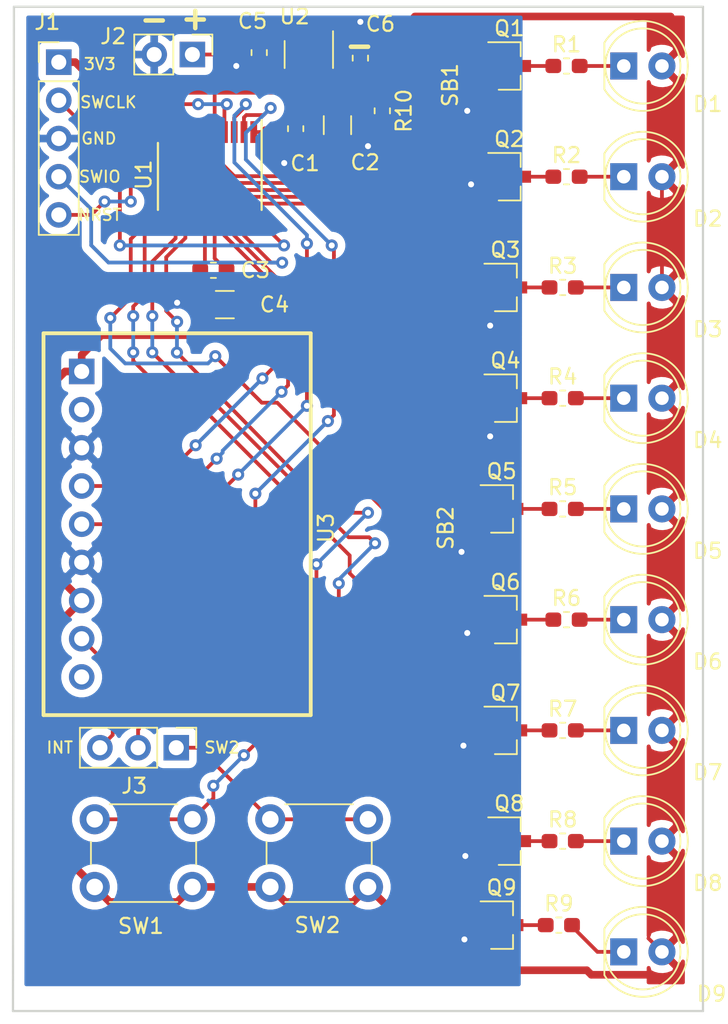
<source format=kicad_pcb>
(kicad_pcb (version 20171130) (host pcbnew "(5.1.5-0-10_14)")

  (general
    (thickness 1.6)
    (drawings 14)
    (tracks 357)
    (zones 0)
    (modules 44)
    (nets 46)
  )

  (page A4)
  (layers
    (0 F.Cu signal)
    (31 B.Cu signal hide)
    (32 B.Adhes user)
    (33 F.Adhes user)
    (34 B.Paste user)
    (35 F.Paste user)
    (36 B.SilkS user)
    (37 F.SilkS user)
    (38 B.Mask user)
    (39 F.Mask user)
    (40 Dwgs.User user)
    (41 Cmts.User user)
    (42 Eco1.User user)
    (43 Eco2.User user)
    (44 Edge.Cuts user)
    (45 Margin user)
    (46 B.CrtYd user)
    (47 F.CrtYd user)
    (48 B.Fab user)
    (49 F.Fab user)
  )

  (setup
    (last_trace_width 0.1524)
    (trace_clearance 0.1524)
    (zone_clearance 0.508)
    (zone_45_only no)
    (trace_min 0.1524)
    (via_size 0.6858)
    (via_drill 0.3302)
    (via_min_size 0.508)
    (via_min_drill 0.254)
    (uvia_size 0.3)
    (uvia_drill 0.1)
    (uvias_allowed no)
    (uvia_min_size 0.2)
    (uvia_min_drill 0.1)
    (edge_width 0.15)
    (segment_width 0.2)
    (pcb_text_width 0.3)
    (pcb_text_size 1.5 1.5)
    (mod_edge_width 0.15)
    (mod_text_size 1 1)
    (mod_text_width 0.15)
    (pad_size 1.524 1.524)
    (pad_drill 0.762)
    (pad_to_mask_clearance 0.051)
    (solder_mask_min_width 0.25)
    (aux_axis_origin 0 0)
    (grid_origin 203.962 56.388)
    (visible_elements FFFFFF7F)
    (pcbplotparams
      (layerselection 0x010fc_ffffffff)
      (usegerberextensions false)
      (usegerberattributes false)
      (usegerberadvancedattributes false)
      (creategerberjobfile false)
      (excludeedgelayer true)
      (linewidth 0.100000)
      (plotframeref false)
      (viasonmask false)
      (mode 1)
      (useauxorigin false)
      (hpglpennumber 1)
      (hpglpenspeed 20)
      (hpglpendiameter 15.000000)
      (psnegative false)
      (psa4output false)
      (plotreference true)
      (plotvalue true)
      (plotinvisibletext false)
      (padsonsilk false)
      (subtractmaskfromsilk false)
      (outputformat 1)
      (mirror false)
      (drillshape 0)
      (scaleselection 1)
      (outputdirectory "gerbers/"))
  )

  (net 0 "")
  (net 1 "Net-(D1-Pad1)")
  (net 2 "Net-(D2-Pad1)")
  (net 3 "Net-(D3-Pad1)")
  (net 4 "Net-(D4-Pad1)")
  (net 5 "Net-(D5-Pad1)")
  (net 6 "Net-(D6-Pad1)")
  (net 7 "Net-(D7-Pad1)")
  (net 8 "Net-(D8-Pad1)")
  (net 9 "Net-(D9-Pad1)")
  (net 10 +3V3)
  (net 11 /SWCLK)
  (net 12 GND)
  (net 13 /SWDIO)
  (net 14 /VIN)
  (net 15 /LED1)
  (net 16 /LED2)
  (net 17 /LED3)
  (net 18 /LED4)
  (net 19 /LED5)
  (net 20 /LED6)
  (net 21 /LED7)
  (net 22 /LED8)
  (net 23 /LED9)
  (net 24 "Net-(R10-Pad1)")
  (net 25 "Net-(SW1-Pad2)")
  (net 26 "Net-(J3-Pad1)")
  (net 27 "Net-(J3-Pad2)")
  (net 28 /I2C_SCL)
  (net 29 /I2C_SDA)
  (net 30 "Net-(U2-Pad4)")
  (net 31 "Net-(J3-Pad3)")
  (net 32 "Net-(Q1-Pad3)")
  (net 33 "Net-(Q5-Pad3)")
  (net 34 "Net-(Q2-Pad3)")
  (net 35 "Net-(U3-Pad2)")
  (net 36 "Net-(U3-Pad9)")
  (net 37 "Net-(Q3-Pad3)")
  (net 38 "Net-(Q4-Pad3)")
  (net 39 "Net-(Q6-Pad3)")
  (net 40 "Net-(Q7-Pad3)")
  (net 41 "Net-(Q8-Pad3)")
  (net 42 "Net-(Q9-Pad3)")
  (net 43 "Net-(Q1-Pad2)")
  (net 44 "Net-(Q5-Pad2)")
  (net 45 /NRST)

  (net_class Default "This is the default net class."
    (clearance 0.1524)
    (trace_width 0.1524)
    (via_dia 0.6858)
    (via_drill 0.3302)
    (uvia_dia 0.3)
    (uvia_drill 0.1)
    (add_net +3V3)
    (add_net /I2C_SCL)
    (add_net /I2C_SDA)
    (add_net /LED1)
    (add_net /LED2)
    (add_net /LED3)
    (add_net /LED4)
    (add_net /LED5)
    (add_net /LED6)
    (add_net /LED7)
    (add_net /LED8)
    (add_net /LED9)
    (add_net /NRST)
    (add_net /SWCLK)
    (add_net /SWDIO)
    (add_net /VIN)
    (add_net GND)
    (add_net "Net-(D1-Pad1)")
    (add_net "Net-(D2-Pad1)")
    (add_net "Net-(D3-Pad1)")
    (add_net "Net-(D4-Pad1)")
    (add_net "Net-(D5-Pad1)")
    (add_net "Net-(D6-Pad1)")
    (add_net "Net-(D7-Pad1)")
    (add_net "Net-(D8-Pad1)")
    (add_net "Net-(D9-Pad1)")
    (add_net "Net-(J3-Pad1)")
    (add_net "Net-(J3-Pad2)")
    (add_net "Net-(J3-Pad3)")
    (add_net "Net-(Q1-Pad2)")
    (add_net "Net-(Q1-Pad3)")
    (add_net "Net-(Q2-Pad3)")
    (add_net "Net-(Q3-Pad3)")
    (add_net "Net-(Q4-Pad3)")
    (add_net "Net-(Q5-Pad2)")
    (add_net "Net-(Q5-Pad3)")
    (add_net "Net-(Q6-Pad3)")
    (add_net "Net-(Q7-Pad3)")
    (add_net "Net-(Q8-Pad3)")
    (add_net "Net-(Q9-Pad3)")
    (add_net "Net-(R10-Pad1)")
    (add_net "Net-(SW1-Pad2)")
    (add_net "Net-(U2-Pad4)")
    (add_net "Net-(U3-Pad2)")
    (add_net "Net-(U3-Pad9)")
  )

  (module Resistor_SMD:R_0603_1608Metric_Pad1.05x0.95mm_HandSolder (layer F.Cu) (tedit 5B301BBD) (tstamp 5E5830F0)
    (at 204.9145 29.6545 270)
    (descr "Resistor SMD 0603 (1608 Metric), square (rectangular) end terminal, IPC_7351 nominal with elongated pad for handsoldering. (Body size source: http://www.tortai-tech.com/upload/download/2011102023233369053.pdf), generated with kicad-footprint-generator")
    (tags "resistor handsolder")
    (path /5E4DF266)
    (attr smd)
    (fp_text reference R10 (at 0 -1.43 90) (layer F.SilkS)
      (effects (font (size 1 1) (thickness 0.15)))
    )
    (fp_text value R (at 0 1.43 90) (layer F.Fab)
      (effects (font (size 1 1) (thickness 0.15)))
    )
    (fp_text user %R (at 0 0 90) (layer F.Fab)
      (effects (font (size 0.4 0.4) (thickness 0.06)))
    )
    (fp_line (start 1.65 0.73) (end -1.65 0.73) (layer F.CrtYd) (width 0.05))
    (fp_line (start 1.65 -0.73) (end 1.65 0.73) (layer F.CrtYd) (width 0.05))
    (fp_line (start -1.65 -0.73) (end 1.65 -0.73) (layer F.CrtYd) (width 0.05))
    (fp_line (start -1.65 0.73) (end -1.65 -0.73) (layer F.CrtYd) (width 0.05))
    (fp_line (start -0.171267 0.51) (end 0.171267 0.51) (layer F.SilkS) (width 0.12))
    (fp_line (start -0.171267 -0.51) (end 0.171267 -0.51) (layer F.SilkS) (width 0.12))
    (fp_line (start 0.8 0.4) (end -0.8 0.4) (layer F.Fab) (width 0.1))
    (fp_line (start 0.8 -0.4) (end 0.8 0.4) (layer F.Fab) (width 0.1))
    (fp_line (start -0.8 -0.4) (end 0.8 -0.4) (layer F.Fab) (width 0.1))
    (fp_line (start -0.8 0.4) (end -0.8 -0.4) (layer F.Fab) (width 0.1))
    (pad 2 smd roundrect (at 0.875 0 270) (size 1.05 0.95) (layers F.Cu F.Paste F.Mask) (roundrect_rratio 0.25)
      (net 12 GND))
    (pad 1 smd roundrect (at -0.875 0 270) (size 1.05 0.95) (layers F.Cu F.Paste F.Mask) (roundrect_rratio 0.25)
      (net 24 "Net-(R10-Pad1)"))
    (model ${KISYS3DMOD}/Resistor_SMD.3dshapes/R_0603_1608Metric.wrl
      (at (xyz 0 0 0))
      (scale (xyz 1 1 1))
      (rotate (xyz 0 0 0))
    )
  )

  (module Resistor_SMD:R_0603_1608Metric_Pad1.05x0.95mm_HandSolder (layer F.Cu) (tedit 5B301BBD) (tstamp 5E52FB58)
    (at 216.662 83.82)
    (descr "Resistor SMD 0603 (1608 Metric), square (rectangular) end terminal, IPC_7351 nominal with elongated pad for handsoldering. (Body size source: http://www.tortai-tech.com/upload/download/2011102023233369053.pdf), generated with kicad-footprint-generator")
    (tags "resistor handsolder")
    (path /5E5877C7)
    (attr smd)
    (fp_text reference R9 (at 0 -1.43) (layer F.SilkS)
      (effects (font (size 1 1) (thickness 0.15)))
    )
    (fp_text value 100 (at 0 1.43) (layer F.Fab)
      (effects (font (size 1 1) (thickness 0.15)))
    )
    (fp_text user %R (at 0 0) (layer F.Fab)
      (effects (font (size 0.4 0.4) (thickness 0.06)))
    )
    (fp_line (start 1.65 0.73) (end -1.65 0.73) (layer F.CrtYd) (width 0.05))
    (fp_line (start 1.65 -0.73) (end 1.65 0.73) (layer F.CrtYd) (width 0.05))
    (fp_line (start -1.65 -0.73) (end 1.65 -0.73) (layer F.CrtYd) (width 0.05))
    (fp_line (start -1.65 0.73) (end -1.65 -0.73) (layer F.CrtYd) (width 0.05))
    (fp_line (start -0.171267 0.51) (end 0.171267 0.51) (layer F.SilkS) (width 0.12))
    (fp_line (start -0.171267 -0.51) (end 0.171267 -0.51) (layer F.SilkS) (width 0.12))
    (fp_line (start 0.8 0.4) (end -0.8 0.4) (layer F.Fab) (width 0.1))
    (fp_line (start 0.8 -0.4) (end 0.8 0.4) (layer F.Fab) (width 0.1))
    (fp_line (start -0.8 -0.4) (end 0.8 -0.4) (layer F.Fab) (width 0.1))
    (fp_line (start -0.8 0.4) (end -0.8 -0.4) (layer F.Fab) (width 0.1))
    (pad 2 smd roundrect (at 0.875 0) (size 1.05 0.95) (layers F.Cu F.Paste F.Mask) (roundrect_rratio 0.25)
      (net 9 "Net-(D9-Pad1)"))
    (pad 1 smd roundrect (at -0.875 0) (size 1.05 0.95) (layers F.Cu F.Paste F.Mask) (roundrect_rratio 0.25)
      (net 42 "Net-(Q9-Pad3)"))
    (model ${KISYS3DMOD}/Resistor_SMD.3dshapes/R_0603_1608Metric.wrl
      (at (xyz 0 0 0))
      (scale (xyz 1 1 1))
      (rotate (xyz 0 0 0))
    )
  )

  (module Resistor_SMD:R_0603_1608Metric_Pad1.05x0.95mm_HandSolder (layer F.Cu) (tedit 5B301BBD) (tstamp 5E52FB47)
    (at 216.916 78.232)
    (descr "Resistor SMD 0603 (1608 Metric), square (rectangular) end terminal, IPC_7351 nominal with elongated pad for handsoldering. (Body size source: http://www.tortai-tech.com/upload/download/2011102023233369053.pdf), generated with kicad-footprint-generator")
    (tags "resistor handsolder")
    (path /5E5877A3)
    (attr smd)
    (fp_text reference R8 (at 0 -1.43) (layer F.SilkS)
      (effects (font (size 1 1) (thickness 0.15)))
    )
    (fp_text value 100 (at 0 1.43) (layer F.Fab)
      (effects (font (size 1 1) (thickness 0.15)))
    )
    (fp_text user %R (at 0 0) (layer F.Fab)
      (effects (font (size 0.4 0.4) (thickness 0.06)))
    )
    (fp_line (start 1.65 0.73) (end -1.65 0.73) (layer F.CrtYd) (width 0.05))
    (fp_line (start 1.65 -0.73) (end 1.65 0.73) (layer F.CrtYd) (width 0.05))
    (fp_line (start -1.65 -0.73) (end 1.65 -0.73) (layer F.CrtYd) (width 0.05))
    (fp_line (start -1.65 0.73) (end -1.65 -0.73) (layer F.CrtYd) (width 0.05))
    (fp_line (start -0.171267 0.51) (end 0.171267 0.51) (layer F.SilkS) (width 0.12))
    (fp_line (start -0.171267 -0.51) (end 0.171267 -0.51) (layer F.SilkS) (width 0.12))
    (fp_line (start 0.8 0.4) (end -0.8 0.4) (layer F.Fab) (width 0.1))
    (fp_line (start 0.8 -0.4) (end 0.8 0.4) (layer F.Fab) (width 0.1))
    (fp_line (start -0.8 -0.4) (end 0.8 -0.4) (layer F.Fab) (width 0.1))
    (fp_line (start -0.8 0.4) (end -0.8 -0.4) (layer F.Fab) (width 0.1))
    (pad 2 smd roundrect (at 0.875 0) (size 1.05 0.95) (layers F.Cu F.Paste F.Mask) (roundrect_rratio 0.25)
      (net 8 "Net-(D8-Pad1)"))
    (pad 1 smd roundrect (at -0.875 0) (size 1.05 0.95) (layers F.Cu F.Paste F.Mask) (roundrect_rratio 0.25)
      (net 41 "Net-(Q8-Pad3)"))
    (model ${KISYS3DMOD}/Resistor_SMD.3dshapes/R_0603_1608Metric.wrl
      (at (xyz 0 0 0))
      (scale (xyz 1 1 1))
      (rotate (xyz 0 0 0))
    )
  )

  (module Resistor_SMD:R_0603_1608Metric_Pad1.05x0.95mm_HandSolder (layer F.Cu) (tedit 5B301BBD) (tstamp 5E52FB36)
    (at 216.916 70.866)
    (descr "Resistor SMD 0603 (1608 Metric), square (rectangular) end terminal, IPC_7351 nominal with elongated pad for handsoldering. (Body size source: http://www.tortai-tech.com/upload/download/2011102023233369053.pdf), generated with kicad-footprint-generator")
    (tags "resistor handsolder")
    (path /5E587789)
    (attr smd)
    (fp_text reference R7 (at 0 -1.43) (layer F.SilkS)
      (effects (font (size 1 1) (thickness 0.15)))
    )
    (fp_text value 100 (at 0 1.43) (layer F.Fab)
      (effects (font (size 1 1) (thickness 0.15)))
    )
    (fp_text user %R (at 0 0) (layer F.Fab)
      (effects (font (size 0.4 0.4) (thickness 0.06)))
    )
    (fp_line (start 1.65 0.73) (end -1.65 0.73) (layer F.CrtYd) (width 0.05))
    (fp_line (start 1.65 -0.73) (end 1.65 0.73) (layer F.CrtYd) (width 0.05))
    (fp_line (start -1.65 -0.73) (end 1.65 -0.73) (layer F.CrtYd) (width 0.05))
    (fp_line (start -1.65 0.73) (end -1.65 -0.73) (layer F.CrtYd) (width 0.05))
    (fp_line (start -0.171267 0.51) (end 0.171267 0.51) (layer F.SilkS) (width 0.12))
    (fp_line (start -0.171267 -0.51) (end 0.171267 -0.51) (layer F.SilkS) (width 0.12))
    (fp_line (start 0.8 0.4) (end -0.8 0.4) (layer F.Fab) (width 0.1))
    (fp_line (start 0.8 -0.4) (end 0.8 0.4) (layer F.Fab) (width 0.1))
    (fp_line (start -0.8 -0.4) (end 0.8 -0.4) (layer F.Fab) (width 0.1))
    (fp_line (start -0.8 0.4) (end -0.8 -0.4) (layer F.Fab) (width 0.1))
    (pad 2 smd roundrect (at 0.875 0) (size 1.05 0.95) (layers F.Cu F.Paste F.Mask) (roundrect_rratio 0.25)
      (net 7 "Net-(D7-Pad1)"))
    (pad 1 smd roundrect (at -0.875 0) (size 1.05 0.95) (layers F.Cu F.Paste F.Mask) (roundrect_rratio 0.25)
      (net 40 "Net-(Q7-Pad3)"))
    (model ${KISYS3DMOD}/Resistor_SMD.3dshapes/R_0603_1608Metric.wrl
      (at (xyz 0 0 0))
      (scale (xyz 1 1 1))
      (rotate (xyz 0 0 0))
    )
  )

  (module Resistor_SMD:R_0603_1608Metric_Pad1.05x0.95mm_HandSolder (layer F.Cu) (tedit 5B301BBD) (tstamp 5E52FB25)
    (at 217.17 63.5)
    (descr "Resistor SMD 0603 (1608 Metric), square (rectangular) end terminal, IPC_7351 nominal with elongated pad for handsoldering. (Body size source: http://www.tortai-tech.com/upload/download/2011102023233369053.pdf), generated with kicad-footprint-generator")
    (tags "resistor handsolder")
    (path /5E58775E)
    (attr smd)
    (fp_text reference R6 (at 0 -1.43) (layer F.SilkS)
      (effects (font (size 1 1) (thickness 0.15)))
    )
    (fp_text value 100 (at 0 1.43) (layer F.Fab)
      (effects (font (size 1 1) (thickness 0.15)))
    )
    (fp_text user %R (at 0 0) (layer F.Fab)
      (effects (font (size 0.4 0.4) (thickness 0.06)))
    )
    (fp_line (start 1.65 0.73) (end -1.65 0.73) (layer F.CrtYd) (width 0.05))
    (fp_line (start 1.65 -0.73) (end 1.65 0.73) (layer F.CrtYd) (width 0.05))
    (fp_line (start -1.65 -0.73) (end 1.65 -0.73) (layer F.CrtYd) (width 0.05))
    (fp_line (start -1.65 0.73) (end -1.65 -0.73) (layer F.CrtYd) (width 0.05))
    (fp_line (start -0.171267 0.51) (end 0.171267 0.51) (layer F.SilkS) (width 0.12))
    (fp_line (start -0.171267 -0.51) (end 0.171267 -0.51) (layer F.SilkS) (width 0.12))
    (fp_line (start 0.8 0.4) (end -0.8 0.4) (layer F.Fab) (width 0.1))
    (fp_line (start 0.8 -0.4) (end 0.8 0.4) (layer F.Fab) (width 0.1))
    (fp_line (start -0.8 -0.4) (end 0.8 -0.4) (layer F.Fab) (width 0.1))
    (fp_line (start -0.8 0.4) (end -0.8 -0.4) (layer F.Fab) (width 0.1))
    (pad 2 smd roundrect (at 0.875 0) (size 1.05 0.95) (layers F.Cu F.Paste F.Mask) (roundrect_rratio 0.25)
      (net 6 "Net-(D6-Pad1)"))
    (pad 1 smd roundrect (at -0.875 0) (size 1.05 0.95) (layers F.Cu F.Paste F.Mask) (roundrect_rratio 0.25)
      (net 39 "Net-(Q6-Pad3)"))
    (model ${KISYS3DMOD}/Resistor_SMD.3dshapes/R_0603_1608Metric.wrl
      (at (xyz 0 0 0))
      (scale (xyz 1 1 1))
      (rotate (xyz 0 0 0))
    )
  )

  (module Resistor_SMD:R_0603_1608Metric_Pad1.05x0.95mm_HandSolder (layer F.Cu) (tedit 5B301BBD) (tstamp 5E52FB14)
    (at 216.916 56.134)
    (descr "Resistor SMD 0603 (1608 Metric), square (rectangular) end terminal, IPC_7351 nominal with elongated pad for handsoldering. (Body size source: http://www.tortai-tech.com/upload/download/2011102023233369053.pdf), generated with kicad-footprint-generator")
    (tags "resistor handsolder")
    (path /5E57662F)
    (attr smd)
    (fp_text reference R5 (at 0 -1.43) (layer F.SilkS)
      (effects (font (size 1 1) (thickness 0.15)))
    )
    (fp_text value 82 (at 0 1.43) (layer F.Fab)
      (effects (font (size 1 1) (thickness 0.15)))
    )
    (fp_text user %R (at 0 0) (layer F.Fab)
      (effects (font (size 0.4 0.4) (thickness 0.06)))
    )
    (fp_line (start 1.65 0.73) (end -1.65 0.73) (layer F.CrtYd) (width 0.05))
    (fp_line (start 1.65 -0.73) (end 1.65 0.73) (layer F.CrtYd) (width 0.05))
    (fp_line (start -1.65 -0.73) (end 1.65 -0.73) (layer F.CrtYd) (width 0.05))
    (fp_line (start -1.65 0.73) (end -1.65 -0.73) (layer F.CrtYd) (width 0.05))
    (fp_line (start -0.171267 0.51) (end 0.171267 0.51) (layer F.SilkS) (width 0.12))
    (fp_line (start -0.171267 -0.51) (end 0.171267 -0.51) (layer F.SilkS) (width 0.12))
    (fp_line (start 0.8 0.4) (end -0.8 0.4) (layer F.Fab) (width 0.1))
    (fp_line (start 0.8 -0.4) (end 0.8 0.4) (layer F.Fab) (width 0.1))
    (fp_line (start -0.8 -0.4) (end 0.8 -0.4) (layer F.Fab) (width 0.1))
    (fp_line (start -0.8 0.4) (end -0.8 -0.4) (layer F.Fab) (width 0.1))
    (pad 2 smd roundrect (at 0.875 0) (size 1.05 0.95) (layers F.Cu F.Paste F.Mask) (roundrect_rratio 0.25)
      (net 5 "Net-(D5-Pad1)"))
    (pad 1 smd roundrect (at -0.875 0) (size 1.05 0.95) (layers F.Cu F.Paste F.Mask) (roundrect_rratio 0.25)
      (net 33 "Net-(Q5-Pad3)"))
    (model ${KISYS3DMOD}/Resistor_SMD.3dshapes/R_0603_1608Metric.wrl
      (at (xyz 0 0 0))
      (scale (xyz 1 1 1))
      (rotate (xyz 0 0 0))
    )
  )

  (module Resistor_SMD:R_0603_1608Metric_Pad1.05x0.95mm_HandSolder (layer F.Cu) (tedit 5B301BBD) (tstamp 5E52FB03)
    (at 216.916 48.768)
    (descr "Resistor SMD 0603 (1608 Metric), square (rectangular) end terminal, IPC_7351 nominal with elongated pad for handsoldering. (Body size source: http://www.tortai-tech.com/upload/download/2011102023233369053.pdf), generated with kicad-footprint-generator")
    (tags "resistor handsolder")
    (path /5E57660E)
    (attr smd)
    (fp_text reference R4 (at 0 -1.43) (layer F.SilkS)
      (effects (font (size 1 1) (thickness 0.15)))
    )
    (fp_text value 100 (at 0 1.43) (layer F.Fab)
      (effects (font (size 1 1) (thickness 0.15)))
    )
    (fp_text user %R (at 0 0) (layer F.Fab)
      (effects (font (size 0.4 0.4) (thickness 0.06)))
    )
    (fp_line (start 1.65 0.73) (end -1.65 0.73) (layer F.CrtYd) (width 0.05))
    (fp_line (start 1.65 -0.73) (end 1.65 0.73) (layer F.CrtYd) (width 0.05))
    (fp_line (start -1.65 -0.73) (end 1.65 -0.73) (layer F.CrtYd) (width 0.05))
    (fp_line (start -1.65 0.73) (end -1.65 -0.73) (layer F.CrtYd) (width 0.05))
    (fp_line (start -0.171267 0.51) (end 0.171267 0.51) (layer F.SilkS) (width 0.12))
    (fp_line (start -0.171267 -0.51) (end 0.171267 -0.51) (layer F.SilkS) (width 0.12))
    (fp_line (start 0.8 0.4) (end -0.8 0.4) (layer F.Fab) (width 0.1))
    (fp_line (start 0.8 -0.4) (end 0.8 0.4) (layer F.Fab) (width 0.1))
    (fp_line (start -0.8 -0.4) (end 0.8 -0.4) (layer F.Fab) (width 0.1))
    (fp_line (start -0.8 0.4) (end -0.8 -0.4) (layer F.Fab) (width 0.1))
    (pad 2 smd roundrect (at 0.875 0) (size 1.05 0.95) (layers F.Cu F.Paste F.Mask) (roundrect_rratio 0.25)
      (net 4 "Net-(D4-Pad1)"))
    (pad 1 smd roundrect (at -0.875 0) (size 1.05 0.95) (layers F.Cu F.Paste F.Mask) (roundrect_rratio 0.25)
      (net 38 "Net-(Q4-Pad3)"))
    (model ${KISYS3DMOD}/Resistor_SMD.3dshapes/R_0603_1608Metric.wrl
      (at (xyz 0 0 0))
      (scale (xyz 1 1 1))
      (rotate (xyz 0 0 0))
    )
  )

  (module Resistor_SMD:R_0603_1608Metric_Pad1.05x0.95mm_HandSolder (layer F.Cu) (tedit 5B301BBD) (tstamp 5E552C6C)
    (at 216.916 41.402)
    (descr "Resistor SMD 0603 (1608 Metric), square (rectangular) end terminal, IPC_7351 nominal with elongated pad for handsoldering. (Body size source: http://www.tortai-tech.com/upload/download/2011102023233369053.pdf), generated with kicad-footprint-generator")
    (tags "resistor handsolder")
    (path /5E5904FC)
    (attr smd)
    (fp_text reference R3 (at 0 -1.43) (layer F.SilkS)
      (effects (font (size 1 1) (thickness 0.15)))
    )
    (fp_text value 100 (at 0 1.43) (layer F.Fab)
      (effects (font (size 1 1) (thickness 0.15)))
    )
    (fp_text user %R (at 0 0) (layer F.Fab)
      (effects (font (size 0.4 0.4) (thickness 0.06)))
    )
    (fp_line (start 1.65 0.73) (end -1.65 0.73) (layer F.CrtYd) (width 0.05))
    (fp_line (start 1.65 -0.73) (end 1.65 0.73) (layer F.CrtYd) (width 0.05))
    (fp_line (start -1.65 -0.73) (end 1.65 -0.73) (layer F.CrtYd) (width 0.05))
    (fp_line (start -1.65 0.73) (end -1.65 -0.73) (layer F.CrtYd) (width 0.05))
    (fp_line (start -0.171267 0.51) (end 0.171267 0.51) (layer F.SilkS) (width 0.12))
    (fp_line (start -0.171267 -0.51) (end 0.171267 -0.51) (layer F.SilkS) (width 0.12))
    (fp_line (start 0.8 0.4) (end -0.8 0.4) (layer F.Fab) (width 0.1))
    (fp_line (start 0.8 -0.4) (end 0.8 0.4) (layer F.Fab) (width 0.1))
    (fp_line (start -0.8 -0.4) (end 0.8 -0.4) (layer F.Fab) (width 0.1))
    (fp_line (start -0.8 0.4) (end -0.8 -0.4) (layer F.Fab) (width 0.1))
    (pad 2 smd roundrect (at 0.875 0) (size 1.05 0.95) (layers F.Cu F.Paste F.Mask) (roundrect_rratio 0.25)
      (net 3 "Net-(D3-Pad1)"))
    (pad 1 smd roundrect (at -0.875 0) (size 1.05 0.95) (layers F.Cu F.Paste F.Mask) (roundrect_rratio 0.25)
      (net 37 "Net-(Q3-Pad3)"))
    (model ${KISYS3DMOD}/Resistor_SMD.3dshapes/R_0603_1608Metric.wrl
      (at (xyz 0 0 0))
      (scale (xyz 1 1 1))
      (rotate (xyz 0 0 0))
    )
  )

  (module Resistor_SMD:R_0603_1608Metric_Pad1.05x0.95mm_HandSolder (layer F.Cu) (tedit 5B301BBD) (tstamp 5E55415E)
    (at 217.17 34.036)
    (descr "Resistor SMD 0603 (1608 Metric), square (rectangular) end terminal, IPC_7351 nominal with elongated pad for handsoldering. (Body size source: http://www.tortai-tech.com/upload/download/2011102023233369053.pdf), generated with kicad-footprint-generator")
    (tags "resistor handsolder")
    (path /5E590637)
    (attr smd)
    (fp_text reference R2 (at 0 -1.43) (layer F.SilkS)
      (effects (font (size 1 1) (thickness 0.15)))
    )
    (fp_text value 100 (at 0 1.43) (layer F.Fab)
      (effects (font (size 1 1) (thickness 0.15)))
    )
    (fp_text user %R (at 0 0) (layer F.Fab)
      (effects (font (size 0.4 0.4) (thickness 0.06)))
    )
    (fp_line (start 1.65 0.73) (end -1.65 0.73) (layer F.CrtYd) (width 0.05))
    (fp_line (start 1.65 -0.73) (end 1.65 0.73) (layer F.CrtYd) (width 0.05))
    (fp_line (start -1.65 -0.73) (end 1.65 -0.73) (layer F.CrtYd) (width 0.05))
    (fp_line (start -1.65 0.73) (end -1.65 -0.73) (layer F.CrtYd) (width 0.05))
    (fp_line (start -0.171267 0.51) (end 0.171267 0.51) (layer F.SilkS) (width 0.12))
    (fp_line (start -0.171267 -0.51) (end 0.171267 -0.51) (layer F.SilkS) (width 0.12))
    (fp_line (start 0.8 0.4) (end -0.8 0.4) (layer F.Fab) (width 0.1))
    (fp_line (start 0.8 -0.4) (end 0.8 0.4) (layer F.Fab) (width 0.1))
    (fp_line (start -0.8 -0.4) (end 0.8 -0.4) (layer F.Fab) (width 0.1))
    (fp_line (start -0.8 0.4) (end -0.8 -0.4) (layer F.Fab) (width 0.1))
    (pad 2 smd roundrect (at 0.875 0) (size 1.05 0.95) (layers F.Cu F.Paste F.Mask) (roundrect_rratio 0.25)
      (net 2 "Net-(D2-Pad1)"))
    (pad 1 smd roundrect (at -0.875 0) (size 1.05 0.95) (layers F.Cu F.Paste F.Mask) (roundrect_rratio 0.25)
      (net 34 "Net-(Q2-Pad3)"))
    (model ${KISYS3DMOD}/Resistor_SMD.3dshapes/R_0603_1608Metric.wrl
      (at (xyz 0 0 0))
      (scale (xyz 1 1 1))
      (rotate (xyz 0 0 0))
    )
  )

  (module Resistor_SMD:R_0603_1608Metric_Pad1.05x0.95mm_HandSolder (layer F.Cu) (tedit 5B301BBD) (tstamp 5E52FAD0)
    (at 217.17 26.67)
    (descr "Resistor SMD 0603 (1608 Metric), square (rectangular) end terminal, IPC_7351 nominal with elongated pad for handsoldering. (Body size source: http://www.tortai-tech.com/upload/download/2011102023233369053.pdf), generated with kicad-footprint-generator")
    (tags "resistor handsolder")
    (path /5E5622B3)
    (attr smd)
    (fp_text reference R1 (at 0 -1.43) (layer F.SilkS)
      (effects (font (size 1 1) (thickness 0.15)))
    )
    (fp_text value 100 (at 0 1.43) (layer F.Fab)
      (effects (font (size 1 1) (thickness 0.15)))
    )
    (fp_text user %R (at 0 0) (layer F.Fab)
      (effects (font (size 0.4 0.4) (thickness 0.06)))
    )
    (fp_line (start 1.65 0.73) (end -1.65 0.73) (layer F.CrtYd) (width 0.05))
    (fp_line (start 1.65 -0.73) (end 1.65 0.73) (layer F.CrtYd) (width 0.05))
    (fp_line (start -1.65 -0.73) (end 1.65 -0.73) (layer F.CrtYd) (width 0.05))
    (fp_line (start -1.65 0.73) (end -1.65 -0.73) (layer F.CrtYd) (width 0.05))
    (fp_line (start -0.171267 0.51) (end 0.171267 0.51) (layer F.SilkS) (width 0.12))
    (fp_line (start -0.171267 -0.51) (end 0.171267 -0.51) (layer F.SilkS) (width 0.12))
    (fp_line (start 0.8 0.4) (end -0.8 0.4) (layer F.Fab) (width 0.1))
    (fp_line (start 0.8 -0.4) (end 0.8 0.4) (layer F.Fab) (width 0.1))
    (fp_line (start -0.8 -0.4) (end 0.8 -0.4) (layer F.Fab) (width 0.1))
    (fp_line (start -0.8 0.4) (end -0.8 -0.4) (layer F.Fab) (width 0.1))
    (pad 2 smd roundrect (at 0.875 0) (size 1.05 0.95) (layers F.Cu F.Paste F.Mask) (roundrect_rratio 0.25)
      (net 1 "Net-(D1-Pad1)"))
    (pad 1 smd roundrect (at -0.875 0) (size 1.05 0.95) (layers F.Cu F.Paste F.Mask) (roundrect_rratio 0.25)
      (net 32 "Net-(Q1-Pad3)"))
    (model ${KISYS3DMOD}/Resistor_SMD.3dshapes/R_0603_1608Metric.wrl
      (at (xyz 0 0 0))
      (scale (xyz 1 1 1))
      (rotate (xyz 0 0 0))
    )
  )

  (module footprints:ADXL343_Breakout (layer F.Cu) (tedit 5E546D41) (tstamp 5E552ADC)
    (at 191.262 57.15 270)
    (path /5E52B328)
    (fp_text reference U3 (at 0.254 -9.906 270) (layer F.SilkS)
      (effects (font (size 1 1) (thickness 0.15)))
    )
    (fp_text value ADXL343_Breakout (at 0.254 4.572 270) (layer F.Fab)
      (effects (font (size 1 1) (thickness 0.15)))
    )
    (fp_line (start -12.7 8.89) (end 12.7 8.89) (layer F.Fab) (width 0.15))
    (fp_line (start -12.7 -8.89) (end 12.7 -8.89) (layer F.Fab) (width 0.15))
    (fp_line (start 12.7 -8.89) (end 12.7 8.89) (layer F.Fab) (width 0.15))
    (fp_line (start -12.7 -8.89) (end -12.7 8.89) (layer F.Fab) (width 0.15))
    (fp_line (start 12.7 -8.89) (end 12.7 8.89) (layer F.SilkS) (width 0.254))
    (fp_line (start 12.7 8.89) (end -12.7 8.89) (layer F.SilkS) (width 0.254))
    (fp_line (start -12.7 8.89) (end -12.7 -8.89) (layer F.SilkS) (width 0.254))
    (fp_line (start 12.7 -8.89) (end -12.7 -8.89) (layer F.SilkS) (width 0.254))
    (pad 1 thru_hole rect (at -10.16 6.35 270) (size 1.7 1.7) (drill 1) (layers *.Cu *.Mask)
      (net 10 +3V3))
    (pad 2 thru_hole circle (at -7.62 6.35 270) (size 1.7 1.7) (drill 1) (layers *.Cu *.Mask)
      (net 35 "Net-(U3-Pad2)"))
    (pad 3 thru_hole circle (at -5.08 6.35 270) (size 1.7 1.7) (drill 1) (layers *.Cu *.Mask)
      (net 12 GND))
    (pad 4 thru_hole circle (at -2.54 6.35 270) (size 1.7 1.7) (drill 1) (layers *.Cu *.Mask)
      (net 28 /I2C_SCL))
    (pad 5 thru_hole circle (at 0 6.35 270) (size 1.7 1.7) (drill 1) (layers *.Cu *.Mask)
      (net 29 /I2C_SDA))
    (pad 6 thru_hole circle (at 2.54 6.35 270) (size 1.7 1.7) (drill 1) (layers *.Cu *.Mask)
      (net 12 GND))
    (pad 7 thru_hole circle (at 5.08 6.35 270) (size 1.7 1.7) (drill 1) (layers *.Cu *.Mask)
      (net 10 +3V3))
    (pad 8 thru_hole circle (at 7.62 6.35 270) (size 1.7 1.7) (drill 1) (layers *.Cu *.Mask)
      (net 31 "Net-(J3-Pad3)"))
    (pad 9 thru_hole circle (at 10.16 6.35 270) (size 1.7 1.7) (drill 1) (layers *.Cu *.Mask)
      (net 36 "Net-(U3-Pad9)"))
  )

  (module Package_TO_SOT_SMD:SOT-23-5 (layer F.Cu) (tedit 5A02FF57) (tstamp 5E5762B0)
    (at 200.025 25.908 270)
    (descr "5-pin SOT23 package")
    (tags SOT-23-5)
    (path /5E5094DA)
    (attr smd)
    (fp_text reference U2 (at -2.529958 0.946002) (layer F.SilkS)
      (effects (font (size 1 1) (thickness 0.15)))
    )
    (fp_text value MIC5504-3.3YM5 (at 3.058042 -4.514998) (layer F.Fab)
      (effects (font (size 1 1) (thickness 0.15)))
    )
    (fp_text user %R (at 0 0) (layer F.Fab)
      (effects (font (size 0.5 0.5) (thickness 0.075)))
    )
    (fp_line (start -0.9 1.61) (end 0.9 1.61) (layer F.SilkS) (width 0.12))
    (fp_line (start 0.9 -1.61) (end -1.55 -1.61) (layer F.SilkS) (width 0.12))
    (fp_line (start -1.9 -1.8) (end 1.9 -1.8) (layer F.CrtYd) (width 0.05))
    (fp_line (start 1.9 -1.8) (end 1.9 1.8) (layer F.CrtYd) (width 0.05))
    (fp_line (start 1.9 1.8) (end -1.9 1.8) (layer F.CrtYd) (width 0.05))
    (fp_line (start -1.9 1.8) (end -1.9 -1.8) (layer F.CrtYd) (width 0.05))
    (fp_line (start -0.9 -0.9) (end -0.25 -1.55) (layer F.Fab) (width 0.1))
    (fp_line (start 0.9 -1.55) (end -0.25 -1.55) (layer F.Fab) (width 0.1))
    (fp_line (start -0.9 -0.9) (end -0.9 1.55) (layer F.Fab) (width 0.1))
    (fp_line (start 0.9 1.55) (end -0.9 1.55) (layer F.Fab) (width 0.1))
    (fp_line (start 0.9 -1.55) (end 0.9 1.55) (layer F.Fab) (width 0.1))
    (pad 1 smd rect (at -1.1 -0.95 270) (size 1.06 0.65) (layers F.Cu F.Paste F.Mask)
      (net 14 /VIN))
    (pad 2 smd rect (at -1.1 0 270) (size 1.06 0.65) (layers F.Cu F.Paste F.Mask)
      (net 12 GND))
    (pad 3 smd rect (at -1.1 0.95 270) (size 1.06 0.65) (layers F.Cu F.Paste F.Mask)
      (net 14 /VIN))
    (pad 4 smd rect (at 1.1 0.95 270) (size 1.06 0.65) (layers F.Cu F.Paste F.Mask)
      (net 30 "Net-(U2-Pad4)"))
    (pad 5 smd rect (at 1.1 -0.95 270) (size 1.06 0.65) (layers F.Cu F.Paste F.Mask)
      (net 10 +3V3))
    (model ${KISYS3DMOD}/Package_TO_SOT_SMD.3dshapes/SOT-23-5.wrl
      (at (xyz 0 0 0))
      (scale (xyz 1 1 1))
      (rotate (xyz 0 0 0))
    )
  )

  (module LED_THT:LED_D5.0mm (layer F.Cu) (tedit 5995936A) (tstamp 5E52F9A7)
    (at 220.98 85.598)
    (descr "LED, diameter 5.0mm, 2 pins, http://cdn-reichelt.de/documents/datenblatt/A500/LL-504BC2E-009.pdf")
    (tags "LED diameter 5.0mm 2 pins")
    (path /5E5877C0)
    (fp_text reference D9 (at 5.842 2.794) (layer F.SilkS)
      (effects (font (size 1 1) (thickness 0.15)))
    )
    (fp_text value LED (at 1.27 3.96) (layer F.Fab)
      (effects (font (size 1 1) (thickness 0.15)))
    )
    (fp_text user %R (at 1.25 0) (layer F.Fab)
      (effects (font (size 0.8 0.8) (thickness 0.2)))
    )
    (fp_line (start 4.5 -3.25) (end -1.95 -3.25) (layer F.CrtYd) (width 0.05))
    (fp_line (start 4.5 3.25) (end 4.5 -3.25) (layer F.CrtYd) (width 0.05))
    (fp_line (start -1.95 3.25) (end 4.5 3.25) (layer F.CrtYd) (width 0.05))
    (fp_line (start -1.95 -3.25) (end -1.95 3.25) (layer F.CrtYd) (width 0.05))
    (fp_line (start -1.29 -1.545) (end -1.29 1.545) (layer F.SilkS) (width 0.12))
    (fp_line (start -1.23 -1.469694) (end -1.23 1.469694) (layer F.Fab) (width 0.1))
    (fp_circle (center 1.27 0) (end 3.77 0) (layer F.SilkS) (width 0.12))
    (fp_circle (center 1.27 0) (end 3.77 0) (layer F.Fab) (width 0.1))
    (fp_arc (start 1.27 0) (end -1.29 1.54483) (angle -148.9) (layer F.SilkS) (width 0.12))
    (fp_arc (start 1.27 0) (end -1.29 -1.54483) (angle 148.9) (layer F.SilkS) (width 0.12))
    (fp_arc (start 1.27 0) (end -1.23 -1.469694) (angle 299.1) (layer F.Fab) (width 0.1))
    (pad 2 thru_hole circle (at 2.54 0) (size 1.8 1.8) (drill 0.9) (layers *.Cu *.Mask)
      (net 10 +3V3))
    (pad 1 thru_hole rect (at 0 0) (size 1.8 1.8) (drill 0.9) (layers *.Cu *.Mask)
      (net 9 "Net-(D9-Pad1)"))
    (model ${KISYS3DMOD}/LED_THT.3dshapes/LED_D5.0mm.wrl
      (at (xyz 0 0 0))
      (scale (xyz 1 1 1))
      (rotate (xyz 0 0 0))
    )
  )

  (module LED_THT:LED_D5.0mm (layer F.Cu) (tedit 5995936A) (tstamp 5E52F917)
    (at 220.98 26.67)
    (descr "LED, diameter 5.0mm, 2 pins, http://cdn-reichelt.de/documents/datenblatt/A500/LL-504BC2E-009.pdf")
    (tags "LED diameter 5.0mm 2 pins")
    (path /5E4DC7C7)
    (fp_text reference D1 (at 5.588 2.54) (layer F.SilkS)
      (effects (font (size 1 1) (thickness 0.15)))
    )
    (fp_text value LED (at 1.27 3.96) (layer F.Fab)
      (effects (font (size 1 1) (thickness 0.15)))
    )
    (fp_arc (start 1.27 0) (end -1.23 -1.469694) (angle 299.1) (layer F.Fab) (width 0.1))
    (fp_arc (start 1.27 0) (end -1.29 -1.54483) (angle 148.9) (layer F.SilkS) (width 0.12))
    (fp_arc (start 1.27 0) (end -1.29 1.54483) (angle -148.9) (layer F.SilkS) (width 0.12))
    (fp_circle (center 1.27 0) (end 3.77 0) (layer F.Fab) (width 0.1))
    (fp_circle (center 1.27 0) (end 3.77 0) (layer F.SilkS) (width 0.12))
    (fp_line (start -1.23 -1.469694) (end -1.23 1.469694) (layer F.Fab) (width 0.1))
    (fp_line (start -1.29 -1.545) (end -1.29 1.545) (layer F.SilkS) (width 0.12))
    (fp_line (start -1.95 -3.25) (end -1.95 3.25) (layer F.CrtYd) (width 0.05))
    (fp_line (start -1.95 3.25) (end 4.5 3.25) (layer F.CrtYd) (width 0.05))
    (fp_line (start 4.5 3.25) (end 4.5 -3.25) (layer F.CrtYd) (width 0.05))
    (fp_line (start 4.5 -3.25) (end -1.95 -3.25) (layer F.CrtYd) (width 0.05))
    (fp_text user %R (at 1.25 0) (layer F.Fab)
      (effects (font (size 0.8 0.8) (thickness 0.2)))
    )
    (pad 1 thru_hole rect (at 0 0) (size 1.8 1.8) (drill 0.9) (layers *.Cu *.Mask)
      (net 1 "Net-(D1-Pad1)"))
    (pad 2 thru_hole circle (at 2.54 0) (size 1.8 1.8) (drill 0.9) (layers *.Cu *.Mask)
      (net 10 +3V3))
    (model ${KISYS3DMOD}/LED_THT.3dshapes/LED_D5.0mm.wrl
      (at (xyz 0 0 0))
      (scale (xyz 1 1 1))
      (rotate (xyz 0 0 0))
    )
  )

  (module LED_THT:LED_D5.0mm (layer F.Cu) (tedit 5995936A) (tstamp 5E52F929)
    (at 220.98 34.036)
    (descr "LED, diameter 5.0mm, 2 pins, http://cdn-reichelt.de/documents/datenblatt/A500/LL-504BC2E-009.pdf")
    (tags "LED diameter 5.0mm 2 pins")
    (path /5E5552D1)
    (fp_text reference D2 (at 5.588 2.794) (layer F.SilkS)
      (effects (font (size 1 1) (thickness 0.15)))
    )
    (fp_text value LED (at 1.27 3.96) (layer F.Fab)
      (effects (font (size 1 1) (thickness 0.15)))
    )
    (fp_arc (start 1.27 0) (end -1.23 -1.469694) (angle 299.1) (layer F.Fab) (width 0.1))
    (fp_arc (start 1.27 0) (end -1.29 -1.54483) (angle 148.9) (layer F.SilkS) (width 0.12))
    (fp_arc (start 1.27 0) (end -1.29 1.54483) (angle -148.9) (layer F.SilkS) (width 0.12))
    (fp_circle (center 1.27 0) (end 3.77 0) (layer F.Fab) (width 0.1))
    (fp_circle (center 1.27 0) (end 3.77 0) (layer F.SilkS) (width 0.12))
    (fp_line (start -1.23 -1.469694) (end -1.23 1.469694) (layer F.Fab) (width 0.1))
    (fp_line (start -1.29 -1.545) (end -1.29 1.545) (layer F.SilkS) (width 0.12))
    (fp_line (start -1.95 -3.25) (end -1.95 3.25) (layer F.CrtYd) (width 0.05))
    (fp_line (start -1.95 3.25) (end 4.5 3.25) (layer F.CrtYd) (width 0.05))
    (fp_line (start 4.5 3.25) (end 4.5 -3.25) (layer F.CrtYd) (width 0.05))
    (fp_line (start 4.5 -3.25) (end -1.95 -3.25) (layer F.CrtYd) (width 0.05))
    (fp_text user %R (at 1.25 0) (layer F.Fab)
      (effects (font (size 0.8 0.8) (thickness 0.2)))
    )
    (pad 1 thru_hole rect (at 0 0) (size 1.8 1.8) (drill 0.9) (layers *.Cu *.Mask)
      (net 2 "Net-(D2-Pad1)"))
    (pad 2 thru_hole circle (at 2.54 0) (size 1.8 1.8) (drill 0.9) (layers *.Cu *.Mask)
      (net 10 +3V3))
    (model ${KISYS3DMOD}/LED_THT.3dshapes/LED_D5.0mm.wrl
      (at (xyz 0 0 0))
      (scale (xyz 1 1 1))
      (rotate (xyz 0 0 0))
    )
  )

  (module LED_THT:LED_D5.0mm (layer F.Cu) (tedit 5995936A) (tstamp 5E52F93B)
    (at 220.98 41.402)
    (descr "LED, diameter 5.0mm, 2 pins, http://cdn-reichelt.de/documents/datenblatt/A500/LL-504BC2E-009.pdf")
    (tags "LED diameter 5.0mm 2 pins")
    (path /5E5765DC)
    (fp_text reference D3 (at 5.588 2.794) (layer F.SilkS)
      (effects (font (size 1 1) (thickness 0.15)))
    )
    (fp_text value LED (at 1.27 3.96) (layer F.Fab)
      (effects (font (size 1 1) (thickness 0.15)))
    )
    (fp_text user %R (at 1.25 0) (layer F.Fab)
      (effects (font (size 0.8 0.8) (thickness 0.2)))
    )
    (fp_line (start 4.5 -3.25) (end -1.95 -3.25) (layer F.CrtYd) (width 0.05))
    (fp_line (start 4.5 3.25) (end 4.5 -3.25) (layer F.CrtYd) (width 0.05))
    (fp_line (start -1.95 3.25) (end 4.5 3.25) (layer F.CrtYd) (width 0.05))
    (fp_line (start -1.95 -3.25) (end -1.95 3.25) (layer F.CrtYd) (width 0.05))
    (fp_line (start -1.29 -1.545) (end -1.29 1.545) (layer F.SilkS) (width 0.12))
    (fp_line (start -1.23 -1.469694) (end -1.23 1.469694) (layer F.Fab) (width 0.1))
    (fp_circle (center 1.27 0) (end 3.77 0) (layer F.SilkS) (width 0.12))
    (fp_circle (center 1.27 0) (end 3.77 0) (layer F.Fab) (width 0.1))
    (fp_arc (start 1.27 0) (end -1.29 1.54483) (angle -148.9) (layer F.SilkS) (width 0.12))
    (fp_arc (start 1.27 0) (end -1.29 -1.54483) (angle 148.9) (layer F.SilkS) (width 0.12))
    (fp_arc (start 1.27 0) (end -1.23 -1.469694) (angle 299.1) (layer F.Fab) (width 0.1))
    (pad 2 thru_hole circle (at 2.54 0) (size 1.8 1.8) (drill 0.9) (layers *.Cu *.Mask)
      (net 10 +3V3))
    (pad 1 thru_hole rect (at 0 0) (size 1.8 1.8) (drill 0.9) (layers *.Cu *.Mask)
      (net 3 "Net-(D3-Pad1)"))
    (model ${KISYS3DMOD}/LED_THT.3dshapes/LED_D5.0mm.wrl
      (at (xyz 0 0 0))
      (scale (xyz 1 1 1))
      (rotate (xyz 0 0 0))
    )
  )

  (module LED_THT:LED_D5.0mm (layer F.Cu) (tedit 5995936A) (tstamp 5E52F94D)
    (at 220.98 48.768)
    (descr "LED, diameter 5.0mm, 2 pins, http://cdn-reichelt.de/documents/datenblatt/A500/LL-504BC2E-009.pdf")
    (tags "LED diameter 5.0mm 2 pins")
    (path /5E576607)
    (fp_text reference D4 (at 5.588 2.794) (layer F.SilkS)
      (effects (font (size 1 1) (thickness 0.15)))
    )
    (fp_text value LED (at 1.27 3.96) (layer F.Fab)
      (effects (font (size 1 1) (thickness 0.15)))
    )
    (fp_text user %R (at 1.25 0) (layer F.Fab)
      (effects (font (size 0.8 0.8) (thickness 0.2)))
    )
    (fp_line (start 4.5 -3.25) (end -1.95 -3.25) (layer F.CrtYd) (width 0.05))
    (fp_line (start 4.5 3.25) (end 4.5 -3.25) (layer F.CrtYd) (width 0.05))
    (fp_line (start -1.95 3.25) (end 4.5 3.25) (layer F.CrtYd) (width 0.05))
    (fp_line (start -1.95 -3.25) (end -1.95 3.25) (layer F.CrtYd) (width 0.05))
    (fp_line (start -1.29 -1.545) (end -1.29 1.545) (layer F.SilkS) (width 0.12))
    (fp_line (start -1.23 -1.469694) (end -1.23 1.469694) (layer F.Fab) (width 0.1))
    (fp_circle (center 1.27 0) (end 3.77 0) (layer F.SilkS) (width 0.12))
    (fp_circle (center 1.27 0) (end 3.77 0) (layer F.Fab) (width 0.1))
    (fp_arc (start 1.27 0) (end -1.29 1.54483) (angle -148.9) (layer F.SilkS) (width 0.12))
    (fp_arc (start 1.27 0) (end -1.29 -1.54483) (angle 148.9) (layer F.SilkS) (width 0.12))
    (fp_arc (start 1.27 0) (end -1.23 -1.469694) (angle 299.1) (layer F.Fab) (width 0.1))
    (pad 2 thru_hole circle (at 2.54 0) (size 1.8 1.8) (drill 0.9) (layers *.Cu *.Mask)
      (net 10 +3V3))
    (pad 1 thru_hole rect (at 0 0) (size 1.8 1.8) (drill 0.9) (layers *.Cu *.Mask)
      (net 4 "Net-(D4-Pad1)"))
    (model ${KISYS3DMOD}/LED_THT.3dshapes/LED_D5.0mm.wrl
      (at (xyz 0 0 0))
      (scale (xyz 1 1 1))
      (rotate (xyz 0 0 0))
    )
  )

  (module LED_THT:LED_D5.0mm (layer F.Cu) (tedit 5995936A) (tstamp 5E52F95F)
    (at 220.98 56.134)
    (descr "LED, diameter 5.0mm, 2 pins, http://cdn-reichelt.de/documents/datenblatt/A500/LL-504BC2E-009.pdf")
    (tags "LED diameter 5.0mm 2 pins")
    (path /5E576628)
    (fp_text reference D5 (at 5.588 2.794) (layer F.SilkS)
      (effects (font (size 1 1) (thickness 0.15)))
    )
    (fp_text value LED (at 1.27 3.96) (layer F.Fab)
      (effects (font (size 1 1) (thickness 0.15)))
    )
    (fp_arc (start 1.27 0) (end -1.23 -1.469694) (angle 299.1) (layer F.Fab) (width 0.1))
    (fp_arc (start 1.27 0) (end -1.29 -1.54483) (angle 148.9) (layer F.SilkS) (width 0.12))
    (fp_arc (start 1.27 0) (end -1.29 1.54483) (angle -148.9) (layer F.SilkS) (width 0.12))
    (fp_circle (center 1.27 0) (end 3.77 0) (layer F.Fab) (width 0.1))
    (fp_circle (center 1.27 0) (end 3.77 0) (layer F.SilkS) (width 0.12))
    (fp_line (start -1.23 -1.469694) (end -1.23 1.469694) (layer F.Fab) (width 0.1))
    (fp_line (start -1.29 -1.545) (end -1.29 1.545) (layer F.SilkS) (width 0.12))
    (fp_line (start -1.95 -3.25) (end -1.95 3.25) (layer F.CrtYd) (width 0.05))
    (fp_line (start -1.95 3.25) (end 4.5 3.25) (layer F.CrtYd) (width 0.05))
    (fp_line (start 4.5 3.25) (end 4.5 -3.25) (layer F.CrtYd) (width 0.05))
    (fp_line (start 4.5 -3.25) (end -1.95 -3.25) (layer F.CrtYd) (width 0.05))
    (fp_text user %R (at 1.25 0) (layer F.Fab)
      (effects (font (size 0.8 0.8) (thickness 0.2)))
    )
    (pad 1 thru_hole rect (at 0 0) (size 1.8 1.8) (drill 0.9) (layers *.Cu *.Mask)
      (net 5 "Net-(D5-Pad1)"))
    (pad 2 thru_hole circle (at 2.54 0) (size 1.8 1.8) (drill 0.9) (layers *.Cu *.Mask)
      (net 10 +3V3))
    (model ${KISYS3DMOD}/LED_THT.3dshapes/LED_D5.0mm.wrl
      (at (xyz 0 0 0))
      (scale (xyz 1 1 1))
      (rotate (xyz 0 0 0))
    )
  )

  (module LED_THT:LED_D5.0mm (layer F.Cu) (tedit 5995936A) (tstamp 5E52F971)
    (at 220.98 63.5)
    (descr "LED, diameter 5.0mm, 2 pins, http://cdn-reichelt.de/documents/datenblatt/A500/LL-504BC2E-009.pdf")
    (tags "LED diameter 5.0mm 2 pins")
    (path /5E587757)
    (fp_text reference D6 (at 5.588 2.794) (layer F.SilkS)
      (effects (font (size 1 1) (thickness 0.15)))
    )
    (fp_text value LED (at 1.27 3.96) (layer F.Fab)
      (effects (font (size 1 1) (thickness 0.15)))
    )
    (fp_arc (start 1.27 0) (end -1.23 -1.469694) (angle 299.1) (layer F.Fab) (width 0.1))
    (fp_arc (start 1.27 0) (end -1.29 -1.54483) (angle 148.9) (layer F.SilkS) (width 0.12))
    (fp_arc (start 1.27 0) (end -1.29 1.54483) (angle -148.9) (layer F.SilkS) (width 0.12))
    (fp_circle (center 1.27 0) (end 3.77 0) (layer F.Fab) (width 0.1))
    (fp_circle (center 1.27 0) (end 3.77 0) (layer F.SilkS) (width 0.12))
    (fp_line (start -1.23 -1.469694) (end -1.23 1.469694) (layer F.Fab) (width 0.1))
    (fp_line (start -1.29 -1.545) (end -1.29 1.545) (layer F.SilkS) (width 0.12))
    (fp_line (start -1.95 -3.25) (end -1.95 3.25) (layer F.CrtYd) (width 0.05))
    (fp_line (start -1.95 3.25) (end 4.5 3.25) (layer F.CrtYd) (width 0.05))
    (fp_line (start 4.5 3.25) (end 4.5 -3.25) (layer F.CrtYd) (width 0.05))
    (fp_line (start 4.5 -3.25) (end -1.95 -3.25) (layer F.CrtYd) (width 0.05))
    (fp_text user %R (at 1.25 0) (layer F.Fab)
      (effects (font (size 0.8 0.8) (thickness 0.2)))
    )
    (pad 1 thru_hole rect (at 0 0) (size 1.8 1.8) (drill 0.9) (layers *.Cu *.Mask)
      (net 6 "Net-(D6-Pad1)"))
    (pad 2 thru_hole circle (at 2.54 0) (size 1.8 1.8) (drill 0.9) (layers *.Cu *.Mask)
      (net 10 +3V3))
    (model ${KISYS3DMOD}/LED_THT.3dshapes/LED_D5.0mm.wrl
      (at (xyz 0 0 0))
      (scale (xyz 1 1 1))
      (rotate (xyz 0 0 0))
    )
  )

  (module LED_THT:LED_D5.0mm (layer F.Cu) (tedit 5995936A) (tstamp 5E52F983)
    (at 220.98 70.866)
    (descr "LED, diameter 5.0mm, 2 pins, http://cdn-reichelt.de/documents/datenblatt/A500/LL-504BC2E-009.pdf")
    (tags "LED diameter 5.0mm 2 pins")
    (path /5E587782)
    (fp_text reference D7 (at 5.588 2.794) (layer F.SilkS)
      (effects (font (size 1 1) (thickness 0.15)))
    )
    (fp_text value LED (at 1.27 3.96) (layer F.Fab)
      (effects (font (size 1 1) (thickness 0.15)))
    )
    (fp_text user %R (at 1.25 0) (layer F.Fab)
      (effects (font (size 0.8 0.8) (thickness 0.2)))
    )
    (fp_line (start 4.5 -3.25) (end -1.95 -3.25) (layer F.CrtYd) (width 0.05))
    (fp_line (start 4.5 3.25) (end 4.5 -3.25) (layer F.CrtYd) (width 0.05))
    (fp_line (start -1.95 3.25) (end 4.5 3.25) (layer F.CrtYd) (width 0.05))
    (fp_line (start -1.95 -3.25) (end -1.95 3.25) (layer F.CrtYd) (width 0.05))
    (fp_line (start -1.29 -1.545) (end -1.29 1.545) (layer F.SilkS) (width 0.12))
    (fp_line (start -1.23 -1.469694) (end -1.23 1.469694) (layer F.Fab) (width 0.1))
    (fp_circle (center 1.27 0) (end 3.77 0) (layer F.SilkS) (width 0.12))
    (fp_circle (center 1.27 0) (end 3.77 0) (layer F.Fab) (width 0.1))
    (fp_arc (start 1.27 0) (end -1.29 1.54483) (angle -148.9) (layer F.SilkS) (width 0.12))
    (fp_arc (start 1.27 0) (end -1.29 -1.54483) (angle 148.9) (layer F.SilkS) (width 0.12))
    (fp_arc (start 1.27 0) (end -1.23 -1.469694) (angle 299.1) (layer F.Fab) (width 0.1))
    (pad 2 thru_hole circle (at 2.54 0) (size 1.8 1.8) (drill 0.9) (layers *.Cu *.Mask)
      (net 10 +3V3))
    (pad 1 thru_hole rect (at 0 0) (size 1.8 1.8) (drill 0.9) (layers *.Cu *.Mask)
      (net 7 "Net-(D7-Pad1)"))
    (model ${KISYS3DMOD}/LED_THT.3dshapes/LED_D5.0mm.wrl
      (at (xyz 0 0 0))
      (scale (xyz 1 1 1))
      (rotate (xyz 0 0 0))
    )
  )

  (module LED_THT:LED_D5.0mm (layer F.Cu) (tedit 5995936A) (tstamp 5E52F995)
    (at 220.98 78.232)
    (descr "LED, diameter 5.0mm, 2 pins, http://cdn-reichelt.de/documents/datenblatt/A500/LL-504BC2E-009.pdf")
    (tags "LED diameter 5.0mm 2 pins")
    (path /5E58779C)
    (fp_text reference D8 (at 5.588 2.794) (layer F.SilkS)
      (effects (font (size 1 1) (thickness 0.15)))
    )
    (fp_text value LED (at 1.27 3.96) (layer F.Fab)
      (effects (font (size 1 1) (thickness 0.15)))
    )
    (fp_arc (start 1.27 0) (end -1.23 -1.469694) (angle 299.1) (layer F.Fab) (width 0.1))
    (fp_arc (start 1.27 0) (end -1.29 -1.54483) (angle 148.9) (layer F.SilkS) (width 0.12))
    (fp_arc (start 1.27 0) (end -1.29 1.54483) (angle -148.9) (layer F.SilkS) (width 0.12))
    (fp_circle (center 1.27 0) (end 3.77 0) (layer F.Fab) (width 0.1))
    (fp_circle (center 1.27 0) (end 3.77 0) (layer F.SilkS) (width 0.12))
    (fp_line (start -1.23 -1.469694) (end -1.23 1.469694) (layer F.Fab) (width 0.1))
    (fp_line (start -1.29 -1.545) (end -1.29 1.545) (layer F.SilkS) (width 0.12))
    (fp_line (start -1.95 -3.25) (end -1.95 3.25) (layer F.CrtYd) (width 0.05))
    (fp_line (start -1.95 3.25) (end 4.5 3.25) (layer F.CrtYd) (width 0.05))
    (fp_line (start 4.5 3.25) (end 4.5 -3.25) (layer F.CrtYd) (width 0.05))
    (fp_line (start 4.5 -3.25) (end -1.95 -3.25) (layer F.CrtYd) (width 0.05))
    (fp_text user %R (at 1.25 0) (layer F.Fab)
      (effects (font (size 0.8 0.8) (thickness 0.2)))
    )
    (pad 1 thru_hole rect (at 0 0) (size 1.8 1.8) (drill 0.9) (layers *.Cu *.Mask)
      (net 8 "Net-(D8-Pad1)"))
    (pad 2 thru_hole circle (at 2.54 0) (size 1.8 1.8) (drill 0.9) (layers *.Cu *.Mask)
      (net 10 +3V3))
    (model ${KISYS3DMOD}/LED_THT.3dshapes/LED_D5.0mm.wrl
      (at (xyz 0 0 0))
      (scale (xyz 1 1 1))
      (rotate (xyz 0 0 0))
    )
  )

  (module Connector_PinHeader_2.54mm:PinHeader_1x05_P2.54mm_Vertical (layer F.Cu) (tedit 59FED5CC) (tstamp 5E52F9C0)
    (at 183.388 26.416)
    (descr "Through hole straight pin header, 1x05, 2.54mm pitch, single row")
    (tags "Through hole pin header THT 1x05 2.54mm single row")
    (path /5E4E17ED)
    (fp_text reference J1 (at -0.762 -2.667 180) (layer F.SilkS)
      (effects (font (size 1 1) (thickness 0.15)))
    )
    (fp_text value Conn_SWD (at 0 12.49) (layer F.Fab)
      (effects (font (size 1 1) (thickness 0.15)))
    )
    (fp_line (start -0.635 -1.27) (end 1.27 -1.27) (layer F.Fab) (width 0.1))
    (fp_line (start 1.27 -1.27) (end 1.27 11.43) (layer F.Fab) (width 0.1))
    (fp_line (start 1.27 11.43) (end -1.27 11.43) (layer F.Fab) (width 0.1))
    (fp_line (start -1.27 11.43) (end -1.27 -0.635) (layer F.Fab) (width 0.1))
    (fp_line (start -1.27 -0.635) (end -0.635 -1.27) (layer F.Fab) (width 0.1))
    (fp_line (start -1.33 11.49) (end 1.33 11.49) (layer F.SilkS) (width 0.12))
    (fp_line (start -1.33 1.27) (end -1.33 11.49) (layer F.SilkS) (width 0.12))
    (fp_line (start 1.33 1.27) (end 1.33 11.49) (layer F.SilkS) (width 0.12))
    (fp_line (start -1.33 1.27) (end 1.33 1.27) (layer F.SilkS) (width 0.12))
    (fp_line (start -1.33 0) (end -1.33 -1.33) (layer F.SilkS) (width 0.12))
    (fp_line (start -1.33 -1.33) (end 0 -1.33) (layer F.SilkS) (width 0.12))
    (fp_line (start -1.8 -1.8) (end -1.8 11.95) (layer F.CrtYd) (width 0.05))
    (fp_line (start -1.8 11.95) (end 1.8 11.95) (layer F.CrtYd) (width 0.05))
    (fp_line (start 1.8 11.95) (end 1.8 -1.8) (layer F.CrtYd) (width 0.05))
    (fp_line (start 1.8 -1.8) (end -1.8 -1.8) (layer F.CrtYd) (width 0.05))
    (fp_text user %R (at 0 5.08 90) (layer F.Fab)
      (effects (font (size 1 1) (thickness 0.15)))
    )
    (pad 1 thru_hole rect (at 0 0) (size 1.7 1.7) (drill 1) (layers *.Cu *.Mask)
      (net 10 +3V3))
    (pad 2 thru_hole oval (at 0 2.54) (size 1.7 1.7) (drill 1) (layers *.Cu *.Mask)
      (net 11 /SWCLK))
    (pad 3 thru_hole oval (at 0 5.08) (size 1.7 1.7) (drill 1) (layers *.Cu *.Mask)
      (net 12 GND))
    (pad 4 thru_hole oval (at 0 7.62) (size 1.7 1.7) (drill 1) (layers *.Cu *.Mask)
      (net 13 /SWDIO))
    (pad 5 thru_hole oval (at 0 10.16) (size 1.7 1.7) (drill 1) (layers *.Cu *.Mask)
      (net 45 /NRST))
    (model ${KISYS3DMOD}/Connector_PinHeader_2.54mm.3dshapes/PinHeader_1x05_P2.54mm_Vertical.wrl
      (at (xyz 0 0 0))
      (scale (xyz 1 1 1))
      (rotate (xyz 0 0 0))
    )
  )

  (module Connector_PinHeader_2.54mm:PinHeader_1x02_P2.54mm_Vertical (layer F.Cu) (tedit 59FED5CC) (tstamp 5E53DDDA)
    (at 192.278 25.908 270)
    (descr "Through hole straight pin header, 1x02, 2.54mm pitch, single row")
    (tags "Through hole pin header THT 1x02 2.54mm single row")
    (path /5E5ACFAB)
    (fp_text reference J2 (at -1.2065 5.2705 180) (layer F.SilkS)
      (effects (font (size 1 1) (thickness 0.15)))
    )
    (fp_text value Conn_VIN (at -2.54 1.27) (layer F.Fab)
      (effects (font (size 1 1) (thickness 0.15)))
    )
    (fp_line (start -0.635 -1.27) (end 1.27 -1.27) (layer F.Fab) (width 0.1))
    (fp_line (start 1.27 -1.27) (end 1.27 3.81) (layer F.Fab) (width 0.1))
    (fp_line (start 1.27 3.81) (end -1.27 3.81) (layer F.Fab) (width 0.1))
    (fp_line (start -1.27 3.81) (end -1.27 -0.635) (layer F.Fab) (width 0.1))
    (fp_line (start -1.27 -0.635) (end -0.635 -1.27) (layer F.Fab) (width 0.1))
    (fp_line (start -1.33 3.87) (end 1.33 3.87) (layer F.SilkS) (width 0.12))
    (fp_line (start -1.33 1.27) (end -1.33 3.87) (layer F.SilkS) (width 0.12))
    (fp_line (start 1.33 1.27) (end 1.33 3.87) (layer F.SilkS) (width 0.12))
    (fp_line (start -1.33 1.27) (end 1.33 1.27) (layer F.SilkS) (width 0.12))
    (fp_line (start -1.33 0) (end -1.33 -1.33) (layer F.SilkS) (width 0.12))
    (fp_line (start -1.33 -1.33) (end 0 -1.33) (layer F.SilkS) (width 0.12))
    (fp_line (start -1.8 -1.8) (end -1.8 4.35) (layer F.CrtYd) (width 0.05))
    (fp_line (start -1.8 4.35) (end 1.8 4.35) (layer F.CrtYd) (width 0.05))
    (fp_line (start 1.8 4.35) (end 1.8 -1.8) (layer F.CrtYd) (width 0.05))
    (fp_line (start 1.8 -1.8) (end -1.8 -1.8) (layer F.CrtYd) (width 0.05))
    (fp_text user %R (at 0 1.27) (layer F.Fab)
      (effects (font (size 1 1) (thickness 0.15)))
    )
    (pad 1 thru_hole rect (at 0 0 270) (size 1.7 1.7) (drill 1) (layers *.Cu *.Mask)
      (net 14 /VIN))
    (pad 2 thru_hole oval (at 0 2.54 270) (size 1.7 1.7) (drill 1) (layers *.Cu *.Mask)
      (net 12 GND))
    (model ${KISYS3DMOD}/Connector_PinHeader_2.54mm.3dshapes/PinHeader_1x02_P2.54mm_Vertical.wrl
      (at (xyz 0 0 0))
      (scale (xyz 1 1 1))
      (rotate (xyz 0 0 0))
    )
  )

  (module Package_TO_SOT_SMD:SOT-23 (layer F.Cu) (tedit 5A02FF57) (tstamp 5E53CE45)
    (at 213.36 26.67)
    (descr "SOT-23, Standard")
    (tags SOT-23)
    (path /5E52E52B)
    (attr smd)
    (fp_text reference Q1 (at 0 -2.5) (layer F.SilkS)
      (effects (font (size 1 1) (thickness 0.15)))
    )
    (fp_text value 2N7002 (at 0 2.5) (layer F.Fab)
      (effects (font (size 1 1) (thickness 0.15)))
    )
    (fp_line (start 0.76 1.58) (end -0.7 1.58) (layer F.SilkS) (width 0.12))
    (fp_line (start 0.76 -1.58) (end -1.4 -1.58) (layer F.SilkS) (width 0.12))
    (fp_line (start -1.7 1.75) (end -1.7 -1.75) (layer F.CrtYd) (width 0.05))
    (fp_line (start 1.7 1.75) (end -1.7 1.75) (layer F.CrtYd) (width 0.05))
    (fp_line (start 1.7 -1.75) (end 1.7 1.75) (layer F.CrtYd) (width 0.05))
    (fp_line (start -1.7 -1.75) (end 1.7 -1.75) (layer F.CrtYd) (width 0.05))
    (fp_line (start 0.76 -1.58) (end 0.76 -0.65) (layer F.SilkS) (width 0.12))
    (fp_line (start 0.76 1.58) (end 0.76 0.65) (layer F.SilkS) (width 0.12))
    (fp_line (start -0.7 1.52) (end 0.7 1.52) (layer F.Fab) (width 0.1))
    (fp_line (start 0.7 -1.52) (end 0.7 1.52) (layer F.Fab) (width 0.1))
    (fp_line (start -0.7 -0.95) (end -0.15 -1.52) (layer F.Fab) (width 0.1))
    (fp_line (start -0.15 -1.52) (end 0.7 -1.52) (layer F.Fab) (width 0.1))
    (fp_line (start -0.7 -0.95) (end -0.7 1.5) (layer F.Fab) (width 0.1))
    (fp_text user %R (at 0 0 90) (layer F.Fab)
      (effects (font (size 0.5 0.5) (thickness 0.075)))
    )
    (pad 3 smd rect (at 1 0) (size 0.9 0.8) (layers F.Cu F.Paste F.Mask)
      (net 32 "Net-(Q1-Pad3)"))
    (pad 2 smd rect (at -1 0.95) (size 0.9 0.8) (layers F.Cu F.Paste F.Mask)
      (net 43 "Net-(Q1-Pad2)"))
    (pad 1 smd rect (at -1 -0.95) (size 0.9 0.8) (layers F.Cu F.Paste F.Mask)
      (net 15 /LED1))
    (model ${KISYS3DMOD}/Package_TO_SOT_SMD.3dshapes/SOT-23.wrl
      (at (xyz 0 0 0))
      (scale (xyz 1 1 1))
      (rotate (xyz 0 0 0))
    )
  )

  (module Package_TO_SOT_SMD:SOT-23 (layer F.Cu) (tedit 5A02FF57) (tstamp 5E554192)
    (at 213.36 34.036)
    (descr "SOT-23, Standard")
    (tags SOT-23)
    (path /5E554BED)
    (attr smd)
    (fp_text reference Q2 (at 0 -2.5) (layer F.SilkS)
      (effects (font (size 1 1) (thickness 0.15)))
    )
    (fp_text value 2N7002 (at 0 2.5) (layer F.Fab)
      (effects (font (size 1 1) (thickness 0.15)))
    )
    (fp_text user %R (at 0 0 90) (layer F.Fab)
      (effects (font (size 0.5 0.5) (thickness 0.075)))
    )
    (fp_line (start -0.7 -0.95) (end -0.7 1.5) (layer F.Fab) (width 0.1))
    (fp_line (start -0.15 -1.52) (end 0.7 -1.52) (layer F.Fab) (width 0.1))
    (fp_line (start -0.7 -0.95) (end -0.15 -1.52) (layer F.Fab) (width 0.1))
    (fp_line (start 0.7 -1.52) (end 0.7 1.52) (layer F.Fab) (width 0.1))
    (fp_line (start -0.7 1.52) (end 0.7 1.52) (layer F.Fab) (width 0.1))
    (fp_line (start 0.76 1.58) (end 0.76 0.65) (layer F.SilkS) (width 0.12))
    (fp_line (start 0.76 -1.58) (end 0.76 -0.65) (layer F.SilkS) (width 0.12))
    (fp_line (start -1.7 -1.75) (end 1.7 -1.75) (layer F.CrtYd) (width 0.05))
    (fp_line (start 1.7 -1.75) (end 1.7 1.75) (layer F.CrtYd) (width 0.05))
    (fp_line (start 1.7 1.75) (end -1.7 1.75) (layer F.CrtYd) (width 0.05))
    (fp_line (start -1.7 1.75) (end -1.7 -1.75) (layer F.CrtYd) (width 0.05))
    (fp_line (start 0.76 -1.58) (end -1.4 -1.58) (layer F.SilkS) (width 0.12))
    (fp_line (start 0.76 1.58) (end -0.7 1.58) (layer F.SilkS) (width 0.12))
    (pad 1 smd rect (at -1 -0.95) (size 0.9 0.8) (layers F.Cu F.Paste F.Mask)
      (net 16 /LED2))
    (pad 2 smd rect (at -1 0.95) (size 0.9 0.8) (layers F.Cu F.Paste F.Mask)
      (net 12 GND))
    (pad 3 smd rect (at 1 0) (size 0.9 0.8) (layers F.Cu F.Paste F.Mask)
      (net 34 "Net-(Q2-Pad3)"))
    (model ${KISYS3DMOD}/Package_TO_SOT_SMD.3dshapes/SOT-23.wrl
      (at (xyz 0 0 0))
      (scale (xyz 1 1 1))
      (rotate (xyz 0 0 0))
    )
  )

  (module Package_TO_SOT_SMD:SOT-23 (layer F.Cu) (tedit 5A02FF57) (tstamp 5E552CA0)
    (at 213.106 41.402)
    (descr "SOT-23, Standard")
    (tags SOT-23)
    (path /5E5765F0)
    (attr smd)
    (fp_text reference Q3 (at 0 -2.5) (layer F.SilkS)
      (effects (font (size 1 1) (thickness 0.15)))
    )
    (fp_text value 2N7002 (at 0 2.5) (layer F.Fab)
      (effects (font (size 1 1) (thickness 0.15)))
    )
    (fp_text user %R (at 0 0.164999 90) (layer F.Fab)
      (effects (font (size 0.5 0.5) (thickness 0.075)))
    )
    (fp_line (start -0.7 -0.95) (end -0.7 1.5) (layer F.Fab) (width 0.1))
    (fp_line (start -0.15 -1.52) (end 0.7 -1.52) (layer F.Fab) (width 0.1))
    (fp_line (start -0.7 -0.95) (end -0.15 -1.52) (layer F.Fab) (width 0.1))
    (fp_line (start 0.7 -1.52) (end 0.7 1.52) (layer F.Fab) (width 0.1))
    (fp_line (start -0.7 1.52) (end 0.7 1.52) (layer F.Fab) (width 0.1))
    (fp_line (start 0.76 1.58) (end 0.76 0.65) (layer F.SilkS) (width 0.12))
    (fp_line (start 0.76 -1.58) (end 0.76 -0.65) (layer F.SilkS) (width 0.12))
    (fp_line (start -1.7 -1.75) (end 1.7 -1.75) (layer F.CrtYd) (width 0.05))
    (fp_line (start 1.7 -1.75) (end 1.7 1.75) (layer F.CrtYd) (width 0.05))
    (fp_line (start 1.7 1.75) (end -1.7 1.75) (layer F.CrtYd) (width 0.05))
    (fp_line (start -1.7 1.75) (end -1.7 -1.75) (layer F.CrtYd) (width 0.05))
    (fp_line (start 0.76 -1.58) (end -1.4 -1.58) (layer F.SilkS) (width 0.12))
    (fp_line (start 0.76 1.58) (end -0.7 1.58) (layer F.SilkS) (width 0.12))
    (pad 1 smd rect (at -1 -0.95) (size 0.9 0.8) (layers F.Cu F.Paste F.Mask)
      (net 17 /LED3))
    (pad 2 smd rect (at -1 0.95) (size 0.9 0.8) (layers F.Cu F.Paste F.Mask)
      (net 12 GND))
    (pad 3 smd rect (at 1 0) (size 0.9 0.8) (layers F.Cu F.Paste F.Mask)
      (net 37 "Net-(Q3-Pad3)"))
    (model ${KISYS3DMOD}/Package_TO_SOT_SMD.3dshapes/SOT-23.wrl
      (at (xyz 0 0 0))
      (scale (xyz 1 1 1))
      (rotate (xyz 0 0 0))
    )
  )

  (module Package_TO_SOT_SMD:SOT-23 (layer F.Cu) (tedit 5A02FF57) (tstamp 5E552D49)
    (at 213.106 48.768)
    (descr "SOT-23, Standard")
    (tags SOT-23)
    (path /5E576600)
    (attr smd)
    (fp_text reference Q4 (at 0 -2.5) (layer F.SilkS)
      (effects (font (size 1 1) (thickness 0.15)))
    )
    (fp_text value 2N7002 (at 0 2.5) (layer F.Fab)
      (effects (font (size 1 1) (thickness 0.15)))
    )
    (fp_line (start 0.76 1.58) (end -0.7 1.58) (layer F.SilkS) (width 0.12))
    (fp_line (start 0.76 -1.58) (end -1.4 -1.58) (layer F.SilkS) (width 0.12))
    (fp_line (start -1.7 1.75) (end -1.7 -1.75) (layer F.CrtYd) (width 0.05))
    (fp_line (start 1.7 1.75) (end -1.7 1.75) (layer F.CrtYd) (width 0.05))
    (fp_line (start 1.7 -1.75) (end 1.7 1.75) (layer F.CrtYd) (width 0.05))
    (fp_line (start -1.7 -1.75) (end 1.7 -1.75) (layer F.CrtYd) (width 0.05))
    (fp_line (start 0.76 -1.58) (end 0.76 -0.65) (layer F.SilkS) (width 0.12))
    (fp_line (start 0.76 1.58) (end 0.76 0.65) (layer F.SilkS) (width 0.12))
    (fp_line (start -0.7 1.52) (end 0.7 1.52) (layer F.Fab) (width 0.1))
    (fp_line (start 0.7 -1.52) (end 0.7 1.52) (layer F.Fab) (width 0.1))
    (fp_line (start -0.7 -0.95) (end -0.15 -1.52) (layer F.Fab) (width 0.1))
    (fp_line (start -0.15 -1.52) (end 0.7 -1.52) (layer F.Fab) (width 0.1))
    (fp_line (start -0.7 -0.95) (end -0.7 1.5) (layer F.Fab) (width 0.1))
    (fp_text user %R (at 0 0 90) (layer F.Fab)
      (effects (font (size 0.5 0.5) (thickness 0.075)))
    )
    (pad 3 smd rect (at 1 0) (size 0.9 0.8) (layers F.Cu F.Paste F.Mask)
      (net 38 "Net-(Q4-Pad3)"))
    (pad 2 smd rect (at -1 0.95) (size 0.9 0.8) (layers F.Cu F.Paste F.Mask)
      (net 12 GND))
    (pad 1 smd rect (at -1 -0.95) (size 0.9 0.8) (layers F.Cu F.Paste F.Mask)
      (net 18 /LED4))
    (model ${KISYS3DMOD}/Package_TO_SOT_SMD.3dshapes/SOT-23.wrl
      (at (xyz 0 0 0))
      (scale (xyz 1 1 1))
      (rotate (xyz 0 0 0))
    )
  )

  (module Package_TO_SOT_SMD:SOT-23 (layer F.Cu) (tedit 5A02FF57) (tstamp 5E52FA6B)
    (at 212.852 56.134)
    (descr "SOT-23, Standard")
    (tags SOT-23)
    (path /5E576621)
    (attr smd)
    (fp_text reference Q5 (at 0 -2.5) (layer F.SilkS)
      (effects (font (size 1 1) (thickness 0.15)))
    )
    (fp_text value 2N7002 (at 0 2.5) (layer F.Fab)
      (effects (font (size 1 1) (thickness 0.15)))
    )
    (fp_text user %R (at 0 0 90) (layer F.Fab)
      (effects (font (size 0.5 0.5) (thickness 0.075)))
    )
    (fp_line (start -0.7 -0.95) (end -0.7 1.5) (layer F.Fab) (width 0.1))
    (fp_line (start -0.15 -1.52) (end 0.7 -1.52) (layer F.Fab) (width 0.1))
    (fp_line (start -0.7 -0.95) (end -0.15 -1.52) (layer F.Fab) (width 0.1))
    (fp_line (start 0.7 -1.52) (end 0.7 1.52) (layer F.Fab) (width 0.1))
    (fp_line (start -0.7 1.52) (end 0.7 1.52) (layer F.Fab) (width 0.1))
    (fp_line (start 0.76 1.58) (end 0.76 0.65) (layer F.SilkS) (width 0.12))
    (fp_line (start 0.76 -1.58) (end 0.76 -0.65) (layer F.SilkS) (width 0.12))
    (fp_line (start -1.7 -1.75) (end 1.7 -1.75) (layer F.CrtYd) (width 0.05))
    (fp_line (start 1.7 -1.75) (end 1.7 1.75) (layer F.CrtYd) (width 0.05))
    (fp_line (start 1.7 1.75) (end -1.7 1.75) (layer F.CrtYd) (width 0.05))
    (fp_line (start -1.7 1.75) (end -1.7 -1.75) (layer F.CrtYd) (width 0.05))
    (fp_line (start 0.76 -1.58) (end -1.4 -1.58) (layer F.SilkS) (width 0.12))
    (fp_line (start 0.76 1.58) (end -0.7 1.58) (layer F.SilkS) (width 0.12))
    (pad 1 smd rect (at -1 -0.95) (size 0.9 0.8) (layers F.Cu F.Paste F.Mask)
      (net 19 /LED5))
    (pad 2 smd rect (at -1 0.95) (size 0.9 0.8) (layers F.Cu F.Paste F.Mask)
      (net 44 "Net-(Q5-Pad2)"))
    (pad 3 smd rect (at 1 0) (size 0.9 0.8) (layers F.Cu F.Paste F.Mask)
      (net 33 "Net-(Q5-Pad3)"))
    (model ${KISYS3DMOD}/Package_TO_SOT_SMD.3dshapes/SOT-23.wrl
      (at (xyz 0 0 0))
      (scale (xyz 1 1 1))
      (rotate (xyz 0 0 0))
    )
  )

  (module Package_TO_SOT_SMD:SOT-23 (layer F.Cu) (tedit 5A02FF57) (tstamp 5E52FA80)
    (at 213.106 63.5)
    (descr "SOT-23, Standard")
    (tags SOT-23)
    (path /5E58776B)
    (attr smd)
    (fp_text reference Q6 (at 0 -2.5) (layer F.SilkS)
      (effects (font (size 1 1) (thickness 0.15)))
    )
    (fp_text value 2N7002 (at 0 2.5) (layer F.Fab)
      (effects (font (size 1 1) (thickness 0.15)))
    )
    (fp_line (start 0.76 1.58) (end -0.7 1.58) (layer F.SilkS) (width 0.12))
    (fp_line (start 0.76 -1.58) (end -1.4 -1.58) (layer F.SilkS) (width 0.12))
    (fp_line (start -1.7 1.75) (end -1.7 -1.75) (layer F.CrtYd) (width 0.05))
    (fp_line (start 1.7 1.75) (end -1.7 1.75) (layer F.CrtYd) (width 0.05))
    (fp_line (start 1.7 -1.75) (end 1.7 1.75) (layer F.CrtYd) (width 0.05))
    (fp_line (start -1.7 -1.75) (end 1.7 -1.75) (layer F.CrtYd) (width 0.05))
    (fp_line (start 0.76 -1.58) (end 0.76 -0.65) (layer F.SilkS) (width 0.12))
    (fp_line (start 0.76 1.58) (end 0.76 0.65) (layer F.SilkS) (width 0.12))
    (fp_line (start -0.7 1.52) (end 0.7 1.52) (layer F.Fab) (width 0.1))
    (fp_line (start 0.7 -1.52) (end 0.7 1.52) (layer F.Fab) (width 0.1))
    (fp_line (start -0.7 -0.95) (end -0.15 -1.52) (layer F.Fab) (width 0.1))
    (fp_line (start -0.15 -1.52) (end 0.7 -1.52) (layer F.Fab) (width 0.1))
    (fp_line (start -0.7 -0.95) (end -0.7 1.5) (layer F.Fab) (width 0.1))
    (fp_text user %R (at 0 0 90) (layer F.Fab)
      (effects (font (size 0.5 0.5) (thickness 0.075)))
    )
    (pad 3 smd rect (at 1 0) (size 0.9 0.8) (layers F.Cu F.Paste F.Mask)
      (net 39 "Net-(Q6-Pad3)"))
    (pad 2 smd rect (at -1 0.95) (size 0.9 0.8) (layers F.Cu F.Paste F.Mask)
      (net 12 GND))
    (pad 1 smd rect (at -1 -0.95) (size 0.9 0.8) (layers F.Cu F.Paste F.Mask)
      (net 20 /LED6))
    (model ${KISYS3DMOD}/Package_TO_SOT_SMD.3dshapes/SOT-23.wrl
      (at (xyz 0 0 0))
      (scale (xyz 1 1 1))
      (rotate (xyz 0 0 0))
    )
  )

  (module Package_TO_SOT_SMD:SOT-23 (layer F.Cu) (tedit 5A02FF57) (tstamp 5E52FA95)
    (at 213.106 70.866)
    (descr "SOT-23, Standard")
    (tags SOT-23)
    (path /5E58777B)
    (attr smd)
    (fp_text reference Q7 (at 0 -2.5) (layer F.SilkS)
      (effects (font (size 1 1) (thickness 0.15)))
    )
    (fp_text value 2N7002 (at 0 2.5) (layer F.Fab)
      (effects (font (size 1 1) (thickness 0.15)))
    )
    (fp_text user %R (at 0 0 90) (layer F.Fab)
      (effects (font (size 0.5 0.5) (thickness 0.075)))
    )
    (fp_line (start -0.7 -0.95) (end -0.7 1.5) (layer F.Fab) (width 0.1))
    (fp_line (start -0.15 -1.52) (end 0.7 -1.52) (layer F.Fab) (width 0.1))
    (fp_line (start -0.7 -0.95) (end -0.15 -1.52) (layer F.Fab) (width 0.1))
    (fp_line (start 0.7 -1.52) (end 0.7 1.52) (layer F.Fab) (width 0.1))
    (fp_line (start -0.7 1.52) (end 0.7 1.52) (layer F.Fab) (width 0.1))
    (fp_line (start 0.76 1.58) (end 0.76 0.65) (layer F.SilkS) (width 0.12))
    (fp_line (start 0.76 -1.58) (end 0.76 -0.65) (layer F.SilkS) (width 0.12))
    (fp_line (start -1.7 -1.75) (end 1.7 -1.75) (layer F.CrtYd) (width 0.05))
    (fp_line (start 1.7 -1.75) (end 1.7 1.75) (layer F.CrtYd) (width 0.05))
    (fp_line (start 1.7 1.75) (end -1.7 1.75) (layer F.CrtYd) (width 0.05))
    (fp_line (start -1.7 1.75) (end -1.7 -1.75) (layer F.CrtYd) (width 0.05))
    (fp_line (start 0.76 -1.58) (end -1.4 -1.58) (layer F.SilkS) (width 0.12))
    (fp_line (start 0.76 1.58) (end -0.7 1.58) (layer F.SilkS) (width 0.12))
    (pad 1 smd rect (at -1 -0.95) (size 0.9 0.8) (layers F.Cu F.Paste F.Mask)
      (net 21 /LED7))
    (pad 2 smd rect (at -1 0.95) (size 0.9 0.8) (layers F.Cu F.Paste F.Mask)
      (net 12 GND))
    (pad 3 smd rect (at 1 0) (size 0.9 0.8) (layers F.Cu F.Paste F.Mask)
      (net 40 "Net-(Q7-Pad3)"))
    (model ${KISYS3DMOD}/Package_TO_SOT_SMD.3dshapes/SOT-23.wrl
      (at (xyz 0 0 0))
      (scale (xyz 1 1 1))
      (rotate (xyz 0 0 0))
    )
  )

  (module Package_TO_SOT_SMD:SOT-23 (layer F.Cu) (tedit 5A02FF57) (tstamp 5E52FAAA)
    (at 213.36 78.232)
    (descr "SOT-23, Standard")
    (tags SOT-23)
    (path /5E5877B0)
    (attr smd)
    (fp_text reference Q8 (at 0 -2.5) (layer F.SilkS)
      (effects (font (size 1 1) (thickness 0.15)))
    )
    (fp_text value 2N7002 (at 0 2.5) (layer F.Fab)
      (effects (font (size 1 1) (thickness 0.15)))
    )
    (fp_line (start 0.76 1.58) (end -0.7 1.58) (layer F.SilkS) (width 0.12))
    (fp_line (start 0.76 -1.58) (end -1.4 -1.58) (layer F.SilkS) (width 0.12))
    (fp_line (start -1.7 1.75) (end -1.7 -1.75) (layer F.CrtYd) (width 0.05))
    (fp_line (start 1.7 1.75) (end -1.7 1.75) (layer F.CrtYd) (width 0.05))
    (fp_line (start 1.7 -1.75) (end 1.7 1.75) (layer F.CrtYd) (width 0.05))
    (fp_line (start -1.7 -1.75) (end 1.7 -1.75) (layer F.CrtYd) (width 0.05))
    (fp_line (start 0.76 -1.58) (end 0.76 -0.65) (layer F.SilkS) (width 0.12))
    (fp_line (start 0.76 1.58) (end 0.76 0.65) (layer F.SilkS) (width 0.12))
    (fp_line (start -0.7 1.52) (end 0.7 1.52) (layer F.Fab) (width 0.1))
    (fp_line (start 0.7 -1.52) (end 0.7 1.52) (layer F.Fab) (width 0.1))
    (fp_line (start -0.7 -0.95) (end -0.15 -1.52) (layer F.Fab) (width 0.1))
    (fp_line (start -0.15 -1.52) (end 0.7 -1.52) (layer F.Fab) (width 0.1))
    (fp_line (start -0.7 -0.95) (end -0.7 1.5) (layer F.Fab) (width 0.1))
    (fp_text user %R (at 0 0 90) (layer F.Fab)
      (effects (font (size 0.5 0.5) (thickness 0.075)))
    )
    (pad 3 smd rect (at 1 0) (size 0.9 0.8) (layers F.Cu F.Paste F.Mask)
      (net 41 "Net-(Q8-Pad3)"))
    (pad 2 smd rect (at -1 0.95) (size 0.9 0.8) (layers F.Cu F.Paste F.Mask)
      (net 12 GND))
    (pad 1 smd rect (at -1 -0.95) (size 0.9 0.8) (layers F.Cu F.Paste F.Mask)
      (net 22 /LED8))
    (model ${KISYS3DMOD}/Package_TO_SOT_SMD.3dshapes/SOT-23.wrl
      (at (xyz 0 0 0))
      (scale (xyz 1 1 1))
      (rotate (xyz 0 0 0))
    )
  )

  (module Package_TO_SOT_SMD:SOT-23 (layer F.Cu) (tedit 5A02FF57) (tstamp 5E5556BB)
    (at 212.852 83.82)
    (descr "SOT-23, Standard")
    (tags SOT-23)
    (path /5E5877B9)
    (attr smd)
    (fp_text reference Q9 (at 0 -2.5) (layer F.SilkS)
      (effects (font (size 1 1) (thickness 0.15)))
    )
    (fp_text value 2N7002 (at 0 2.5) (layer F.Fab)
      (effects (font (size 1 1) (thickness 0.15)))
    )
    (fp_text user %R (at 0 0 90) (layer F.Fab)
      (effects (font (size 0.5 0.5) (thickness 0.075)))
    )
    (fp_line (start -0.7 -0.95) (end -0.7 1.5) (layer F.Fab) (width 0.1))
    (fp_line (start -0.15 -1.52) (end 0.7 -1.52) (layer F.Fab) (width 0.1))
    (fp_line (start -0.7 -0.95) (end -0.15 -1.52) (layer F.Fab) (width 0.1))
    (fp_line (start 0.7 -1.52) (end 0.7 1.52) (layer F.Fab) (width 0.1))
    (fp_line (start -0.7 1.52) (end 0.7 1.52) (layer F.Fab) (width 0.1))
    (fp_line (start 0.76 1.58) (end 0.76 0.65) (layer F.SilkS) (width 0.12))
    (fp_line (start 0.76 -1.58) (end 0.76 -0.65) (layer F.SilkS) (width 0.12))
    (fp_line (start -1.7 -1.75) (end 1.7 -1.75) (layer F.CrtYd) (width 0.05))
    (fp_line (start 1.7 -1.75) (end 1.7 1.75) (layer F.CrtYd) (width 0.05))
    (fp_line (start 1.7 1.75) (end -1.7 1.75) (layer F.CrtYd) (width 0.05))
    (fp_line (start -1.7 1.75) (end -1.7 -1.75) (layer F.CrtYd) (width 0.05))
    (fp_line (start 0.76 -1.58) (end -1.4 -1.58) (layer F.SilkS) (width 0.12))
    (fp_line (start 0.76 1.58) (end -0.7 1.58) (layer F.SilkS) (width 0.12))
    (pad 1 smd rect (at -1 -0.95) (size 0.9 0.8) (layers F.Cu F.Paste F.Mask)
      (net 23 /LED9))
    (pad 2 smd rect (at -1 0.95) (size 0.9 0.8) (layers F.Cu F.Paste F.Mask)
      (net 12 GND))
    (pad 3 smd rect (at 1 0) (size 0.9 0.8) (layers F.Cu F.Paste F.Mask)
      (net 42 "Net-(Q9-Pad3)"))
    (model ${KISYS3DMOD}/Package_TO_SOT_SMD.3dshapes/SOT-23.wrl
      (at (xyz 0 0 0))
      (scale (xyz 1 1 1))
      (rotate (xyz 0 0 0))
    )
  )

  (module Button_Switch_THT:SW_PUSH_6mm (layer F.Cu) (tedit 5A02FE31) (tstamp 5E52FB88)
    (at 192.278 81.28 180)
    (descr https://www.omron.com/ecb/products/pdf/en-b3f.pdf)
    (tags "tact sw push 6mm")
    (path /5E4E74D0)
    (fp_text reference SW1 (at 3.429 -2.6035 180) (layer F.SilkS)
      (effects (font (size 1 1) (thickness 0.15)))
    )
    (fp_text value SW_Push (at 3.75 6.7 180) (layer F.Fab)
      (effects (font (size 1 1) (thickness 0.15)))
    )
    (fp_circle (center 3.25 2.25) (end 1.25 2.5) (layer F.Fab) (width 0.1))
    (fp_line (start 6.75 3) (end 6.75 1.5) (layer F.SilkS) (width 0.12))
    (fp_line (start 5.5 -1) (end 1 -1) (layer F.SilkS) (width 0.12))
    (fp_line (start -0.25 1.5) (end -0.25 3) (layer F.SilkS) (width 0.12))
    (fp_line (start 1 5.5) (end 5.5 5.5) (layer F.SilkS) (width 0.12))
    (fp_line (start 8 -1.25) (end 8 5.75) (layer F.CrtYd) (width 0.05))
    (fp_line (start 7.75 6) (end -1.25 6) (layer F.CrtYd) (width 0.05))
    (fp_line (start -1.5 5.75) (end -1.5 -1.25) (layer F.CrtYd) (width 0.05))
    (fp_line (start -1.25 -1.5) (end 7.75 -1.5) (layer F.CrtYd) (width 0.05))
    (fp_line (start -1.5 6) (end -1.25 6) (layer F.CrtYd) (width 0.05))
    (fp_line (start -1.5 5.75) (end -1.5 6) (layer F.CrtYd) (width 0.05))
    (fp_line (start -1.5 -1.5) (end -1.25 -1.5) (layer F.CrtYd) (width 0.05))
    (fp_line (start -1.5 -1.25) (end -1.5 -1.5) (layer F.CrtYd) (width 0.05))
    (fp_line (start 8 -1.5) (end 8 -1.25) (layer F.CrtYd) (width 0.05))
    (fp_line (start 7.75 -1.5) (end 8 -1.5) (layer F.CrtYd) (width 0.05))
    (fp_line (start 8 6) (end 8 5.75) (layer F.CrtYd) (width 0.05))
    (fp_line (start 7.75 6) (end 8 6) (layer F.CrtYd) (width 0.05))
    (fp_line (start 0.25 -0.75) (end 3.25 -0.75) (layer F.Fab) (width 0.1))
    (fp_line (start 0.25 5.25) (end 0.25 -0.75) (layer F.Fab) (width 0.1))
    (fp_line (start 6.25 5.25) (end 0.25 5.25) (layer F.Fab) (width 0.1))
    (fp_line (start 6.25 -0.75) (end 6.25 5.25) (layer F.Fab) (width 0.1))
    (fp_line (start 3.25 -0.75) (end 6.25 -0.75) (layer F.Fab) (width 0.1))
    (fp_text user %R (at 3.25 2.25 180) (layer F.Fab)
      (effects (font (size 1 1) (thickness 0.15)))
    )
    (pad 1 thru_hole circle (at 6.5 0 270) (size 2 2) (drill 1.1) (layers *.Cu *.Mask)
      (net 10 +3V3))
    (pad 2 thru_hole circle (at 6.5 4.5 270) (size 2 2) (drill 1.1) (layers *.Cu *.Mask)
      (net 25 "Net-(SW1-Pad2)"))
    (pad 1 thru_hole circle (at 0 0 270) (size 2 2) (drill 1.1) (layers *.Cu *.Mask)
      (net 10 +3V3))
    (pad 2 thru_hole circle (at 0 4.5 270) (size 2 2) (drill 1.1) (layers *.Cu *.Mask)
      (net 25 "Net-(SW1-Pad2)"))
    (model ${KISYS3DMOD}/Button_Switch_THT.3dshapes/SW_PUSH_6mm.wrl
      (at (xyz 0 0 0))
      (scale (xyz 1 1 1))
      (rotate (xyz 0 0 0))
    )
  )

  (module Button_Switch_THT:SW_PUSH_6mm (layer F.Cu) (tedit 5A02FE31) (tstamp 5E5307C1)
    (at 203.962 81.28 180)
    (descr https://www.omron.com/ecb/products/pdf/en-b3f.pdf)
    (tags "tact sw push 6mm")
    (path /5E4E77BC)
    (fp_text reference SW2 (at 3.3655 -2.54 180) (layer F.SilkS)
      (effects (font (size 1 1) (thickness 0.15)))
    )
    (fp_text value SW_Push (at 3.75 6.7 180) (layer F.Fab)
      (effects (font (size 1 1) (thickness 0.15)))
    )
    (fp_text user %R (at 3.25 2.25 180) (layer F.Fab)
      (effects (font (size 1 1) (thickness 0.15)))
    )
    (fp_line (start 3.25 -0.75) (end 6.25 -0.75) (layer F.Fab) (width 0.1))
    (fp_line (start 6.25 -0.75) (end 6.25 5.25) (layer F.Fab) (width 0.1))
    (fp_line (start 6.25 5.25) (end 0.25 5.25) (layer F.Fab) (width 0.1))
    (fp_line (start 0.25 5.25) (end 0.25 -0.75) (layer F.Fab) (width 0.1))
    (fp_line (start 0.25 -0.75) (end 3.25 -0.75) (layer F.Fab) (width 0.1))
    (fp_line (start 7.75 6) (end 8 6) (layer F.CrtYd) (width 0.05))
    (fp_line (start 8 6) (end 8 5.75) (layer F.CrtYd) (width 0.05))
    (fp_line (start 7.75 -1.5) (end 8 -1.5) (layer F.CrtYd) (width 0.05))
    (fp_line (start 8 -1.5) (end 8 -1.25) (layer F.CrtYd) (width 0.05))
    (fp_line (start -1.5 -1.25) (end -1.5 -1.5) (layer F.CrtYd) (width 0.05))
    (fp_line (start -1.5 -1.5) (end -1.25 -1.5) (layer F.CrtYd) (width 0.05))
    (fp_line (start -1.5 5.75) (end -1.5 6) (layer F.CrtYd) (width 0.05))
    (fp_line (start -1.5 6) (end -1.25 6) (layer F.CrtYd) (width 0.05))
    (fp_line (start -1.25 -1.5) (end 7.75 -1.5) (layer F.CrtYd) (width 0.05))
    (fp_line (start -1.5 5.75) (end -1.5 -1.25) (layer F.CrtYd) (width 0.05))
    (fp_line (start 7.75 6) (end -1.25 6) (layer F.CrtYd) (width 0.05))
    (fp_line (start 8 -1.25) (end 8 5.75) (layer F.CrtYd) (width 0.05))
    (fp_line (start 1 5.5) (end 5.5 5.5) (layer F.SilkS) (width 0.12))
    (fp_line (start -0.25 1.5) (end -0.25 3) (layer F.SilkS) (width 0.12))
    (fp_line (start 5.5 -1) (end 1 -1) (layer F.SilkS) (width 0.12))
    (fp_line (start 6.75 3) (end 6.75 1.5) (layer F.SilkS) (width 0.12))
    (fp_circle (center 3.25 2.25) (end 1.25 2.5) (layer F.Fab) (width 0.1))
    (pad 2 thru_hole circle (at 0 4.5 270) (size 2 2) (drill 1.1) (layers *.Cu *.Mask)
      (net 26 "Net-(J3-Pad1)"))
    (pad 1 thru_hole circle (at 0 0 270) (size 2 2) (drill 1.1) (layers *.Cu *.Mask)
      (net 10 +3V3))
    (pad 2 thru_hole circle (at 6.5 4.5 270) (size 2 2) (drill 1.1) (layers *.Cu *.Mask)
      (net 26 "Net-(J3-Pad1)"))
    (pad 1 thru_hole circle (at 6.5 0 270) (size 2 2) (drill 1.1) (layers *.Cu *.Mask)
      (net 10 +3V3))
    (model ${KISYS3DMOD}/Button_Switch_THT.3dshapes/SW_PUSH_6mm.wrl
      (at (xyz 0 0 0))
      (scale (xyz 1 1 1))
      (rotate (xyz 0 0 0))
    )
  )

  (module Package_SO:TSSOP-20_4.4x6.5mm_P0.65mm (layer F.Cu) (tedit 5A02F25C) (tstamp 5E586DC2)
    (at 193.434998 34.017042 270)
    (descr "20-Lead Plastic Thin Shrink Small Outline (ST)-4.4 mm Body [TSSOP] (see Microchip Packaging Specification 00000049BS.pdf)")
    (tags "SSOP 0.65")
    (path /5E4DC3D3)
    (attr smd)
    (fp_text reference U1 (at -0.108042 4.395498 270) (layer F.SilkS)
      (effects (font (size 1 1) (thickness 0.15)))
    )
    (fp_text value STM32F030F4Px (at 0 4.3 270) (layer F.Fab)
      (effects (font (size 1 1) (thickness 0.15)))
    )
    (fp_line (start -1.2 -3.25) (end 2.2 -3.25) (layer F.Fab) (width 0.15))
    (fp_line (start 2.2 -3.25) (end 2.2 3.25) (layer F.Fab) (width 0.15))
    (fp_line (start 2.2 3.25) (end -2.2 3.25) (layer F.Fab) (width 0.15))
    (fp_line (start -2.2 3.25) (end -2.2 -2.25) (layer F.Fab) (width 0.15))
    (fp_line (start -2.2 -2.25) (end -1.2 -3.25) (layer F.Fab) (width 0.15))
    (fp_line (start -3.95 -3.55) (end -3.95 3.55) (layer F.CrtYd) (width 0.05))
    (fp_line (start 3.95 -3.55) (end 3.95 3.55) (layer F.CrtYd) (width 0.05))
    (fp_line (start -3.95 -3.55) (end 3.95 -3.55) (layer F.CrtYd) (width 0.05))
    (fp_line (start -3.95 3.55) (end 3.95 3.55) (layer F.CrtYd) (width 0.05))
    (fp_line (start -2.225 3.45) (end 2.225 3.45) (layer F.SilkS) (width 0.15))
    (fp_line (start -3.75 -3.45) (end 2.225 -3.45) (layer F.SilkS) (width 0.15))
    (fp_text user %R (at 0 0 90) (layer F.Fab)
      (effects (font (size 0.8 0.8) (thickness 0.15)))
    )
    (pad 1 smd rect (at -2.95 -2.925 270) (size 1.45 0.45) (layers F.Cu F.Paste F.Mask)
      (net 24 "Net-(R10-Pad1)"))
    (pad 2 smd rect (at -2.95 -2.275 270) (size 1.45 0.45) (layers F.Cu F.Paste F.Mask)
      (net 25 "Net-(SW1-Pad2)"))
    (pad 3 smd rect (at -2.95 -1.625 270) (size 1.45 0.45) (layers F.Cu F.Paste F.Mask)
      (net 27 "Net-(J3-Pad2)"))
    (pad 4 smd rect (at -2.95 -0.975 270) (size 1.45 0.45) (layers F.Cu F.Paste F.Mask)
      (net 45 /NRST))
    (pad 5 smd rect (at -2.95 -0.325 270) (size 1.45 0.45) (layers F.Cu F.Paste F.Mask)
      (net 10 +3V3))
    (pad 6 smd rect (at -2.95 0.325 270) (size 1.45 0.45) (layers F.Cu F.Paste F.Mask)
      (net 15 /LED1))
    (pad 7 smd rect (at -2.95 0.975 270) (size 1.45 0.45) (layers F.Cu F.Paste F.Mask)
      (net 16 /LED2))
    (pad 8 smd rect (at -2.95 1.625 270) (size 1.45 0.45) (layers F.Cu F.Paste F.Mask)
      (net 17 /LED3))
    (pad 9 smd rect (at -2.95 2.275 270) (size 1.45 0.45) (layers F.Cu F.Paste F.Mask)
      (net 18 /LED4))
    (pad 10 smd rect (at -2.95 2.925 270) (size 1.45 0.45) (layers F.Cu F.Paste F.Mask)
      (net 20 /LED6))
    (pad 11 smd rect (at 2.95 2.925 270) (size 1.45 0.45) (layers F.Cu F.Paste F.Mask)
      (net 21 /LED7))
    (pad 12 smd rect (at 2.95 2.275 270) (size 1.45 0.45) (layers F.Cu F.Paste F.Mask)
      (net 22 /LED8))
    (pad 13 smd rect (at 2.95 1.625 270) (size 1.45 0.45) (layers F.Cu F.Paste F.Mask)
      (net 23 /LED9))
    (pad 14 smd rect (at 2.95 0.975 270) (size 1.45 0.45) (layers F.Cu F.Paste F.Mask)
      (net 19 /LED5))
    (pad 15 smd rect (at 2.95 0.325 270) (size 1.45 0.45) (layers F.Cu F.Paste F.Mask)
      (net 12 GND))
    (pad 16 smd rect (at 2.95 -0.325 270) (size 1.45 0.45) (layers F.Cu F.Paste F.Mask)
      (net 10 +3V3))
    (pad 17 smd rect (at 2.95 -0.975 270) (size 1.45 0.45) (layers F.Cu F.Paste F.Mask)
      (net 28 /I2C_SCL))
    (pad 18 smd rect (at 2.95 -1.625 270) (size 1.45 0.45) (layers F.Cu F.Paste F.Mask)
      (net 29 /I2C_SDA))
    (pad 19 smd rect (at 2.95 -2.275 270) (size 1.45 0.45) (layers F.Cu F.Paste F.Mask)
      (net 13 /SWDIO))
    (pad 20 smd rect (at 2.95 -2.925 270) (size 1.45 0.45) (layers F.Cu F.Paste F.Mask)
      (net 11 /SWCLK))
    (model ${KISYS3DMOD}/Package_SO.3dshapes/TSSOP-20_4.4x6.5mm_P0.65mm.wrl
      (at (xyz 0 0 0))
      (scale (xyz 1 1 1))
      (rotate (xyz 0 0 0))
    )
  )

  (module Connector_PinHeader_2.54mm:PinHeader_1x03_P2.54mm_Vertical (layer F.Cu) (tedit 59FED5CC) (tstamp 5E5422C3)
    (at 191.204998 72.019042 270)
    (descr "Through hole straight pin header, 1x03, 2.54mm pitch, single row")
    (tags "Through hole pin header THT 1x03 2.54mm single row")
    (path /5E53331B)
    (fp_text reference J3 (at 2.54 2.794) (layer F.SilkS)
      (effects (font (size 1 1) (thickness 0.15)))
    )
    (fp_text value Conn_SW_INT (at 3.81 -1.27) (layer F.Fab)
      (effects (font (size 1 1) (thickness 0.15)))
    )
    (fp_line (start -0.635 -1.27) (end 1.27 -1.27) (layer F.Fab) (width 0.1))
    (fp_line (start 1.27 -1.27) (end 1.27 6.35) (layer F.Fab) (width 0.1))
    (fp_line (start 1.27 6.35) (end -1.27 6.35) (layer F.Fab) (width 0.1))
    (fp_line (start -1.27 6.35) (end -1.27 -0.635) (layer F.Fab) (width 0.1))
    (fp_line (start -1.27 -0.635) (end -0.635 -1.27) (layer F.Fab) (width 0.1))
    (fp_line (start -1.33 6.41) (end 1.33 6.41) (layer F.SilkS) (width 0.12))
    (fp_line (start -1.33 1.27) (end -1.33 6.41) (layer F.SilkS) (width 0.12))
    (fp_line (start 1.33 1.27) (end 1.33 6.41) (layer F.SilkS) (width 0.12))
    (fp_line (start -1.33 1.27) (end 1.33 1.27) (layer F.SilkS) (width 0.12))
    (fp_line (start -1.33 0) (end -1.33 -1.33) (layer F.SilkS) (width 0.12))
    (fp_line (start -1.33 -1.33) (end 0 -1.33) (layer F.SilkS) (width 0.12))
    (fp_line (start -1.8 -1.8) (end -1.8 6.85) (layer F.CrtYd) (width 0.05))
    (fp_line (start -1.8 6.85) (end 1.8 6.85) (layer F.CrtYd) (width 0.05))
    (fp_line (start 1.8 6.85) (end 1.8 -1.8) (layer F.CrtYd) (width 0.05))
    (fp_line (start 1.8 -1.8) (end -1.8 -1.8) (layer F.CrtYd) (width 0.05))
    (fp_text user %R (at 0 2.54) (layer F.Fab)
      (effects (font (size 1 1) (thickness 0.15)))
    )
    (pad 1 thru_hole rect (at 0 0 270) (size 1.7 1.7) (drill 1) (layers *.Cu *.Mask)
      (net 26 "Net-(J3-Pad1)"))
    (pad 2 thru_hole oval (at 0 2.54 270) (size 1.7 1.7) (drill 1) (layers *.Cu *.Mask)
      (net 27 "Net-(J3-Pad2)"))
    (pad 3 thru_hole oval (at 0 5.08 270) (size 1.7 1.7) (drill 1) (layers *.Cu *.Mask)
      (net 31 "Net-(J3-Pad3)"))
    (model ${KISYS3DMOD}/Connector_PinHeader_2.54mm.3dshapes/PinHeader_1x03_P2.54mm_Vertical.wrl
      (at (xyz 0 0 0))
      (scale (xyz 1 1 1))
      (rotate (xyz 0 0 0))
    )
  )

  (module Capacitor_SMD:C_0603_1608Metric_Pad1.05x0.95mm_HandSolder (layer F.Cu) (tedit 5B301BBE) (tstamp 5E55C317)
    (at 199.149998 30.842042 270)
    (descr "Capacitor SMD 0603 (1608 Metric), square (rectangular) end terminal, IPC_7351 nominal with elongated pad for handsoldering. (Body size source: http://www.tortai-tech.com/upload/download/2011102023233369053.pdf), generated with kicad-footprint-generator")
    (tags "capacitor handsolder")
    (path /5E659E83)
    (attr smd)
    (fp_text reference C1 (at 2.304958 -0.621002) (layer F.SilkS)
      (effects (font (size 1 1) (thickness 0.15)))
    )
    (fp_text value 100n (at 0 1.651 270) (layer F.Fab)
      (effects (font (size 1 1) (thickness 0.15)))
    )
    (fp_line (start -0.8 0.4) (end -0.8 -0.4) (layer F.Fab) (width 0.1))
    (fp_line (start -0.8 -0.4) (end 0.8 -0.4) (layer F.Fab) (width 0.1))
    (fp_line (start 0.8 -0.4) (end 0.8 0.4) (layer F.Fab) (width 0.1))
    (fp_line (start 0.8 0.4) (end -0.8 0.4) (layer F.Fab) (width 0.1))
    (fp_line (start -0.171267 -0.51) (end 0.171267 -0.51) (layer F.SilkS) (width 0.12))
    (fp_line (start -0.171267 0.51) (end 0.171267 0.51) (layer F.SilkS) (width 0.12))
    (fp_line (start -1.65 0.73) (end -1.65 -0.73) (layer F.CrtYd) (width 0.05))
    (fp_line (start -1.65 -0.73) (end 1.65 -0.73) (layer F.CrtYd) (width 0.05))
    (fp_line (start 1.65 -0.73) (end 1.65 0.73) (layer F.CrtYd) (width 0.05))
    (fp_line (start 1.65 0.73) (end -1.65 0.73) (layer F.CrtYd) (width 0.05))
    (fp_text user %R (at 0 0 270) (layer F.Fab)
      (effects (font (size 0.4 0.4) (thickness 0.06)))
    )
    (pad 1 smd roundrect (at -0.875 0 270) (size 1.05 0.95) (layers F.Cu F.Paste F.Mask) (roundrect_rratio 0.25)
      (net 10 +3V3))
    (pad 2 smd roundrect (at 0.875 0 270) (size 1.05 0.95) (layers F.Cu F.Paste F.Mask) (roundrect_rratio 0.25)
      (net 12 GND))
    (model ${KISYS3DMOD}/Capacitor_SMD.3dshapes/C_0603_1608Metric.wrl
      (at (xyz 0 0 0))
      (scale (xyz 1 1 1))
      (rotate (xyz 0 0 0))
    )
  )

  (module Capacitor_SMD:C_1206_3216Metric_Pad1.42x1.75mm_HandSolder (layer F.Cu) (tedit 5B301BBE) (tstamp 5E55BEE5)
    (at 201.93 30.607 270)
    (descr "Capacitor SMD 1206 (3216 Metric), square (rectangular) end terminal, IPC_7351 nominal with elongated pad for handsoldering. (Body size source: http://www.tortai-tech.com/upload/download/2011102023233369053.pdf), generated with kicad-footprint-generator")
    (tags "capacitor handsolder")
    (path /5E66DA1E)
    (attr smd)
    (fp_text reference C2 (at 2.4765 -1.8415) (layer F.SilkS)
      (effects (font (size 1 1) (thickness 0.15)))
    )
    (fp_text value 4.7u (at 0 1.82 270) (layer F.Fab)
      (effects (font (size 1 1) (thickness 0.15)))
    )
    (fp_line (start -1.6 0.8) (end -1.6 -0.8) (layer F.Fab) (width 0.1))
    (fp_line (start -1.6 -0.8) (end 1.6 -0.8) (layer F.Fab) (width 0.1))
    (fp_line (start 1.6 -0.8) (end 1.6 0.8) (layer F.Fab) (width 0.1))
    (fp_line (start 1.6 0.8) (end -1.6 0.8) (layer F.Fab) (width 0.1))
    (fp_line (start -0.602064 -0.91) (end 0.602064 -0.91) (layer F.SilkS) (width 0.12))
    (fp_line (start -0.602064 0.91) (end 0.602064 0.91) (layer F.SilkS) (width 0.12))
    (fp_line (start -2.45 1.12) (end -2.45 -1.12) (layer F.CrtYd) (width 0.05))
    (fp_line (start -2.45 -1.12) (end 2.45 -1.12) (layer F.CrtYd) (width 0.05))
    (fp_line (start 2.45 -1.12) (end 2.45 1.12) (layer F.CrtYd) (width 0.05))
    (fp_line (start 2.45 1.12) (end -2.45 1.12) (layer F.CrtYd) (width 0.05))
    (fp_text user %R (at 0 0 270) (layer F.Fab)
      (effects (font (size 0.8 0.8) (thickness 0.12)))
    )
    (pad 1 smd roundrect (at -1.4875 0 270) (size 1.425 1.75) (layers F.Cu F.Paste F.Mask) (roundrect_rratio 0.175439)
      (net 10 +3V3))
    (pad 2 smd roundrect (at 1.4875 0 270) (size 1.425 1.75) (layers F.Cu F.Paste F.Mask) (roundrect_rratio 0.175439)
      (net 12 GND))
    (model ${KISYS3DMOD}/Capacitor_SMD.3dshapes/C_1206_3216Metric.wrl
      (at (xyz 0 0 0))
      (scale (xyz 1 1 1))
      (rotate (xyz 0 0 0))
    )
  )

  (module Capacitor_SMD:C_0603_1608Metric_Pad1.05x0.95mm_HandSolder (layer F.Cu) (tedit 5B301BBE) (tstamp 5E58309F)
    (at 193.675 40.259 180)
    (descr "Capacitor SMD 0603 (1608 Metric), square (rectangular) end terminal, IPC_7351 nominal with elongated pad for handsoldering. (Body size source: http://www.tortai-tech.com/upload/download/2011102023233369053.pdf), generated with kicad-footprint-generator")
    (tags "capacitor handsolder")
    (path /5E6808DD)
    (attr smd)
    (fp_text reference C3 (at -2.794 0 180) (layer F.SilkS)
      (effects (font (size 1 1) (thickness 0.15)))
    )
    (fp_text value 10n (at 0 1.43 180) (layer F.Fab)
      (effects (font (size 1 1) (thickness 0.15)))
    )
    (fp_text user %R (at 0 0 180) (layer F.Fab)
      (effects (font (size 0.4 0.4) (thickness 0.06)))
    )
    (fp_line (start 1.65 0.73) (end -1.65 0.73) (layer F.CrtYd) (width 0.05))
    (fp_line (start 1.65 -0.73) (end 1.65 0.73) (layer F.CrtYd) (width 0.05))
    (fp_line (start -1.65 -0.73) (end 1.65 -0.73) (layer F.CrtYd) (width 0.05))
    (fp_line (start -1.65 0.73) (end -1.65 -0.73) (layer F.CrtYd) (width 0.05))
    (fp_line (start -0.171267 0.51) (end 0.171267 0.51) (layer F.SilkS) (width 0.12))
    (fp_line (start -0.171267 -0.51) (end 0.171267 -0.51) (layer F.SilkS) (width 0.12))
    (fp_line (start 0.8 0.4) (end -0.8 0.4) (layer F.Fab) (width 0.1))
    (fp_line (start 0.8 -0.4) (end 0.8 0.4) (layer F.Fab) (width 0.1))
    (fp_line (start -0.8 -0.4) (end 0.8 -0.4) (layer F.Fab) (width 0.1))
    (fp_line (start -0.8 0.4) (end -0.8 -0.4) (layer F.Fab) (width 0.1))
    (pad 2 smd roundrect (at 0.875 0 180) (size 1.05 0.95) (layers F.Cu F.Paste F.Mask) (roundrect_rratio 0.25)
      (net 12 GND))
    (pad 1 smd roundrect (at -0.875 0 180) (size 1.05 0.95) (layers F.Cu F.Paste F.Mask) (roundrect_rratio 0.25)
      (net 10 +3V3))
    (model ${KISYS3DMOD}/Capacitor_SMD.3dshapes/C_0603_1608Metric.wrl
      (at (xyz 0 0 0))
      (scale (xyz 1 1 1))
      (rotate (xyz 0 0 0))
    )
  )

  (module Capacitor_SMD:C_1206_3216Metric_Pad1.42x1.75mm_HandSolder (layer F.Cu) (tedit 5B301BBE) (tstamp 5E55BF07)
    (at 194.437 42.545 180)
    (descr "Capacitor SMD 1206 (3216 Metric), square (rectangular) end terminal, IPC_7351 nominal with elongated pad for handsoldering. (Body size source: http://www.tortai-tech.com/upload/download/2011102023233369053.pdf), generated with kicad-footprint-generator")
    (tags "capacitor handsolder")
    (path /5E680F8D)
    (attr smd)
    (fp_text reference C4 (at -3.302 0 180) (layer F.SilkS)
      (effects (font (size 1 1) (thickness 0.15)))
    )
    (fp_text value 1u (at 1.842999 1.898999 180) (layer F.Fab)
      (effects (font (size 1 1) (thickness 0.15)))
    )
    (fp_text user %R (at 0 0 180) (layer F.Fab)
      (effects (font (size 0.8 0.8) (thickness 0.12)))
    )
    (fp_line (start 2.45 1.12) (end -2.45 1.12) (layer F.CrtYd) (width 0.05))
    (fp_line (start 2.45 -1.12) (end 2.45 1.12) (layer F.CrtYd) (width 0.05))
    (fp_line (start -2.45 -1.12) (end 2.45 -1.12) (layer F.CrtYd) (width 0.05))
    (fp_line (start -2.45 1.12) (end -2.45 -1.12) (layer F.CrtYd) (width 0.05))
    (fp_line (start -0.602064 0.91) (end 0.602064 0.91) (layer F.SilkS) (width 0.12))
    (fp_line (start -0.602064 -0.91) (end 0.602064 -0.91) (layer F.SilkS) (width 0.12))
    (fp_line (start 1.6 0.8) (end -1.6 0.8) (layer F.Fab) (width 0.1))
    (fp_line (start 1.6 -0.8) (end 1.6 0.8) (layer F.Fab) (width 0.1))
    (fp_line (start -1.6 -0.8) (end 1.6 -0.8) (layer F.Fab) (width 0.1))
    (fp_line (start -1.6 0.8) (end -1.6 -0.8) (layer F.Fab) (width 0.1))
    (pad 2 smd roundrect (at 1.4875 0 180) (size 1.425 1.75) (layers F.Cu F.Paste F.Mask) (roundrect_rratio 0.175439)
      (net 12 GND))
    (pad 1 smd roundrect (at -1.4875 0 180) (size 1.425 1.75) (layers F.Cu F.Paste F.Mask) (roundrect_rratio 0.175439)
      (net 10 +3V3))
    (model ${KISYS3DMOD}/Capacitor_SMD.3dshapes/C_1206_3216Metric.wrl
      (at (xyz 0 0 0))
      (scale (xyz 1 1 1))
      (rotate (xyz 0 0 0))
    )
  )

  (module Capacitor_SMD:C_0603_1608Metric_Pad1.05x0.95mm_HandSolder (layer F.Cu) (tedit 5B301BBE) (tstamp 5E57627C)
    (at 196.723 25.781 270)
    (descr "Capacitor SMD 0603 (1608 Metric), square (rectangular) end terminal, IPC_7351 nominal with elongated pad for handsoldering. (Body size source: http://www.tortai-tech.com/upload/download/2011102023233369053.pdf), generated with kicad-footprint-generator")
    (tags "capacitor handsolder")
    (path /5E6C316D)
    (attr smd)
    (fp_text reference C5 (at -2.0955 0.4445 180) (layer F.SilkS)
      (effects (font (size 1 1) (thickness 0.15)))
    )
    (fp_text value 1u (at 0 1.43 270) (layer F.Fab)
      (effects (font (size 1 1) (thickness 0.15)))
    )
    (fp_line (start -0.8 0.4) (end -0.8 -0.4) (layer F.Fab) (width 0.1))
    (fp_line (start -0.8 -0.4) (end 0.8 -0.4) (layer F.Fab) (width 0.1))
    (fp_line (start 0.8 -0.4) (end 0.8 0.4) (layer F.Fab) (width 0.1))
    (fp_line (start 0.8 0.4) (end -0.8 0.4) (layer F.Fab) (width 0.1))
    (fp_line (start -0.171267 -0.51) (end 0.171267 -0.51) (layer F.SilkS) (width 0.12))
    (fp_line (start -0.171267 0.51) (end 0.171267 0.51) (layer F.SilkS) (width 0.12))
    (fp_line (start -1.65 0.73) (end -1.65 -0.73) (layer F.CrtYd) (width 0.05))
    (fp_line (start -1.65 -0.73) (end 1.65 -0.73) (layer F.CrtYd) (width 0.05))
    (fp_line (start 1.65 -0.73) (end 1.65 0.73) (layer F.CrtYd) (width 0.05))
    (fp_line (start 1.65 0.73) (end -1.65 0.73) (layer F.CrtYd) (width 0.05))
    (fp_text user %R (at 0 0 270) (layer F.Fab)
      (effects (font (size 0.4 0.4) (thickness 0.06)))
    )
    (pad 1 smd roundrect (at -0.875 0 270) (size 1.05 0.95) (layers F.Cu F.Paste F.Mask) (roundrect_rratio 0.25)
      (net 14 /VIN))
    (pad 2 smd roundrect (at 0.875 0 270) (size 1.05 0.95) (layers F.Cu F.Paste F.Mask) (roundrect_rratio 0.25)
      (net 12 GND))
    (model ${KISYS3DMOD}/Capacitor_SMD.3dshapes/C_0603_1608Metric.wrl
      (at (xyz 0 0 0))
      (scale (xyz 1 1 1))
      (rotate (xyz 0 0 0))
    )
  )

  (module Capacitor_SMD:C_0603_1608Metric_Pad1.05x0.95mm_HandSolder (layer F.Cu) (tedit 5B301BBE) (tstamp 5E57624C)
    (at 203.454 26.148 90)
    (descr "Capacitor SMD 0603 (1608 Metric), square (rectangular) end terminal, IPC_7351 nominal with elongated pad for handsoldering. (Body size source: http://www.tortai-tech.com/upload/download/2011102023233369053.pdf), generated with kicad-footprint-generator")
    (tags "capacitor handsolder")
    (path /5E6C4758)
    (attr smd)
    (fp_text reference C6 (at 2.272 1.3335 180) (layer F.SilkS)
      (effects (font (size 1 1) (thickness 0.15)))
    )
    (fp_text value 1u (at 0 1.43 90) (layer F.Fab)
      (effects (font (size 1 1) (thickness 0.15)))
    )
    (fp_text user %R (at 0 0 90) (layer F.Fab)
      (effects (font (size 0.4 0.4) (thickness 0.06)))
    )
    (fp_line (start 1.65 0.73) (end -1.65 0.73) (layer F.CrtYd) (width 0.05))
    (fp_line (start 1.65 -0.73) (end 1.65 0.73) (layer F.CrtYd) (width 0.05))
    (fp_line (start -1.65 -0.73) (end 1.65 -0.73) (layer F.CrtYd) (width 0.05))
    (fp_line (start -1.65 0.73) (end -1.65 -0.73) (layer F.CrtYd) (width 0.05))
    (fp_line (start -0.171267 0.51) (end 0.171267 0.51) (layer F.SilkS) (width 0.12))
    (fp_line (start -0.171267 -0.51) (end 0.171267 -0.51) (layer F.SilkS) (width 0.12))
    (fp_line (start 0.8 0.4) (end -0.8 0.4) (layer F.Fab) (width 0.1))
    (fp_line (start 0.8 -0.4) (end 0.8 0.4) (layer F.Fab) (width 0.1))
    (fp_line (start -0.8 -0.4) (end 0.8 -0.4) (layer F.Fab) (width 0.1))
    (fp_line (start -0.8 0.4) (end -0.8 -0.4) (layer F.Fab) (width 0.1))
    (pad 2 smd roundrect (at 0.875 0 90) (size 1.05 0.95) (layers F.Cu F.Paste F.Mask) (roundrect_rratio 0.25)
      (net 12 GND))
    (pad 1 smd roundrect (at -0.875 0 90) (size 1.05 0.95) (layers F.Cu F.Paste F.Mask) (roundrect_rratio 0.25)
      (net 10 +3V3))
    (model ${KISYS3DMOD}/Capacitor_SMD.3dshapes/C_0603_1608Metric.wrl
      (at (xyz 0 0 0))
      (scale (xyz 1 1 1))
      (rotate (xyz 0 0 0))
    )
  )

  (module Resistor_SMD:R_0201_0603Metric (layer F.Cu) (tedit 5B301BBD) (tstamp 5E585D28)
    (at 210.566 28.067 90)
    (descr "Resistor SMD 0201 (0603 Metric), square (rectangular) end terminal, IPC_7351 nominal, (Body size source: https://www.vishay.com/docs/20052/crcw0201e3.pdf), generated with kicad-footprint-generator")
    (tags resistor)
    (path /5E58F08A)
    (attr smd)
    (fp_text reference SB1 (at 0.127 -1.143 270) (layer F.SilkS)
      (effects (font (size 1 1) (thickness 0.15)))
    )
    (fp_text value 0 (at 0 1.05 90) (layer F.Fab)
      (effects (font (size 1 1) (thickness 0.15)))
    )
    (fp_text user %R (at 0 -0.68 90) (layer F.Fab)
      (effects (font (size 0.25 0.25) (thickness 0.04)))
    )
    (fp_line (start 0.7 0.35) (end -0.7 0.35) (layer F.CrtYd) (width 0.05))
    (fp_line (start 0.7 -0.35) (end 0.7 0.35) (layer F.CrtYd) (width 0.05))
    (fp_line (start -0.7 -0.35) (end 0.7 -0.35) (layer F.CrtYd) (width 0.05))
    (fp_line (start -0.7 0.35) (end -0.7 -0.35) (layer F.CrtYd) (width 0.05))
    (fp_line (start 0.3 0.15) (end -0.3 0.15) (layer F.Fab) (width 0.1))
    (fp_line (start 0.3 -0.15) (end 0.3 0.15) (layer F.Fab) (width 0.1))
    (fp_line (start -0.3 -0.15) (end 0.3 -0.15) (layer F.Fab) (width 0.1))
    (fp_line (start -0.3 0.15) (end -0.3 -0.15) (layer F.Fab) (width 0.1))
    (pad 2 smd roundrect (at 0.32 0 90) (size 0.46 0.4) (layers F.Cu F.Mask) (roundrect_rratio 0.25)
      (net 43 "Net-(Q1-Pad2)"))
    (pad 1 smd roundrect (at -0.32 0 90) (size 0.46 0.4) (layers F.Cu F.Mask) (roundrect_rratio 0.25)
      (net 12 GND))
    (pad "" smd roundrect (at 0.345 0 90) (size 0.318 0.36) (layers F.Paste) (roundrect_rratio 0.25))
    (pad "" smd roundrect (at -0.345 0 90) (size 0.318 0.36) (layers F.Paste) (roundrect_rratio 0.25))
    (model ${KISYS3DMOD}/Resistor_SMD.3dshapes/R_0201_0603Metric.wrl
      (at (xyz 0 0 0))
      (scale (xyz 1 1 1))
      (rotate (xyz 0 0 0))
    )
  )

  (module Resistor_SMD:R_0201_0603Metric (layer F.Cu) (tedit 5B301BBD) (tstamp 5E585D39)
    (at 210.185 57.404 90)
    (descr "Resistor SMD 0201 (0603 Metric), square (rectangular) end terminal, IPC_7351 nominal, (Body size source: https://www.vishay.com/docs/20052/crcw0201e3.pdf), generated with kicad-footprint-generator")
    (tags resistor)
    (path /5E58F57C)
    (attr smd)
    (fp_text reference SB2 (at 0 -1.05 90) (layer F.SilkS)
      (effects (font (size 1 1) (thickness 0.15)))
    )
    (fp_text value 0 (at 0 1.05 90) (layer F.Fab)
      (effects (font (size 1 1) (thickness 0.15)))
    )
    (fp_line (start -0.3 0.15) (end -0.3 -0.15) (layer F.Fab) (width 0.1))
    (fp_line (start -0.3 -0.15) (end 0.3 -0.15) (layer F.Fab) (width 0.1))
    (fp_line (start 0.3 -0.15) (end 0.3 0.15) (layer F.Fab) (width 0.1))
    (fp_line (start 0.3 0.15) (end -0.3 0.15) (layer F.Fab) (width 0.1))
    (fp_line (start -0.7 0.35) (end -0.7 -0.35) (layer F.CrtYd) (width 0.05))
    (fp_line (start -0.7 -0.35) (end 0.7 -0.35) (layer F.CrtYd) (width 0.05))
    (fp_line (start 0.7 -0.35) (end 0.7 0.35) (layer F.CrtYd) (width 0.05))
    (fp_line (start 0.7 0.35) (end -0.7 0.35) (layer F.CrtYd) (width 0.05))
    (fp_text user %R (at 0 -0.68 90) (layer F.Fab)
      (effects (font (size 0.25 0.25) (thickness 0.04)))
    )
    (pad "" smd roundrect (at -0.345 0 90) (size 0.318 0.36) (layers F.Paste) (roundrect_rratio 0.25))
    (pad "" smd roundrect (at 0.345 0 90) (size 0.318 0.36) (layers F.Paste) (roundrect_rratio 0.25))
    (pad 1 smd roundrect (at -0.32 0 90) (size 0.46 0.4) (layers F.Cu F.Mask) (roundrect_rratio 0.25)
      (net 12 GND))
    (pad 2 smd roundrect (at 0.32 0 90) (size 0.46 0.4) (layers F.Cu F.Mask) (roundrect_rratio 0.25)
      (net 44 "Net-(Q5-Pad2)"))
    (model ${KISYS3DMOD}/Resistor_SMD.3dshapes/R_0201_0603Metric.wrl
      (at (xyz 0 0 0))
      (scale (xyz 1 1 1))
      (rotate (xyz 0 0 0))
    )
  )

  (gr_text NRST (at 186.1185 36.576) (layer F.SilkS) (tstamp 5E588806)
    (effects (font (size 0.762 0.762) (thickness 0.127)))
  )
  (gr_text SWIO (at 186.1185 34.036) (layer F.SilkS) (tstamp 5E586F2E)
    (effects (font (size 0.762 0.762) (thickness 0.127)))
  )
  (gr_text GND (at 186.055 31.496) (layer F.SilkS) (tstamp 5E586F29)
    (effects (font (size 0.762 0.762) (thickness 0.127)))
  )
  (gr_text SWCLK (at 186.69 29.083) (layer F.SilkS) (tstamp 5E586F24)
    (effects (font (size 0.762 0.762) (thickness 0.127)))
  )
  (gr_text 3V3 (at 186.1185 26.543) (layer F.SilkS) (tstamp 5E586F20)
    (effects (font (size 0.762 0.762) (thickness 0.127)))
  )
  (gr_text INT (at 183.4515 72.009) (layer F.SilkS) (tstamp 5E586C6A)
    (effects (font (size 0.762 0.762) (thickness 0.127)))
  )
  (gr_text + (at 192.4685 23.6855 180) (layer F.SilkS) (tstamp 5E5868A1)
    (effects (font (size 1.5 1.5) (thickness 0.3)))
  )
  (gr_line (start 180.4035 22.733) (end 226.2505 22.733) (layer Edge.Cuts) (width 0.15) (tstamp 5E586857))
  (gr_line (start 180.34 89.535) (end 180.4035 22.733) (layer Edge.Cuts) (width 0.15))
  (gr_line (start 226.2505 89.535) (end 180.34 89.535) (layer Edge.Cuts) (width 0.15))
  (gr_line (start 226.2505 22.733) (end 226.2505 89.535) (layer Edge.Cuts) (width 0.15))
  (gr_text SW2 (at 194.2465 72.009) (layer F.SilkS) (tstamp 5E586B78)
    (effects (font (size 0.762 0.762) (thickness 0.127)))
  )
  (gr_text - (at 203.396998 25.283042) (layer F.SilkS) (tstamp 5E5584FB)
    (effects (font (size 1.5 1.5) (thickness 0.3)))
  )
  (gr_text - (at 189.738 23.749 180) (layer F.SilkS) (tstamp 5E558432)
    (effects (font (size 1.5 1.5) (thickness 0.3)))
  )

  (segment (start 217.9575 26.67) (end 220.98 26.67) (width 0.25) (layer F.Cu) (net 1))
  (segment (start 217.9575 34.036) (end 220.98 34.036) (width 0.25) (layer F.Cu) (net 2))
  (segment (start 217.7035 41.402) (end 220.98 41.402) (width 0.25) (layer F.Cu) (net 3))
  (segment (start 217.7035 48.768) (end 220.98 48.768) (width 0.25) (layer F.Cu) (net 4))
  (segment (start 217.7035 56.134) (end 220.98 56.134) (width 0.25) (layer F.Cu) (net 5))
  (segment (start 218.495 63.5) (end 220.98 63.5) (width 0.25) (layer F.Cu) (net 6))
  (segment (start 217.9575 63.5) (end 218.495 63.5) (width 0.25) (layer F.Cu) (net 6))
  (segment (start 217.7035 70.866) (end 220.98 70.866) (width 0.25) (layer F.Cu) (net 7))
  (segment (start 217.7035 78.232) (end 220.98 78.232) (width 0.25) (layer F.Cu) (net 8))
  (segment (start 217.4495 83.82) (end 219.2275 85.598) (width 0.25) (layer F.Cu) (net 9))
  (segment (start 219.2275 85.598) (end 220.98 85.598) (width 0.25) (layer F.Cu) (net 9))
  (segment (start 223.52 36.83) (end 223.52 34.036) (width 0.25) (layer F.Cu) (net 10))
  (segment (start 222.758 37.592) (end 223.52 36.83) (width 0.25) (layer F.Cu) (net 10))
  (segment (start 223.52 41.402) (end 223.52 39.37) (width 0.25) (layer F.Cu) (net 10))
  (segment (start 191.278001 82.279999) (end 192.278 81.28) (width 0.508) (layer F.Cu) (net 10))
  (segment (start 186.777999 82.279999) (end 191.278001 82.279999) (width 0.508) (layer F.Cu) (net 10))
  (segment (start 185.778 81.28) (end 186.777999 82.279999) (width 0.508) (layer F.Cu) (net 10))
  (segment (start 192.278 81.28) (end 197.462 81.28) (width 0.508) (layer F.Cu) (net 10))
  (segment (start 202.962001 82.279999) (end 203.962 81.28) (width 0.508) (layer F.Cu) (net 10))
  (segment (start 198.461999 82.279999) (end 202.962001 82.279999) (width 0.508) (layer F.Cu) (net 10))
  (segment (start 197.462 81.28) (end 198.461999 82.279999) (width 0.508) (layer F.Cu) (net 10))
  (segment (start 222.620001 84.698001) (end 223.52 85.598) (width 0.25) (layer F.Cu) (net 10))
  (segment (start 207.079998 23.378042) (end 224.097998 23.378042) (width 0.508) (layer F.Cu) (net 10))
  (segment (start 201.55 27.008) (end 200.975 27.008) (width 0.508) (layer F.Cu) (net 10))
  (segment (start 202.311 27.008) (end 201.55 27.008) (width 0.508) (layer F.Cu) (net 10))
  (segment (start 202.654 27.008) (end 202.311 27.008) (width 0.508) (layer F.Cu) (net 10))
  (segment (start 202.669 27.023) (end 202.654 27.008) (width 0.25) (layer F.Cu) (net 10))
  (segment (start 203.454 27.023) (end 202.669 27.023) (width 0.508) (layer F.Cu) (net 10))
  (segment (start 207.079998 23.397002) (end 207.079998 23.378042) (width 0.25) (layer F.Cu) (net 10))
  (segment (start 203.454 27.023) (end 207.079998 23.397002) (width 0.508) (layer F.Cu) (net 10))
  (segment (start 185.778 81.28) (end 182.753 78.255) (width 0.508) (layer F.Cu) (net 10))
  (segment (start 182.753 78.255) (end 182.753 64.389) (width 0.508) (layer F.Cu) (net 10))
  (segment (start 182.753 64.389) (end 184.912 62.23) (width 0.508) (layer F.Cu) (net 10))
  (segment (start 184.912 62.23) (end 182.372 59.69) (width 0.508) (layer F.Cu) (net 10))
  (segment (start 183.812 46.99) (end 184.912 46.99) (width 0.508) (layer F.Cu) (net 10))
  (segment (start 182.372 48.43) (end 183.812 46.99) (width 0.508) (layer F.Cu) (net 10))
  (segment (start 182.372 59.69) (end 182.372 48.43) (width 0.508) (layer F.Cu) (net 10))
  (segment (start 198.96 28.321) (end 194.056 28.321) (width 0.508) (layer F.Cu) (net 10))
  (segment (start 183.388 26.416) (end 184.488 26.416) (width 0.508) (layer F.Cu) (net 10))
  (segment (start 193.759998 28.490002) (end 193.802 28.448) (width 0.25) (layer F.Cu) (net 10))
  (segment (start 193.759998 31.067042) (end 193.759998 28.490002) (width 0.25) (layer F.Cu) (net 10))
  (segment (start 193.802 28.321) (end 194.056 28.321) (width 0.508) (layer F.Cu) (net 10))
  (segment (start 186.52 28.321) (end 193.802 28.321) (width 0.508) (layer F.Cu) (net 10))
  (segment (start 186.393 28.321) (end 184.488 26.416) (width 0.508) (layer F.Cu) (net 10))
  (segment (start 186.52 28.321) (end 186.393 28.321) (width 0.25) (layer F.Cu) (net 10))
  (segment (start 201.1315 28.321) (end 201.93 29.1195) (width 0.508) (layer F.Cu) (net 10))
  (segment (start 198.96 28.321) (end 201.1315 28.321) (width 0.508) (layer F.Cu) (net 10))
  (segment (start 200.975 28.1645) (end 201.93 29.1195) (width 0.508) (layer F.Cu) (net 10))
  (segment (start 200.975 27.008) (end 200.975 28.1645) (width 0.508) (layer F.Cu) (net 10))
  (segment (start 198.96 29.152044) (end 198.96 28.321) (width 0.508) (layer F.Cu) (net 10))
  (segment (start 199.149998 29.342042) (end 198.96 29.152044) (width 0.508) (layer F.Cu) (net 10))
  (segment (start 199.149998 29.967042) (end 199.149998 29.342042) (width 0.508) (layer F.Cu) (net 10))
  (segment (start 184.912 45.89) (end 186.225 44.577) (width 0.508) (layer F.Cu) (net 10))
  (segment (start 184.912 46.99) (end 184.912 45.89) (width 0.508) (layer F.Cu) (net 10))
  (segment (start 193.8925 44.577) (end 195.9245 42.545) (width 0.508) (layer F.Cu) (net 10))
  (segment (start 186.225 44.577) (end 193.8925 44.577) (width 0.508) (layer F.Cu) (net 10))
  (segment (start 194.55 41.1705) (end 194.55 40.259) (width 0.508) (layer F.Cu) (net 10))
  (segment (start 195.9245 42.545) (end 194.55 41.1705) (width 0.508) (layer F.Cu) (net 10))
  (segment (start 193.759998 39.468998) (end 193.759998 36.967042) (width 0.25) (layer F.Cu) (net 10))
  (segment (start 194.55 40.259) (end 193.759998 39.468998) (width 0.25) (layer F.Cu) (net 10))
  (segment (start 203.962 81.28) (end 209.505001 86.823001) (width 0.508) (layer F.Cu) (net 10))
  (segment (start 209.505001 86.823001) (end 218.522001 86.823001) (width 0.508) (layer F.Cu) (net 10))
  (segment (start 218.522001 86.823001) (end 218.821 87.122) (width 0.508) (layer F.Cu) (net 10))
  (segment (start 218.821 87.122) (end 222.758 87.122) (width 0.508) (layer F.Cu) (net 10))
  (via (at 198.374 38.608) (size 0.8) (drill 0.4) (layers F.Cu B.Cu) (net 11))
  (segment (start 196.733042 36.967042) (end 196.359998 36.967042) (width 0.25) (layer F.Cu) (net 11))
  (segment (start 198.374 38.608) (end 196.733042 36.967042) (width 0.25) (layer F.Cu) (net 11))
  (via (at 187.452 38.608) (size 0.8) (drill 0.4) (layers F.Cu B.Cu) (net 11))
  (segment (start 187.452 33.02) (end 187.452 38.608) (width 0.25) (layer F.Cu) (net 11))
  (segment (start 183.388 28.956) (end 187.452 33.02) (width 0.25) (layer F.Cu) (net 11))
  (segment (start 187.452 38.608) (end 198.374 38.608) (width 0.25) (layer B.Cu) (net 11))
  (via (at 210.82 34.544) (size 0.8) (drill 0.4) (layers F.Cu B.Cu) (net 12) (tstamp 5E56CE2E))
  (segment (start 211.262 34.986) (end 210.82 34.544) (width 0.25) (layer F.Cu) (net 12))
  (segment (start 212.36 34.986) (end 211.262 34.986) (width 0.25) (layer F.Cu) (net 12))
  (via (at 212.09 43.942) (size 0.8) (drill 0.4) (layers F.Cu B.Cu) (net 12) (tstamp 5E56D691) (status 40000))
  (segment (start 212.09 42.368) (end 212.106 42.352) (width 0.25) (layer F.Cu) (net 12))
  (segment (start 212.09 43.942) (end 212.09 42.368) (width 0.25) (layer F.Cu) (net 12))
  (via (at 212.09 51.308) (size 0.8) (drill 0.4) (layers F.Cu B.Cu) (net 12) (tstamp 5E56D8A4) (status 40000))
  (segment (start 212.09 49.734) (end 212.106 49.718) (width 0.25) (layer F.Cu) (net 12))
  (segment (start 212.09 51.308) (end 212.09 49.734) (width 0.25) (layer F.Cu) (net 12))
  (via (at 210.566 64.389) (size 0.8) (drill 0.4) (layers F.Cu B.Cu) (net 12) (tstamp 5E56E613) (status 40000))
  (via (at 210.312 71.882) (size 0.8) (drill 0.4) (layers F.Cu B.Cu) (net 12) (tstamp 5E56E827) (status 40000))
  (segment (start 210.378 71.816) (end 210.312 71.882) (width 0.25) (layer F.Cu) (net 12))
  (segment (start 212.106 71.816) (end 210.378 71.816) (width 0.25) (layer F.Cu) (net 12))
  (via (at 210.439 79.2226) (size 0.8) (drill 0.4) (layers F.Cu B.Cu) (net 12) (tstamp 5E56F11E) (status 40000))
  (segment (start 210.632 79.182) (end 210.566 79.248) (width 0.25) (layer F.Cu) (net 12))
  (segment (start 212.36 79.182) (end 210.632 79.182) (width 0.25) (layer F.Cu) (net 12))
  (via (at 210.378 84.77) (size 0.8) (drill 0.4) (layers F.Cu B.Cu) (net 12) (tstamp 5E56EC4D) (status 40000))
  (segment (start 210.378 84.77) (end 210.312 84.836) (width 0.25) (layer F.Cu) (net 12))
  (segment (start 211.852 84.77) (end 210.378 84.77) (width 0.25) (layer F.Cu) (net 12))
  (segment (start 210.627 64.45) (end 210.566 64.389) (width 0.25) (layer F.Cu) (net 12))
  (segment (start 212.106 64.45) (end 210.627 64.45) (width 0.25) (layer F.Cu) (net 12))
  (via (at 198.387998 33.128042) (size 0.8) (drill 0.4) (layers F.Cu B.Cu) (net 12) (tstamp 5E580372))
  (segment (start 198.387998 32.479042) (end 199.149998 31.717042) (width 0.25) (layer F.Cu) (net 12))
  (segment (start 198.387998 33.128042) (end 198.387998 32.479042) (width 0.25) (layer F.Cu) (net 12))
  (via (at 203.962 32.004) (size 0.8) (drill 0.4) (layers F.Cu B.Cu) (net 12) (tstamp 5E58066F))
  (via (at 195.199 26.67) (size 0.8) (drill 0.4) (layers F.Cu B.Cu) (net 12) (tstamp 5E587FB6))
  (segment (start 195.213 26.656) (end 195.199 26.67) (width 0.25) (layer F.Cu) (net 12))
  (segment (start 196.723 26.656) (end 195.213 26.656) (width 0.25) (layer F.Cu) (net 12))
  (segment (start 199.460001 26.152999) (end 200.025 25.588) (width 0.25) (layer F.Cu) (net 12))
  (segment (start 197.226001 26.152999) (end 199.460001 26.152999) (width 0.25) (layer F.Cu) (net 12))
  (segment (start 200.025 25.588) (end 200.025 24.808) (width 0.25) (layer F.Cu) (net 12))
  (segment (start 196.723 26.656) (end 197.226001 26.152999) (width 0.25) (layer F.Cu) (net 12))
  (via (at 203.454 23.735) (size 0.8) (drill 0.4) (layers F.Cu B.Cu) (net 12) (tstamp 5E588039))
  (segment (start 203.454 25.033) (end 203.454 23.735) (width 0.25) (layer F.Cu) (net 12))
  (segment (start 203.8715 32.0945) (end 203.962 32.004) (width 0.25) (layer F.Cu) (net 12))
  (segment (start 201.93 32.0945) (end 203.8715 32.0945) (width 0.25) (layer F.Cu) (net 12))
  (segment (start 193.109998 39.949002) (end 192.8 40.259) (width 0.25) (layer F.Cu) (net 12))
  (segment (start 193.109998 36.967042) (end 193.109998 39.949002) (width 0.25) (layer F.Cu) (net 12))
  (segment (start 192.8 42.3955) (end 192.9495 42.545) (width 0.25) (layer F.Cu) (net 12))
  (segment (start 192.8 40.259) (end 192.8 42.3955) (width 0.25) (layer F.Cu) (net 12))
  (via (at 191.262 42.418) (size 0.8) (drill 0.4) (layers F.Cu B.Cu) (net 12) (tstamp 5E58A1C5))
  (segment (start 191.389 42.545) (end 191.262 42.418) (width 0.25) (layer F.Cu) (net 12))
  (segment (start 192.9495 42.545) (end 191.389 42.545) (width 0.25) (layer F.Cu) (net 12))
  (segment (start 204.9145 31.0515) (end 203.962 32.004) (width 0.25) (layer F.Cu) (net 12))
  (segment (start 204.9145 30.592) (end 204.9145 31.0515) (width 0.25) (layer F.Cu) (net 12))
  (via (at 210.185 58.9915) (size 0.8) (drill 0.4) (layers F.Cu B.Cu) (net 12) (tstamp 5E585F75) (status 40000))
  (segment (start 210.185 57.724) (end 210.185 58.9915) (width 0.1524) (layer F.Cu) (net 12))
  (via (at 210.566 29.6545) (size 0.8) (drill 0.4) (layers F.Cu B.Cu) (net 12) (tstamp 5E585E66))
  (segment (start 210.566 28.387) (end 210.566 29.6545) (width 0.1524) (layer F.Cu) (net 12))
  (via (at 198.247 39.751) (size 0.8) (drill 0.4) (layers F.Cu B.Cu) (net 13))
  (segment (start 197.518956 39.751) (end 198.247 39.751) (width 0.25) (layer F.Cu) (net 13))
  (segment (start 195.709998 37.942042) (end 197.518956 39.751) (width 0.25) (layer F.Cu) (net 13))
  (segment (start 195.709998 36.967042) (end 195.709998 37.942042) (width 0.25) (layer F.Cu) (net 13))
  (segment (start 185.547 36.195) (end 185.547 38.354) (width 0.25) (layer B.Cu) (net 13))
  (segment (start 183.388 34.036) (end 185.547 36.195) (width 0.25) (layer B.Cu) (net 13))
  (segment (start 197.675314 39.744999) (end 186.696001 39.744999) (width 0.25) (layer B.Cu) (net 13))
  (segment (start 197.681315 39.751) (end 197.675314 39.744999) (width 0.25) (layer B.Cu) (net 13))
  (segment (start 198.247 39.751) (end 197.681315 39.751) (width 0.25) (layer B.Cu) (net 13))
  (segment (start 185.547 38.595998) (end 185.547 38.354) (width 0.25) (layer B.Cu) (net 13))
  (segment (start 186.696001 39.744999) (end 185.547 38.595998) (width 0.25) (layer B.Cu) (net 13))
  (via (at 194.564 29.21) (size 0.8) (drill 0.4) (layers F.Cu B.Cu) (net 45))
  (segment (start 194.409998 29.364002) (end 194.564 29.21) (width 0.25) (layer F.Cu) (net 45))
  (segment (start 194.409998 31.067042) (end 194.409998 29.364002) (width 0.25) (layer F.Cu) (net 45))
  (segment (start 185.547 36.576) (end 186.436 35.687) (width 0.25) (layer F.Cu) (net 45))
  (via (at 186.436 35.687) (size 0.8) (drill 0.4) (layers F.Cu B.Cu) (net 45))
  (segment (start 183.388 36.576) (end 185.547 36.576) (width 0.25) (layer F.Cu) (net 45))
  (via (at 188.177 35.687) (size 0.8) (drill 0.4) (layers F.Cu B.Cu) (net 45))
  (segment (start 186.436 35.687) (end 188.177 35.687) (width 0.25) (layer B.Cu) (net 45))
  (via (at 192.659 29.21) (size 0.8) (drill 0.4) (layers F.Cu B.Cu) (net 45))
  (segment (start 192.659 29.21) (end 194.564 29.21) (width 0.25) (layer B.Cu) (net 45))
  (segment (start 188.177 31.025) (end 189.992 29.21) (width 0.25) (layer F.Cu) (net 45))
  (segment (start 189.992 29.21) (end 191.008 29.21) (width 0.25) (layer F.Cu) (net 45))
  (segment (start 191.008 29.21) (end 192.659 29.21) (width 0.25) (layer F.Cu) (net 45))
  (segment (start 188.177 35.687) (end 188.177 31.025) (width 0.25) (layer F.Cu) (net 45))
  (segment (start 190.832038 29.21) (end 191.008 29.21) (width 0.25) (layer F.Cu) (net 45))
  (segment (start 192.278 25.908) (end 193.802 25.908) (width 0.25) (layer F.Cu) (net 14))
  (segment (start 194.804 24.906) (end 196.723 24.906) (width 0.25) (layer F.Cu) (net 14))
  (segment (start 193.802 25.908) (end 194.804 24.906) (width 0.25) (layer F.Cu) (net 14))
  (segment (start 198.977 24.906) (end 199.075 24.808) (width 0.25) (layer F.Cu) (net 14))
  (segment (start 196.723 24.906) (end 198.977 24.906) (width 0.25) (layer F.Cu) (net 14))
  (segment (start 199.075 24.028) (end 199.075 24.808) (width 0.25) (layer F.Cu) (net 14))
  (segment (start 199.481 23.622) (end 199.075 24.028) (width 0.25) (layer F.Cu) (net 14))
  (segment (start 200.569 23.622) (end 199.481 23.622) (width 0.25) (layer F.Cu) (net 14))
  (segment (start 200.975 24.028) (end 200.569 23.622) (width 0.25) (layer F.Cu) (net 14))
  (segment (start 200.975 24.808) (end 200.975 24.028) (width 0.25) (layer F.Cu) (net 14))
  (segment (start 193.109998 31.067042) (end 193.109998 32.042042) (width 0.25) (layer F.Cu) (net 15))
  (segment (start 193.109998 32.042042) (end 195.070008 34.002052) (width 0.25) (layer F.Cu) (net 15))
  (segment (start 195.070008 34.002052) (end 204.249948 34.002052) (width 0.25) (layer F.Cu) (net 15))
  (segment (start 204.249948 34.002052) (end 207.7085 30.5435) (width 0.25) (layer F.Cu) (net 15))
  (segment (start 207.7085 30.5435) (end 207.7085 27.2415) (width 0.25) (layer F.Cu) (net 15))
  (segment (start 209.23 25.72) (end 212.36 25.72) (width 0.25) (layer F.Cu) (net 15))
  (segment (start 207.7085 27.2415) (end 209.23 25.72) (width 0.25) (layer F.Cu) (net 15))
  (segment (start 212.04 32.766) (end 212.36 33.086) (width 0.25) (layer F.Cu) (net 16))
  (segment (start 192.459998 32.028452) (end 194.883608 34.452062) (width 0.25) (layer F.Cu) (net 16))
  (segment (start 194.883608 34.452062) (end 207.19061 34.452062) (width 0.25) (layer F.Cu) (net 16))
  (segment (start 192.459998 31.067042) (end 192.459998 32.028452) (width 0.25) (layer F.Cu) (net 16))
  (segment (start 208.556672 33.086) (end 212.36 33.086) (width 0.25) (layer F.Cu) (net 16))
  (segment (start 207.19061 34.452062) (end 208.556672 33.086) (width 0.25) (layer F.Cu) (net 16))
  (segment (start 209.130672 34.925) (end 212.106 37.900328) (width 0.25) (layer F.Cu) (net 17))
  (segment (start 194.720136 34.925) (end 209.130672 34.925) (width 0.25) (layer F.Cu) (net 17))
  (segment (start 191.837178 32.042042) (end 194.720136 34.925) (width 0.25) (layer F.Cu) (net 17))
  (segment (start 191.809998 32.042042) (end 191.837178 32.042042) (width 0.25) (layer F.Cu) (net 17))
  (segment (start 191.809998 31.067042) (end 191.809998 32.042042) (width 0.25) (layer F.Cu) (net 17))
  (segment (start 212.106 37.900328) (end 212.106 40.452) (width 0.25) (layer F.Cu) (net 17))
  (segment (start 212.106 45.901328) (end 212.106 47.818) (width 0.25) (layer F.Cu) (net 18))
  (segment (start 201.579682 35.37501) (end 212.106 45.901328) (width 0.25) (layer F.Cu) (net 18))
  (segment (start 194.492966 35.37501) (end 201.579682 35.37501) (width 0.25) (layer F.Cu) (net 18))
  (segment (start 191.159998 32.042042) (end 194.492966 35.37501) (width 0.25) (layer F.Cu) (net 18))
  (segment (start 191.159998 31.067042) (end 191.159998 32.042042) (width 0.25) (layer F.Cu) (net 18))
  (segment (start 192.459998 35.992042) (end 192.62702 35.82502) (width 0.25) (layer F.Cu) (net 19))
  (segment (start 192.62702 35.82502) (end 200.378692 35.82502) (width 0.25) (layer F.Cu) (net 19))
  (segment (start 192.459998 36.967042) (end 192.459998 35.992042) (width 0.25) (layer F.Cu) (net 19))
  (segment (start 200.378692 35.82502) (end 209.765672 45.212) (width 0.25) (layer F.Cu) (net 19))
  (segment (start 211.852 54.534) (end 211.852 55.184) (width 0.25) (layer F.Cu) (net 19))
  (segment (start 209.765672 52.447672) (end 211.852 54.534) (width 0.25) (layer F.Cu) (net 19))
  (segment (start 209.765672 45.212) (end 209.765672 52.447672) (width 0.25) (layer F.Cu) (net 19))
  (segment (start 192.459998 37.537002) (end 192.359999 37.637001) (width 0.25) (layer F.Cu) (net 19))
  (segment (start 192.459998 36.967042) (end 192.459998 37.537002) (width 0.25) (layer F.Cu) (net 19))
  (via (at 186.817 43.434) (size 0.8) (drill 0.4) (layers F.Cu B.Cu) (net 20))
  (segment (start 190.509998 32.042042) (end 189.445672 33.106368) (width 0.25) (layer F.Cu) (net 20))
  (segment (start 190.509998 31.067042) (end 190.509998 32.042042) (width 0.25) (layer F.Cu) (net 20))
  (segment (start 189.445672 36.919958) (end 188.177001 38.188629) (width 0.25) (layer F.Cu) (net 20))
  (segment (start 189.445672 33.106368) (end 189.445672 36.919958) (width 0.25) (layer F.Cu) (net 20))
  (segment (start 188.177001 42.073999) (end 186.817 43.434) (width 0.25) (layer F.Cu) (net 20))
  (segment (start 188.177001 38.188629) (end 188.177001 42.073999) (width 0.25) (layer F.Cu) (net 20))
  (via (at 193.802 45.974) (size 0.8) (drill 0.4) (layers F.Cu B.Cu) (net 20) (tstamp 5E58A756))
  (segment (start 187.808302 46.457302) (end 186.817 45.466) (width 0.25) (layer B.Cu) (net 20))
  (segment (start 186.817 45.466) (end 186.817 43.434) (width 0.25) (layer B.Cu) (net 20))
  (segment (start 193.318698 46.457302) (end 187.808302 46.457302) (width 0.25) (layer B.Cu) (net 20))
  (segment (start 193.802 45.974) (end 193.318698 46.457302) (width 0.25) (layer B.Cu) (net 20))
  (segment (start 211.406 62.55) (end 212.106 62.55) (width 0.25) (layer F.Cu) (net 20))
  (segment (start 197.925001 49.069001) (end 211.406 62.55) (width 0.25) (layer F.Cu) (net 20))
  (segment (start 196.897001 49.069001) (end 197.925001 49.069001) (width 0.25) (layer F.Cu) (net 20))
  (segment (start 193.802 45.974) (end 196.897001 49.069001) (width 0.25) (layer F.Cu) (net 20))
  (segment (start 212.106 69.777328) (end 212.106 69.916) (width 0.25) (layer F.Cu) (net 21))
  (via (at 188.341 43.307) (size 0.8) (drill 0.4) (layers F.Cu B.Cu) (net 21) (tstamp 5E58A5BB))
  (via (at 188.341 45.72) (size 0.8) (drill 0.4) (layers F.Cu B.Cu) (net 21) (tstamp 5E58A5BD))
  (segment (start 190.034998 36.967042) (end 190.509998 36.967042) (width 0.25) (layer F.Cu) (net 21))
  (segment (start 189.103 41.91) (end 189.103 37.89904) (width 0.25) (layer F.Cu) (net 21))
  (segment (start 189.103 37.89904) (end 190.034998 36.967042) (width 0.25) (layer F.Cu) (net 21))
  (segment (start 188.341 42.672) (end 189.103 41.91) (width 0.25) (layer F.Cu) (net 21))
  (segment (start 188.341 43.307) (end 188.341 42.672) (width 0.25) (layer F.Cu) (net 21))
  (segment (start 188.341 43.307) (end 188.341 45.72) (width 0.25) (layer B.Cu) (net 21))
  (segment (start 202.743673 60.415001) (end 206.463672 64.135) (width 0.25) (layer F.Cu) (net 21))
  (segment (start 191.643 48.133) (end 202.743673 59.233673) (width 0.25) (layer F.Cu) (net 21))
  (segment (start 190.188315 48.133) (end 191.643 48.133) (width 0.25) (layer F.Cu) (net 21))
  (segment (start 188.341 46.285685) (end 190.188315 48.133) (width 0.25) (layer F.Cu) (net 21))
  (segment (start 188.341 45.72) (end 188.341 46.285685) (width 0.25) (layer F.Cu) (net 21))
  (segment (start 206.463672 64.135) (end 212.106 69.777328) (width 0.25) (layer F.Cu) (net 21))
  (segment (start 202.743673 59.233673) (end 202.743673 60.415001) (width 0.25) (layer F.Cu) (net 21))
  (segment (start 206.336672 64.008) (end 206.463672 64.135) (width 0.25) (layer F.Cu) (net 21))
  (segment (start 204.431672 58.42) (end 204.431672 58.42) (width 0.25) (layer F.Cu) (net 22) (tstamp 5E585E4A))
  (via (at 204.431672 58.42) (size 0.8) (drill 0.4) (layers F.Cu B.Cu) (net 22))
  (via (at 202.018672 61.087) (size 0.8) (drill 0.4) (layers F.Cu B.Cu) (net 22) (tstamp 5E585F34))
  (segment (start 202.018672 60.833) (end 202.018672 61.087) (width 0.25) (layer B.Cu) (net 22))
  (segment (start 204.431672 58.42) (end 202.018672 60.833) (width 0.25) (layer B.Cu) (net 22))
  (segment (start 212.31 77.282) (end 212.36 77.282) (width 0.25) (layer F.Cu) (net 22))
  (segment (start 202.018672 66.990672) (end 212.31 77.282) (width 0.25) (layer F.Cu) (net 22))
  (segment (start 202.018672 61.087) (end 202.018672 66.990672) (width 0.25) (layer F.Cu) (net 22))
  (via (at 189.611 43.307) (size 0.8) (drill 0.4) (layers F.Cu B.Cu) (net 22) (tstamp 5E58A410))
  (via (at 189.611 45.72) (size 0.8) (drill 0.4) (layers F.Cu B.Cu) (net 22) (tstamp 5E58A412))
  (segment (start 191.159998 38.130316) (end 191.159998 36.967042) (width 0.25) (layer F.Cu) (net 22))
  (segment (start 189.611 39.679314) (end 191.159998 38.130316) (width 0.25) (layer F.Cu) (net 22))
  (segment (start 189.611 43.307) (end 189.611 39.679314) (width 0.25) (layer F.Cu) (net 22))
  (segment (start 189.611 43.307) (end 189.611 45.72) (width 0.25) (layer B.Cu) (net 22))
  (segment (start 202.671591 58.020001) (end 192.151 47.49941) (width 0.25) (layer F.Cu) (net 22))
  (segment (start 204.031673 58.020001) (end 202.671591 58.020001) (width 0.25) (layer F.Cu) (net 22))
  (segment (start 204.431672 58.42) (end 204.031673 58.020001) (width 0.25) (layer F.Cu) (net 22))
  (segment (start 192.151 47.49941) (end 191.39041 47.49941) (width 0.25) (layer F.Cu) (net 22))
  (segment (start 191.39041 47.49941) (end 189.865 45.974) (width 0.25) (layer F.Cu) (net 22))
  (segment (start 189.865 45.974) (end 191.008 47.117) (width 0.25) (layer F.Cu) (net 22))
  (segment (start 189.611 45.72) (end 189.865 45.974) (width 0.25) (layer F.Cu) (net 22))
  (via (at 203.962 56.388) (size 0.8) (drill 0.4) (layers F.Cu B.Cu) (net 23))
  (segment (start 203.962 56.388) (end 203.562001 56.787999) (width 0.25) (layer B.Cu) (net 23))
  (via (at 200.533 59.817) (size 0.8) (drill 0.4) (layers F.Cu B.Cu) (net 23))
  (segment (start 203.562001 56.787999) (end 200.533 59.817) (width 0.25) (layer B.Cu) (net 23))
  (segment (start 208.661 76.835) (end 200.533 68.707) (width 0.25) (layer F.Cu) (net 23))
  (segment (start 208.661 79.729) (end 208.661 76.835) (width 0.25) (layer F.Cu) (net 23))
  (segment (start 200.533 68.707) (end 200.533 59.817) (width 0.25) (layer F.Cu) (net 23))
  (segment (start 211.802 82.87) (end 208.661 79.729) (width 0.25) (layer F.Cu) (net 23))
  (segment (start 211.852 82.87) (end 211.802 82.87) (width 0.25) (layer F.Cu) (net 23))
  (segment (start 203.962 56.388) (end 201.676 56.388) (width 0.25) (layer F.Cu) (net 23))
  (via (at 191.249699 45.732301) (size 0.8) (drill 0.4) (layers F.Cu B.Cu) (net 23))
  (segment (start 191.135 45.847) (end 191.249699 45.732301) (width 0.25) (layer F.Cu) (net 23))
  (segment (start 201.676 56.388) (end 191.249699 45.732301) (width 0.25) (layer F.Cu) (net 23))
  (via (at 191.262 43.688) (size 0.8) (drill 0.4) (layers F.Cu B.Cu) (net 23))
  (segment (start 191.249699 43.700301) (end 191.262 43.688) (width 0.25) (layer B.Cu) (net 23))
  (segment (start 191.249699 45.732301) (end 191.249699 43.700301) (width 0.25) (layer B.Cu) (net 23))
  (segment (start 191.809998 37.942042) (end 191.809998 36.967042) (width 0.25) (layer F.Cu) (net 23))
  (segment (start 191.809998 38.116726) (end 191.809998 37.942042) (width 0.25) (layer F.Cu) (net 23))
  (segment (start 190.536999 42.962999) (end 190.536999 39.389725) (width 0.25) (layer F.Cu) (net 23))
  (segment (start 190.536999 39.389725) (end 191.809998 38.116726) (width 0.25) (layer F.Cu) (net 23))
  (segment (start 191.262 43.688) (end 190.536999 42.962999) (width 0.25) (layer F.Cu) (net 23))
  (segment (start 204.358263 29.273237) (end 204.9145 28.717) (width 0.25) (layer F.Cu) (net 24))
  (segment (start 196.834998 31.067042) (end 197.084988 30.817052) (width 0.25) (layer F.Cu) (net 24))
  (segment (start 202.814448 30.817052) (end 204.358263 29.273237) (width 0.25) (layer F.Cu) (net 24))
  (segment (start 197.084988 30.817052) (end 202.814448 30.817052) (width 0.25) (layer F.Cu) (net 24))
  (segment (start 196.359998 31.067042) (end 196.834998 31.067042) (width 0.25) (layer F.Cu) (net 24))
  (segment (start 185.778 76.78) (end 192.278 76.78) (width 0.25) (layer F.Cu) (net 25))
  (via (at 193.675 74.549) (size 0.8) (drill 0.4) (layers F.Cu B.Cu) (net 25))
  (segment (start 193.675 75.383) (end 193.675 74.549) (width 0.25) (layer F.Cu) (net 25))
  (segment (start 192.278 76.78) (end 193.675 75.383) (width 0.25) (layer F.Cu) (net 25))
  (via (at 195.707 72.517) (size 0.8) (drill 0.4) (layers F.Cu B.Cu) (net 25))
  (segment (start 193.675 74.549) (end 195.707 72.517) (width 0.25) (layer B.Cu) (net 25))
  (via (at 196.469 55.118) (size 0.8) (drill 0.4) (layers F.Cu B.Cu) (net 25))
  (segment (start 196.469 71.755) (end 196.469 55.118) (width 0.25) (layer F.Cu) (net 25))
  (segment (start 195.707 72.517) (end 196.469 71.755) (width 0.25) (layer F.Cu) (net 25))
  (via (at 201.295 50.292) (size 0.8) (drill 0.4) (layers F.Cu B.Cu) (net 25))
  (segment (start 196.469 55.118) (end 201.295 50.292) (width 0.25) (layer B.Cu) (net 25))
  (segment (start 201.694999 49.892001) (end 201.694999 39.261999) (width 0.25) (layer F.Cu) (net 25))
  (segment (start 201.295 50.292) (end 201.694999 49.892001) (width 0.25) (layer F.Cu) (net 25))
  (via (at 201.549 38.608) (size 0.8) (drill 0.4) (layers F.Cu B.Cu) (net 25))
  (segment (start 201.694999 38.753999) (end 201.549 38.608) (width 0.25) (layer F.Cu) (net 25))
  (segment (start 201.694999 39.261999) (end 201.694999 38.753999) (width 0.25) (layer F.Cu) (net 25))
  (segment (start 201.549 38.608) (end 201.149001 38.208001) (width 0.25) (layer B.Cu) (net 25))
  (segment (start 201.549 38.608) (end 195.834 32.893) (width 0.25) (layer B.Cu) (net 25))
  (via (at 197.485 29.464) (size 0.8) (drill 0.4) (layers F.Cu B.Cu) (net 25))
  (segment (start 195.834 31.115) (end 197.485 29.464) (width 0.25) (layer B.Cu) (net 25))
  (segment (start 195.834 32.893) (end 195.834 31.115) (width 0.25) (layer B.Cu) (net 25))
  (segment (start 197.085001 29.863999) (end 197.485 29.464) (width 0.25) (layer F.Cu) (net 25))
  (segment (start 197.013999 29.935001) (end 197.085001 29.863999) (width 0.25) (layer F.Cu) (net 25))
  (segment (start 195.867039 29.935001) (end 197.013999 29.935001) (width 0.25) (layer F.Cu) (net 25))
  (segment (start 195.709998 30.092042) (end 195.867039 29.935001) (width 0.25) (layer F.Cu) (net 25))
  (segment (start 195.709998 31.067042) (end 195.709998 30.092042) (width 0.25) (layer F.Cu) (net 25))
  (segment (start 192.701042 72.019042) (end 197.462 76.78) (width 0.25) (layer F.Cu) (net 26))
  (segment (start 191.204998 72.019042) (end 192.701042 72.019042) (width 0.25) (layer F.Cu) (net 26))
  (segment (start 198.876213 76.78) (end 203.962 76.78) (width 0.25) (layer F.Cu) (net 26))
  (segment (start 197.462 76.78) (end 198.876213 76.78) (width 0.25) (layer F.Cu) (net 26))
  (via (at 195.834 29.21) (size 0.8) (drill 0.4) (layers F.Cu B.Cu) (net 27) (tstamp 5E5891E4))
  (segment (start 195.072 31.05504) (end 195.059998 31.067042) (width 0.25) (layer F.Cu) (net 27))
  (via (at 195.326 53.848) (size 0.8) (drill 0.4) (layers F.Cu B.Cu) (net 27))
  (segment (start 190.754 58.42) (end 195.326 53.848) (width 0.25) (layer F.Cu) (net 27))
  (via (at 199.898 49.276) (size 0.8) (drill 0.4) (layers F.Cu B.Cu) (net 27))
  (segment (start 195.326 53.848) (end 199.898 49.276) (width 0.25) (layer B.Cu) (net 27))
  (segment (start 188.664998 70.816961) (end 188.722 70.759959) (width 0.25) (layer F.Cu) (net 27))
  (segment (start 188.664998 72.019042) (end 188.664998 70.816961) (width 0.25) (layer F.Cu) (net 27))
  (segment (start 188.722 60.452) (end 190.754 58.42) (width 0.25) (layer F.Cu) (net 27))
  (segment (start 188.722 70.759959) (end 188.722 60.452) (width 0.25) (layer F.Cu) (net 27))
  (via (at 199.898 38.481) (size 0.8) (drill 0.4) (layers F.Cu B.Cu) (net 27))
  (segment (start 199.898 49.276) (end 199.898 38.481) (width 0.25) (layer F.Cu) (net 27))
  (segment (start 195.072 29.972) (end 195.834 29.21) (width 0.25) (layer B.Cu) (net 27))
  (segment (start 199.898 37.915315) (end 195.072 33.089315) (width 0.25) (layer B.Cu) (net 27))
  (segment (start 195.072 33.089315) (end 195.072 29.972) (width 0.25) (layer B.Cu) (net 27))
  (segment (start 199.898 38.481) (end 199.898 37.915315) (width 0.25) (layer B.Cu) (net 27))
  (segment (start 195.834 29.33163) (end 195.059998 30.105632) (width 0.25) (layer F.Cu) (net 27))
  (segment (start 195.834 29.21) (end 195.834 29.33163) (width 0.25) (layer F.Cu) (net 27))
  (segment (start 195.059998 30.105632) (end 195.059998 30.226) (width 0.25) (layer F.Cu) (net 27))
  (segment (start 195.059998 30.226) (end 195.059998 31.067042) (width 0.25) (layer F.Cu) (net 27))
  (segment (start 195.059998 30.092042) (end 195.059998 30.226) (width 0.25) (layer F.Cu) (net 27))
  (via (at 196.939 47.455) (size 0.8) (drill 0.4) (layers F.Cu B.Cu) (net 28))
  (via (at 192.494 51.9) (size 0.8) (drill 0.4) (layers F.Cu B.Cu) (net 28))
  (segment (start 196.939 47.455) (end 193.244847 51.149153) (width 0.25) (layer B.Cu) (net 28))
  (segment (start 193.244847 51.149153) (end 192.494 51.9) (width 0.25) (layer B.Cu) (net 28))
  (segment (start 189.784 54.61) (end 184.912 54.61) (width 0.25) (layer F.Cu) (net 28))
  (segment (start 192.494 51.9) (end 189.784 54.61) (width 0.25) (layer F.Cu) (net 28))
  (segment (start 198.19401 41.73001) (end 194.409998 37.945998) (width 0.25) (layer F.Cu) (net 28))
  (segment (start 198.19401 46.19999) (end 198.19401 41.73001) (width 0.25) (layer F.Cu) (net 28))
  (segment (start 194.409998 37.945998) (end 194.409998 36.967042) (width 0.25) (layer F.Cu) (net 28))
  (segment (start 196.939 47.455) (end 198.19401 46.19999) (width 0.25) (layer F.Cu) (net 28))
  (segment (start 184.912 57.15) (end 189.53 57.15) (width 0.25) (layer F.Cu) (net 29))
  (segment (start 189.53 57.15) (end 193.891 52.789) (width 0.25) (layer F.Cu) (net 29))
  (via (at 193.891 52.789) (size 0.8) (drill 0.4) (layers F.Cu B.Cu) (net 29))
  (segment (start 194.290999 52.389001) (end 194.290999 52.262001) (width 0.25) (layer B.Cu) (net 29))
  (segment (start 193.891 52.789) (end 194.290999 52.389001) (width 0.25) (layer B.Cu) (net 29))
  (via (at 198.209 48.344) (size 0.8) (drill 0.4) (layers F.Cu B.Cu) (net 29))
  (segment (start 194.290999 52.262001) (end 198.209 48.344) (width 0.25) (layer B.Cu) (net 29))
  (segment (start 198.64402 41.526064) (end 198.64402 47.90898) (width 0.25) (layer F.Cu) (net 29))
  (segment (start 198.64402 47.90898) (end 198.209 48.344) (width 0.25) (layer F.Cu) (net 29))
  (segment (start 195.059998 37.942042) (end 198.64402 41.526064) (width 0.25) (layer F.Cu) (net 29))
  (segment (start 195.059998 36.967042) (end 195.059998 37.942042) (width 0.25) (layer F.Cu) (net 29))
  (segment (start 185.761999 65.619999) (end 184.912 64.77) (width 0.25) (layer F.Cu) (net 31))
  (segment (start 186.974997 66.832997) (end 185.761999 65.619999) (width 0.25) (layer F.Cu) (net 31))
  (segment (start 186.974997 71.169043) (end 186.974997 66.832997) (width 0.25) (layer F.Cu) (net 31))
  (segment (start 186.124998 72.019042) (end 186.974997 71.169043) (width 0.25) (layer F.Cu) (net 31))
  (segment (start 214.36 26.67) (end 216.3825 26.67) (width 0.25) (layer F.Cu) (net 32))
  (segment (start 213.852 56.134) (end 216.1285 56.134) (width 0.25) (layer F.Cu) (net 33))
  (segment (start 214.36 34.036) (end 216.3825 34.036) (width 0.25) (layer F.Cu) (net 34))
  (segment (start 214.106 41.402) (end 216.1285 41.402) (width 0.25) (layer F.Cu) (net 37))
  (segment (start 214.106 48.768) (end 216.1285 48.768) (width 0.25) (layer F.Cu) (net 38))
  (segment (start 216.3825 63.5) (end 214.106 63.5) (width 0.25) (layer F.Cu) (net 39))
  (segment (start 216.1285 70.866) (end 214.106 70.866) (width 0.25) (layer F.Cu) (net 40))
  (segment (start 214.36 78.232) (end 216.1285 78.232) (width 0.25) (layer F.Cu) (net 41))
  (segment (start 215.8745 83.82) (end 213.852 83.82) (width 0.25) (layer F.Cu) (net 42))
  (segment (start 210.693 27.62) (end 210.566 27.747) (width 0.1524) (layer F.Cu) (net 43))
  (segment (start 212.36 27.62) (end 210.693 27.62) (width 0.1524) (layer F.Cu) (net 43))
  (segment (start 211.852 57.084) (end 210.185 57.084) (width 0.1524) (layer F.Cu) (net 44))

  (zone (net 12) (net_name GND) (layer B.Cu) (tstamp 5E588B5C) (hatch edge 0.508)
    (connect_pads (clearance 0.508))
    (min_thickness 0.254)
    (fill yes (arc_segments 16) (thermal_gap 0.508) (thermal_bridge_width 0.508))
    (polygon
      (pts
        (xy 181.229 22.846) (xy 214.249 22.846) (xy 214.122 87.884) (xy 181.102 87.884)
      )
    )
    (filled_polygon
      (pts
        (xy 213.995248 87.757) (xy 181.229248 87.757) (xy 181.242209 81.118967) (xy 184.143 81.118967) (xy 184.143 81.441033)
        (xy 184.205832 81.756912) (xy 184.329082 82.054463) (xy 184.508013 82.322252) (xy 184.735748 82.549987) (xy 185.003537 82.728918)
        (xy 185.301088 82.852168) (xy 185.616967 82.915) (xy 185.939033 82.915) (xy 186.254912 82.852168) (xy 186.552463 82.728918)
        (xy 186.820252 82.549987) (xy 187.047987 82.322252) (xy 187.226918 82.054463) (xy 187.350168 81.756912) (xy 187.413 81.441033)
        (xy 187.413 81.118967) (xy 190.643 81.118967) (xy 190.643 81.441033) (xy 190.705832 81.756912) (xy 190.829082 82.054463)
        (xy 191.008013 82.322252) (xy 191.235748 82.549987) (xy 191.503537 82.728918) (xy 191.801088 82.852168) (xy 192.116967 82.915)
        (xy 192.439033 82.915) (xy 192.754912 82.852168) (xy 193.052463 82.728918) (xy 193.320252 82.549987) (xy 193.547987 82.322252)
        (xy 193.726918 82.054463) (xy 193.850168 81.756912) (xy 193.913 81.441033) (xy 193.913 81.118967) (xy 195.827 81.118967)
        (xy 195.827 81.441033) (xy 195.889832 81.756912) (xy 196.013082 82.054463) (xy 196.192013 82.322252) (xy 196.419748 82.549987)
        (xy 196.687537 82.728918) (xy 196.985088 82.852168) (xy 197.300967 82.915) (xy 197.623033 82.915) (xy 197.938912 82.852168)
        (xy 198.236463 82.728918) (xy 198.504252 82.549987) (xy 198.731987 82.322252) (xy 198.910918 82.054463) (xy 199.034168 81.756912)
        (xy 199.097 81.441033) (xy 199.097 81.118967) (xy 202.327 81.118967) (xy 202.327 81.441033) (xy 202.389832 81.756912)
        (xy 202.513082 82.054463) (xy 202.692013 82.322252) (xy 202.919748 82.549987) (xy 203.187537 82.728918) (xy 203.485088 82.852168)
        (xy 203.800967 82.915) (xy 204.123033 82.915) (xy 204.438912 82.852168) (xy 204.736463 82.728918) (xy 205.004252 82.549987)
        (xy 205.231987 82.322252) (xy 205.410918 82.054463) (xy 205.534168 81.756912) (xy 205.597 81.441033) (xy 205.597 81.118967)
        (xy 205.534168 80.803088) (xy 205.410918 80.505537) (xy 205.231987 80.237748) (xy 205.004252 80.010013) (xy 204.736463 79.831082)
        (xy 204.438912 79.707832) (xy 204.123033 79.645) (xy 203.800967 79.645) (xy 203.485088 79.707832) (xy 203.187537 79.831082)
        (xy 202.919748 80.010013) (xy 202.692013 80.237748) (xy 202.513082 80.505537) (xy 202.389832 80.803088) (xy 202.327 81.118967)
        (xy 199.097 81.118967) (xy 199.034168 80.803088) (xy 198.910918 80.505537) (xy 198.731987 80.237748) (xy 198.504252 80.010013)
        (xy 198.236463 79.831082) (xy 197.938912 79.707832) (xy 197.623033 79.645) (xy 197.300967 79.645) (xy 196.985088 79.707832)
        (xy 196.687537 79.831082) (xy 196.419748 80.010013) (xy 196.192013 80.237748) (xy 196.013082 80.505537) (xy 195.889832 80.803088)
        (xy 195.827 81.118967) (xy 193.913 81.118967) (xy 193.850168 80.803088) (xy 193.726918 80.505537) (xy 193.547987 80.237748)
        (xy 193.320252 80.010013) (xy 193.052463 79.831082) (xy 192.754912 79.707832) (xy 192.439033 79.645) (xy 192.116967 79.645)
        (xy 191.801088 79.707832) (xy 191.503537 79.831082) (xy 191.235748 80.010013) (xy 191.008013 80.237748) (xy 190.829082 80.505537)
        (xy 190.705832 80.803088) (xy 190.643 81.118967) (xy 187.413 81.118967) (xy 187.350168 80.803088) (xy 187.226918 80.505537)
        (xy 187.047987 80.237748) (xy 186.820252 80.010013) (xy 186.552463 79.831082) (xy 186.254912 79.707832) (xy 185.939033 79.645)
        (xy 185.616967 79.645) (xy 185.301088 79.707832) (xy 185.003537 79.831082) (xy 184.735748 80.010013) (xy 184.508013 80.237748)
        (xy 184.329082 80.505537) (xy 184.205832 80.803088) (xy 184.143 81.118967) (xy 181.242209 81.118967) (xy 181.250996 76.618967)
        (xy 184.143 76.618967) (xy 184.143 76.941033) (xy 184.205832 77.256912) (xy 184.329082 77.554463) (xy 184.508013 77.822252)
        (xy 184.735748 78.049987) (xy 185.003537 78.228918) (xy 185.301088 78.352168) (xy 185.616967 78.415) (xy 185.939033 78.415)
        (xy 186.254912 78.352168) (xy 186.552463 78.228918) (xy 186.820252 78.049987) (xy 187.047987 77.822252) (xy 187.226918 77.554463)
        (xy 187.350168 77.256912) (xy 187.413 76.941033) (xy 187.413 76.618967) (xy 190.643 76.618967) (xy 190.643 76.941033)
        (xy 190.705832 77.256912) (xy 190.829082 77.554463) (xy 191.008013 77.822252) (xy 191.235748 78.049987) (xy 191.503537 78.228918)
        (xy 191.801088 78.352168) (xy 192.116967 78.415) (xy 192.439033 78.415) (xy 192.754912 78.352168) (xy 193.052463 78.228918)
        (xy 193.320252 78.049987) (xy 193.547987 77.822252) (xy 193.726918 77.554463) (xy 193.850168 77.256912) (xy 193.913 76.941033)
        (xy 193.913 76.618967) (xy 195.827 76.618967) (xy 195.827 76.941033) (xy 195.889832 77.256912) (xy 196.013082 77.554463)
        (xy 196.192013 77.822252) (xy 196.419748 78.049987) (xy 196.687537 78.228918) (xy 196.985088 78.352168) (xy 197.300967 78.415)
        (xy 197.623033 78.415) (xy 197.938912 78.352168) (xy 198.236463 78.228918) (xy 198.504252 78.049987) (xy 198.731987 77.822252)
        (xy 198.910918 77.554463) (xy 199.034168 77.256912) (xy 199.097 76.941033) (xy 199.097 76.618967) (xy 202.327 76.618967)
        (xy 202.327 76.941033) (xy 202.389832 77.256912) (xy 202.513082 77.554463) (xy 202.692013 77.822252) (xy 202.919748 78.049987)
        (xy 203.187537 78.228918) (xy 203.485088 78.352168) (xy 203.800967 78.415) (xy 204.123033 78.415) (xy 204.438912 78.352168)
        (xy 204.736463 78.228918) (xy 205.004252 78.049987) (xy 205.231987 77.822252) (xy 205.410918 77.554463) (xy 205.534168 77.256912)
        (xy 205.597 76.941033) (xy 205.597 76.618967) (xy 205.534168 76.303088) (xy 205.410918 76.005537) (xy 205.231987 75.737748)
        (xy 205.004252 75.510013) (xy 204.736463 75.331082) (xy 204.438912 75.207832) (xy 204.123033 75.145) (xy 203.800967 75.145)
        (xy 203.485088 75.207832) (xy 203.187537 75.331082) (xy 202.919748 75.510013) (xy 202.692013 75.737748) (xy 202.513082 76.005537)
        (xy 202.389832 76.303088) (xy 202.327 76.618967) (xy 199.097 76.618967) (xy 199.034168 76.303088) (xy 198.910918 76.005537)
        (xy 198.731987 75.737748) (xy 198.504252 75.510013) (xy 198.236463 75.331082) (xy 197.938912 75.207832) (xy 197.623033 75.145)
        (xy 197.300967 75.145) (xy 196.985088 75.207832) (xy 196.687537 75.331082) (xy 196.419748 75.510013) (xy 196.192013 75.737748)
        (xy 196.013082 76.005537) (xy 195.889832 76.303088) (xy 195.827 76.618967) (xy 193.913 76.618967) (xy 193.850168 76.303088)
        (xy 193.726918 76.005537) (xy 193.547987 75.737748) (xy 193.341286 75.531047) (xy 193.373102 75.544226) (xy 193.573061 75.584)
        (xy 193.776939 75.584) (xy 193.976898 75.544226) (xy 194.165256 75.466205) (xy 194.334774 75.352937) (xy 194.478937 75.208774)
        (xy 194.592205 75.039256) (xy 194.670226 74.850898) (xy 194.71 74.650939) (xy 194.71 74.588801) (xy 195.746802 73.552)
        (xy 195.808939 73.552) (xy 196.008898 73.512226) (xy 196.197256 73.434205) (xy 196.366774 73.320937) (xy 196.510937 73.176774)
        (xy 196.624205 73.007256) (xy 196.702226 72.818898) (xy 196.742 72.618939) (xy 196.742 72.415061) (xy 196.702226 72.215102)
        (xy 196.624205 72.026744) (xy 196.510937 71.857226) (xy 196.366774 71.713063) (xy 196.197256 71.599795) (xy 196.008898 71.521774)
        (xy 195.808939 71.482) (xy 195.605061 71.482) (xy 195.405102 71.521774) (xy 195.216744 71.599795) (xy 195.047226 71.713063)
        (xy 194.903063 71.857226) (xy 194.789795 72.026744) (xy 194.711774 72.215102) (xy 194.672 72.415061) (xy 194.672 72.477198)
        (xy 193.635199 73.514) (xy 193.573061 73.514) (xy 193.373102 73.553774) (xy 193.184744 73.631795) (xy 193.015226 73.745063)
        (xy 192.871063 73.889226) (xy 192.757795 74.058744) (xy 192.679774 74.247102) (xy 192.64 74.447061) (xy 192.64 74.650939)
        (xy 192.679774 74.850898) (xy 192.757795 75.039256) (xy 192.871063 75.208774) (xy 192.951586 75.289297) (xy 192.754912 75.207832)
        (xy 192.439033 75.145) (xy 192.116967 75.145) (xy 191.801088 75.207832) (xy 191.503537 75.331082) (xy 191.235748 75.510013)
        (xy 191.008013 75.737748) (xy 190.829082 76.005537) (xy 190.705832 76.303088) (xy 190.643 76.618967) (xy 187.413 76.618967)
        (xy 187.350168 76.303088) (xy 187.226918 76.005537) (xy 187.047987 75.737748) (xy 186.820252 75.510013) (xy 186.552463 75.331082)
        (xy 186.254912 75.207832) (xy 185.939033 75.145) (xy 185.616967 75.145) (xy 185.301088 75.207832) (xy 185.003537 75.331082)
        (xy 184.735748 75.510013) (xy 184.508013 75.737748) (xy 184.329082 76.005537) (xy 184.205832 76.303088) (xy 184.143 76.618967)
        (xy 181.250996 76.618967) (xy 181.260263 71.872782) (xy 184.639998 71.872782) (xy 184.639998 72.165302) (xy 184.697066 72.4522)
        (xy 184.809008 72.722453) (xy 184.971523 72.965674) (xy 185.178366 73.172517) (xy 185.421587 73.335032) (xy 185.69184 73.446974)
        (xy 185.978738 73.504042) (xy 186.271258 73.504042) (xy 186.558156 73.446974) (xy 186.828409 73.335032) (xy 187.07163 73.172517)
        (xy 187.278473 72.965674) (xy 187.394998 72.791282) (xy 187.511523 72.965674) (xy 187.718366 73.172517) (xy 187.961587 73.335032)
        (xy 188.23184 73.446974) (xy 188.518738 73.504042) (xy 188.811258 73.504042) (xy 189.098156 73.446974) (xy 189.368409 73.335032)
        (xy 189.61163 73.172517) (xy 189.743485 73.040662) (xy 189.765496 73.113222) (xy 189.824461 73.223536) (xy 189.903813 73.320227)
        (xy 190.000504 73.399579) (xy 190.110818 73.458544) (xy 190.230516 73.494854) (xy 190.354998 73.507114) (xy 192.054998 73.507114)
        (xy 192.17948 73.494854) (xy 192.299178 73.458544) (xy 192.409492 73.399579) (xy 192.506183 73.320227) (xy 192.585535 73.223536)
        (xy 192.6445 73.113222) (xy 192.68081 72.993524) (xy 192.69307 72.869042) (xy 192.69307 71.169042) (xy 192.68081 71.04456)
        (xy 192.6445 70.924862) (xy 192.585535 70.814548) (xy 192.506183 70.717857) (xy 192.409492 70.638505) (xy 192.299178 70.57954)
        (xy 192.17948 70.54323) (xy 192.054998 70.53097) (xy 190.354998 70.53097) (xy 190.230516 70.54323) (xy 190.110818 70.57954)
        (xy 190.000504 70.638505) (xy 189.903813 70.717857) (xy 189.824461 70.814548) (xy 189.765496 70.924862) (xy 189.743485 70.997422)
        (xy 189.61163 70.865567) (xy 189.368409 70.703052) (xy 189.098156 70.59111) (xy 188.811258 70.534042) (xy 188.518738 70.534042)
        (xy 188.23184 70.59111) (xy 187.961587 70.703052) (xy 187.718366 70.865567) (xy 187.511523 71.07241) (xy 187.394998 71.246802)
        (xy 187.278473 71.07241) (xy 187.07163 70.865567) (xy 186.828409 70.703052) (xy 186.558156 70.59111) (xy 186.271258 70.534042)
        (xy 185.978738 70.534042) (xy 185.69184 70.59111) (xy 185.421587 70.703052) (xy 185.178366 70.865567) (xy 184.971523 71.07241)
        (xy 184.809008 71.315631) (xy 184.697066 71.585884) (xy 184.639998 71.872782) (xy 181.260263 71.872782) (xy 181.279379 62.08374)
        (xy 183.427 62.08374) (xy 183.427 62.37626) (xy 183.484068 62.663158) (xy 183.59601 62.933411) (xy 183.758525 63.176632)
        (xy 183.965368 63.383475) (xy 184.13976 63.5) (xy 183.965368 63.616525) (xy 183.758525 63.823368) (xy 183.59601 64.066589)
        (xy 183.484068 64.336842) (xy 183.427 64.62374) (xy 183.427 64.91626) (xy 183.484068 65.203158) (xy 183.59601 65.473411)
        (xy 183.758525 65.716632) (xy 183.965368 65.923475) (xy 184.13976 66.04) (xy 183.965368 66.156525) (xy 183.758525 66.363368)
        (xy 183.59601 66.606589) (xy 183.484068 66.876842) (xy 183.427 67.16374) (xy 183.427 67.45626) (xy 183.484068 67.743158)
        (xy 183.59601 68.013411) (xy 183.758525 68.256632) (xy 183.965368 68.463475) (xy 184.208589 68.62599) (xy 184.478842 68.737932)
        (xy 184.76574 68.795) (xy 185.05826 68.795) (xy 185.345158 68.737932) (xy 185.615411 68.62599) (xy 185.858632 68.463475)
        (xy 186.065475 68.256632) (xy 186.22799 68.013411) (xy 186.339932 67.743158) (xy 186.397 67.45626) (xy 186.397 67.16374)
        (xy 186.339932 66.876842) (xy 186.22799 66.606589) (xy 186.065475 66.363368) (xy 185.858632 66.156525) (xy 185.68424 66.04)
        (xy 185.858632 65.923475) (xy 186.065475 65.716632) (xy 186.22799 65.473411) (xy 186.339932 65.203158) (xy 186.397 64.91626)
        (xy 186.397 64.62374) (xy 186.339932 64.336842) (xy 186.22799 64.066589) (xy 186.065475 63.823368) (xy 185.858632 63.616525)
        (xy 185.68424 63.5) (xy 185.858632 63.383475) (xy 186.065475 63.176632) (xy 186.22799 62.933411) (xy 186.339932 62.663158)
        (xy 186.397 62.37626) (xy 186.397 62.08374) (xy 186.339932 61.796842) (xy 186.22799 61.526589) (xy 186.065475 61.283368)
        (xy 185.858632 61.076525) (xy 185.685271 60.960689) (xy 185.760792 60.718397) (xy 184.912 59.869605) (xy 184.063208 60.718397)
        (xy 184.138729 60.960689) (xy 183.965368 61.076525) (xy 183.758525 61.283368) (xy 183.59601 61.526589) (xy 183.484068 61.796842)
        (xy 183.427 62.08374) (xy 181.279379 62.08374) (xy 181.28392 59.758531) (xy 183.421389 59.758531) (xy 183.463401 60.048019)
        (xy 183.561081 60.323747) (xy 183.634528 60.461157) (xy 183.883603 60.538792) (xy 184.732395 59.69) (xy 185.091605 59.69)
        (xy 185.940397 60.538792) (xy 186.189472 60.461157) (xy 186.315371 60.197117) (xy 186.387339 59.913589) (xy 186.397718 59.715061)
        (xy 199.498 59.715061) (xy 199.498 59.918939) (xy 199.537774 60.118898) (xy 199.615795 60.307256) (xy 199.729063 60.476774)
        (xy 199.873226 60.620937) (xy 200.042744 60.734205) (xy 200.231102 60.812226) (xy 200.431061 60.852) (xy 200.634939 60.852)
        (xy 200.834898 60.812226) (xy 201.023256 60.734205) (xy 201.052669 60.714552) (xy 201.023446 60.785102) (xy 200.983672 60.985061)
        (xy 200.983672 61.188939) (xy 201.023446 61.388898) (xy 201.101467 61.577256) (xy 201.214735 61.746774) (xy 201.358898 61.890937)
        (xy 201.528416 62.004205) (xy 201.716774 62.082226) (xy 201.916733 62.122) (xy 202.120611 62.122) (xy 202.32057 62.082226)
        (xy 202.508928 62.004205) (xy 202.678446 61.890937) (xy 202.822609 61.746774) (xy 202.935877 61.577256) (xy 203.013898 61.388898)
        (xy 203.053672 61.188939) (xy 203.053672 60.985061) (xy 203.035047 60.891426) (xy 204.471474 59.455) (xy 204.533611 59.455)
        (xy 204.73357 59.415226) (xy 204.921928 59.337205) (xy 205.091446 59.223937) (xy 205.235609 59.079774) (xy 205.348877 58.910256)
        (xy 205.426898 58.721898) (xy 205.466672 58.521939) (xy 205.466672 58.318061) (xy 205.426898 58.118102) (xy 205.348877 57.929744)
        (xy 205.235609 57.760226) (xy 205.091446 57.616063) (xy 204.921928 57.502795) (xy 204.73357 57.424774) (xy 204.533611 57.385)
        (xy 204.329733 57.385) (xy 204.129774 57.424774) (xy 203.941416 57.502795) (xy 203.882924 57.541878) (xy 204.001802 57.423)
        (xy 204.063939 57.423) (xy 204.263898 57.383226) (xy 204.452256 57.305205) (xy 204.621774 57.191937) (xy 204.765937 57.047774)
        (xy 204.879205 56.878256) (xy 204.957226 56.689898) (xy 204.997 56.489939) (xy 204.997 56.286061) (xy 204.957226 56.086102)
        (xy 204.879205 55.897744) (xy 204.765937 55.728226) (xy 204.621774 55.584063) (xy 204.452256 55.470795) (xy 204.263898 55.392774)
        (xy 204.063939 55.353) (xy 203.860061 55.353) (xy 203.660102 55.392774) (xy 203.471744 55.470795) (xy 203.302226 55.584063)
        (xy 203.158063 55.728226) (xy 203.044795 55.897744) (xy 202.966774 56.086102) (xy 202.927 56.286061) (xy 202.927 56.348198)
        (xy 200.493199 58.782) (xy 200.431061 58.782) (xy 200.231102 58.821774) (xy 200.042744 58.899795) (xy 199.873226 59.013063)
        (xy 199.729063 59.157226) (xy 199.615795 59.326744) (xy 199.537774 59.515102) (xy 199.498 59.715061) (xy 186.397718 59.715061)
        (xy 186.402611 59.621469) (xy 186.360599 59.331981) (xy 186.262919 59.056253) (xy 186.189472 58.918843) (xy 185.940397 58.841208)
        (xy 185.091605 59.69) (xy 184.732395 59.69) (xy 183.883603 58.841208) (xy 183.634528 58.918843) (xy 183.508629 59.182883)
        (xy 183.436661 59.466411) (xy 183.421389 59.758531) (xy 181.28392 59.758531) (xy 181.294258 54.46374) (xy 183.427 54.46374)
        (xy 183.427 54.75626) (xy 183.484068 55.043158) (xy 183.59601 55.313411) (xy 183.758525 55.556632) (xy 183.965368 55.763475)
        (xy 184.13976 55.88) (xy 183.965368 55.996525) (xy 183.758525 56.203368) (xy 183.59601 56.446589) (xy 183.484068 56.716842)
        (xy 183.427 57.00374) (xy 183.427 57.29626) (xy 183.484068 57.583158) (xy 183.59601 57.853411) (xy 183.758525 58.096632)
        (xy 183.965368 58.303475) (xy 184.138729 58.419311) (xy 184.063208 58.661603) (xy 184.912 59.510395) (xy 185.760792 58.661603)
        (xy 185.685271 58.419311) (xy 185.858632 58.303475) (xy 186.065475 58.096632) (xy 186.22799 57.853411) (xy 186.339932 57.583158)
        (xy 186.397 57.29626) (xy 186.397 57.00374) (xy 186.339932 56.716842) (xy 186.22799 56.446589) (xy 186.065475 56.203368)
        (xy 185.858632 55.996525) (xy 185.68424 55.88) (xy 185.858632 55.763475) (xy 186.065475 55.556632) (xy 186.22799 55.313411)
        (xy 186.339932 55.043158) (xy 186.397 54.75626) (xy 186.397 54.46374) (xy 186.339932 54.176842) (xy 186.22799 53.906589)
        (xy 186.065475 53.663368) (xy 185.858632 53.456525) (xy 185.685271 53.340689) (xy 185.760792 53.098397) (xy 184.912 52.249605)
        (xy 184.063208 53.098397) (xy 184.138729 53.340689) (xy 183.965368 53.456525) (xy 183.758525 53.663368) (xy 183.59601 53.906589)
        (xy 183.484068 54.176842) (xy 183.427 54.46374) (xy 181.294258 54.46374) (xy 181.298799 52.138531) (xy 183.421389 52.138531)
        (xy 183.463401 52.428019) (xy 183.561081 52.703747) (xy 183.634528 52.841157) (xy 183.883603 52.918792) (xy 184.732395 52.07)
        (xy 185.091605 52.07) (xy 185.940397 52.918792) (xy 186.189472 52.841157) (xy 186.315371 52.577117) (xy 186.387339 52.293589)
        (xy 186.402611 52.001469) (xy 186.373092 51.798061) (xy 191.459 51.798061) (xy 191.459 52.001939) (xy 191.498774 52.201898)
        (xy 191.576795 52.390256) (xy 191.690063 52.559774) (xy 191.834226 52.703937) (xy 192.003744 52.817205) (xy 192.192102 52.895226)
        (xy 192.392061 52.935) (xy 192.595939 52.935) (xy 192.795898 52.895226) (xy 192.856 52.870331) (xy 192.856 52.890939)
        (xy 192.895774 53.090898) (xy 192.973795 53.279256) (xy 193.087063 53.448774) (xy 193.231226 53.592937) (xy 193.400744 53.706205)
        (xy 193.589102 53.784226) (xy 193.789061 53.824) (xy 193.992939 53.824) (xy 194.192898 53.784226) (xy 194.291536 53.743369)
        (xy 194.291 53.746061) (xy 194.291 53.949939) (xy 194.330774 54.149898) (xy 194.408795 54.338256) (xy 194.522063 54.507774)
        (xy 194.666226 54.651937) (xy 194.835744 54.765205) (xy 195.024102 54.843226) (xy 195.224061 54.883) (xy 195.427939 54.883)
        (xy 195.461807 54.876263) (xy 195.434 55.016061) (xy 195.434 55.219939) (xy 195.473774 55.419898) (xy 195.551795 55.608256)
        (xy 195.665063 55.777774) (xy 195.809226 55.921937) (xy 195.978744 56.035205) (xy 196.167102 56.113226) (xy 196.367061 56.153)
        (xy 196.570939 56.153) (xy 196.770898 56.113226) (xy 196.959256 56.035205) (xy 197.128774 55.921937) (xy 197.272937 55.777774)
        (xy 197.386205 55.608256) (xy 197.464226 55.419898) (xy 197.504 55.219939) (xy 197.504 55.157801) (xy 201.334802 51.327)
        (xy 201.396939 51.327) (xy 201.596898 51.287226) (xy 201.785256 51.209205) (xy 201.954774 51.095937) (xy 202.098937 50.951774)
        (xy 202.212205 50.782256) (xy 202.290226 50.593898) (xy 202.33 50.393939) (xy 202.33 50.190061) (xy 202.290226 49.990102)
        (xy 202.212205 49.801744) (xy 202.098937 49.632226) (xy 201.954774 49.488063) (xy 201.785256 49.374795) (xy 201.596898 49.296774)
        (xy 201.396939 49.257) (xy 201.193061 49.257) (xy 200.993102 49.296774) (xy 200.933 49.321669) (xy 200.933 49.174061)
        (xy 200.893226 48.974102) (xy 200.815205 48.785744) (xy 200.701937 48.616226) (xy 200.557774 48.472063) (xy 200.388256 48.358795)
        (xy 200.199898 48.280774) (xy 199.999939 48.241) (xy 199.796061 48.241) (xy 199.596102 48.280774) (xy 199.407744 48.358795)
        (xy 199.238892 48.471618) (xy 199.244 48.445939) (xy 199.244 48.242061) (xy 199.204226 48.042102) (xy 199.126205 47.853744)
        (xy 199.012937 47.684226) (xy 198.868774 47.540063) (xy 198.699256 47.426795) (xy 198.510898 47.348774) (xy 198.310939 47.309)
        (xy 198.107061 47.309) (xy 197.970634 47.336137) (xy 197.934226 47.153102) (xy 197.856205 46.964744) (xy 197.742937 46.795226)
        (xy 197.598774 46.651063) (xy 197.429256 46.537795) (xy 197.240898 46.459774) (xy 197.040939 46.42) (xy 196.837061 46.42)
        (xy 196.637102 46.459774) (xy 196.448744 46.537795) (xy 196.279226 46.651063) (xy 196.135063 46.795226) (xy 196.021795 46.964744)
        (xy 195.943774 47.153102) (xy 195.904 47.353061) (xy 195.904 47.415198) (xy 192.454198 50.865) (xy 192.392061 50.865)
        (xy 192.192102 50.904774) (xy 192.003744 50.982795) (xy 191.834226 51.096063) (xy 191.690063 51.240226) (xy 191.576795 51.409744)
        (xy 191.498774 51.598102) (xy 191.459 51.798061) (xy 186.373092 51.798061) (xy 186.360599 51.711981) (xy 186.262919 51.436253)
        (xy 186.189472 51.298843) (xy 185.940397 51.221208) (xy 185.091605 52.07) (xy 184.732395 52.07) (xy 183.883603 51.221208)
        (xy 183.634528 51.298843) (xy 183.508629 51.562883) (xy 183.436661 51.846411) (xy 183.421389 52.138531) (xy 181.298799 52.138531)
        (xy 181.310512 46.14) (xy 183.423928 46.14) (xy 183.423928 47.84) (xy 183.436188 47.964482) (xy 183.472498 48.08418)
        (xy 183.531463 48.194494) (xy 183.610815 48.291185) (xy 183.707506 48.370537) (xy 183.81782 48.429502) (xy 183.89038 48.451513)
        (xy 183.758525 48.583368) (xy 183.59601 48.826589) (xy 183.484068 49.096842) (xy 183.427 49.38374) (xy 183.427 49.67626)
        (xy 183.484068 49.963158) (xy 183.59601 50.233411) (xy 183.758525 50.476632) (xy 183.965368 50.683475) (xy 184.138729 50.799311)
        (xy 184.063208 51.041603) (xy 184.912 51.890395) (xy 185.760792 51.041603) (xy 185.685271 50.799311) (xy 185.858632 50.683475)
        (xy 186.065475 50.476632) (xy 186.22799 50.233411) (xy 186.339932 49.963158) (xy 186.397 49.67626) (xy 186.397 49.38374)
        (xy 186.339932 49.096842) (xy 186.22799 48.826589) (xy 186.065475 48.583368) (xy 185.93362 48.451513) (xy 186.00618 48.429502)
        (xy 186.116494 48.370537) (xy 186.213185 48.291185) (xy 186.292537 48.194494) (xy 186.351502 48.08418) (xy 186.387812 47.964482)
        (xy 186.400072 47.84) (xy 186.400072 46.14) (xy 186.39831 46.122111) (xy 187.244503 46.968305) (xy 187.268301 46.997303)
        (xy 187.384026 47.092276) (xy 187.516055 47.162848) (xy 187.659316 47.206305) (xy 187.770969 47.217302) (xy 187.770977 47.217302)
        (xy 187.808302 47.220978) (xy 187.845627 47.217302) (xy 193.281376 47.217302) (xy 193.318698 47.220978) (xy 193.35602 47.217302)
        (xy 193.356031 47.217302) (xy 193.467684 47.206305) (xy 193.610945 47.162848) (xy 193.742974 47.092276) (xy 193.844446 47.009)
        (xy 193.903939 47.009) (xy 194.103898 46.969226) (xy 194.292256 46.891205) (xy 194.461774 46.777937) (xy 194.605937 46.633774)
        (xy 194.719205 46.464256) (xy 194.797226 46.275898) (xy 194.837 46.075939) (xy 194.837 45.872061) (xy 194.797226 45.672102)
        (xy 194.719205 45.483744) (xy 194.605937 45.314226) (xy 194.461774 45.170063) (xy 194.292256 45.056795) (xy 194.103898 44.978774)
        (xy 193.903939 44.939) (xy 193.700061 44.939) (xy 193.500102 44.978774) (xy 193.311744 45.056795) (xy 193.142226 45.170063)
        (xy 192.998063 45.314226) (xy 192.884795 45.483744) (xy 192.806774 45.672102) (xy 192.801761 45.697302) (xy 192.284699 45.697302)
        (xy 192.284699 45.630362) (xy 192.244925 45.430403) (xy 192.166904 45.242045) (xy 192.053636 45.072527) (xy 192.009699 45.02859)
        (xy 192.009699 44.404012) (xy 192.065937 44.347774) (xy 192.179205 44.178256) (xy 192.257226 43.989898) (xy 192.297 43.789939)
        (xy 192.297 43.586061) (xy 192.257226 43.386102) (xy 192.179205 43.197744) (xy 192.065937 43.028226) (xy 191.921774 42.884063)
        (xy 191.752256 42.770795) (xy 191.563898 42.692774) (xy 191.363939 42.653) (xy 191.160061 42.653) (xy 190.960102 42.692774)
        (xy 190.771744 42.770795) (xy 190.602226 42.884063) (xy 190.569603 42.916686) (xy 190.528205 42.816744) (xy 190.414937 42.647226)
        (xy 190.270774 42.503063) (xy 190.101256 42.389795) (xy 189.912898 42.311774) (xy 189.712939 42.272) (xy 189.509061 42.272)
        (xy 189.309102 42.311774) (xy 189.120744 42.389795) (xy 188.976 42.48651) (xy 188.831256 42.389795) (xy 188.642898 42.311774)
        (xy 188.442939 42.272) (xy 188.239061 42.272) (xy 188.039102 42.311774) (xy 187.850744 42.389795) (xy 187.681226 42.503063)
        (xy 187.537063 42.647226) (xy 187.519789 42.673078) (xy 187.476774 42.630063) (xy 187.307256 42.516795) (xy 187.118898 42.438774)
        (xy 186.918939 42.399) (xy 186.715061 42.399) (xy 186.515102 42.438774) (xy 186.326744 42.516795) (xy 186.157226 42.630063)
        (xy 186.013063 42.774226) (xy 185.899795 42.943744) (xy 185.821774 43.132102) (xy 185.782 43.332061) (xy 185.782 43.535939)
        (xy 185.821774 43.735898) (xy 185.899795 43.924256) (xy 186.013063 44.093774) (xy 186.057001 44.137712) (xy 186.057 45.428677)
        (xy 186.053324 45.466) (xy 186.057 45.503322) (xy 186.057 45.503332) (xy 186.064728 45.581793) (xy 186.00618 45.550498)
        (xy 185.886482 45.514188) (xy 185.762 45.501928) (xy 184.062 45.501928) (xy 183.937518 45.514188) (xy 183.81782 45.550498)
        (xy 183.707506 45.609463) (xy 183.610815 45.688815) (xy 183.531463 45.785506) (xy 183.472498 45.89582) (xy 183.436188 46.015518)
        (xy 183.423928 46.14) (xy 181.310512 46.14) (xy 181.334434 33.88974) (xy 181.903 33.88974) (xy 181.903 34.18226)
        (xy 181.960068 34.469158) (xy 182.07201 34.739411) (xy 182.234525 34.982632) (xy 182.441368 35.189475) (xy 182.61576 35.306)
        (xy 182.441368 35.422525) (xy 182.234525 35.629368) (xy 182.07201 35.872589) (xy 181.960068 36.142842) (xy 181.903 36.42974)
        (xy 181.903 36.72226) (xy 181.960068 37.009158) (xy 182.07201 37.279411) (xy 182.234525 37.522632) (xy 182.441368 37.729475)
        (xy 182.684589 37.89199) (xy 182.954842 38.003932) (xy 183.24174 38.061) (xy 183.53426 38.061) (xy 183.821158 38.003932)
        (xy 184.091411 37.89199) (xy 184.334632 37.729475) (xy 184.541475 37.522632) (xy 184.70399 37.279411) (xy 184.787 37.079005)
        (xy 184.787001 38.316657) (xy 184.787 38.316667) (xy 184.787 38.558676) (xy 184.783324 38.595998) (xy 184.787 38.63332)
        (xy 184.787 38.63333) (xy 184.797997 38.744983) (xy 184.841454 38.888244) (xy 184.912026 39.020274) (xy 184.927766 39.039453)
        (xy 185.006999 39.135999) (xy 185.036003 39.159802) (xy 186.132201 40.256001) (xy 186.156 40.285) (xy 186.271725 40.379973)
        (xy 186.403754 40.450545) (xy 186.547015 40.494002) (xy 186.658668 40.504999) (xy 186.658676 40.504999) (xy 186.696001 40.508675)
        (xy 186.733326 40.504999) (xy 197.537288 40.504999) (xy 197.587226 40.554937) (xy 197.756744 40.668205) (xy 197.945102 40.746226)
        (xy 198.145061 40.786) (xy 198.348939 40.786) (xy 198.548898 40.746226) (xy 198.737256 40.668205) (xy 198.906774 40.554937)
        (xy 199.050937 40.410774) (xy 199.164205 40.241256) (xy 199.242226 40.052898) (xy 199.282 39.852939) (xy 199.282 39.649061)
        (xy 199.242226 39.449102) (xy 199.170286 39.275425) (xy 199.177937 39.267774) (xy 199.195211 39.241922) (xy 199.238226 39.284937)
        (xy 199.407744 39.398205) (xy 199.596102 39.476226) (xy 199.796061 39.516) (xy 199.999939 39.516) (xy 200.199898 39.476226)
        (xy 200.388256 39.398205) (xy 200.557774 39.284937) (xy 200.67692 39.165791) (xy 200.745063 39.267774) (xy 200.889226 39.411937)
        (xy 201.058744 39.525205) (xy 201.247102 39.603226) (xy 201.447061 39.643) (xy 201.650939 39.643) (xy 201.850898 39.603226)
        (xy 202.039256 39.525205) (xy 202.208774 39.411937) (xy 202.352937 39.267774) (xy 202.466205 39.098256) (xy 202.544226 38.909898)
        (xy 202.584 38.709939) (xy 202.584 38.506061) (xy 202.544226 38.306102) (xy 202.466205 38.117744) (xy 202.352937 37.948226)
        (xy 202.208774 37.804063) (xy 202.039256 37.690795) (xy 201.850898 37.612774) (xy 201.650939 37.573) (xy 201.588802 37.573)
        (xy 196.594 32.578199) (xy 196.594 31.429801) (xy 197.524802 30.499) (xy 197.586939 30.499) (xy 197.786898 30.459226)
        (xy 197.975256 30.381205) (xy 198.144774 30.267937) (xy 198.288937 30.123774) (xy 198.402205 29.954256) (xy 198.480226 29.765898)
        (xy 198.52 29.565939) (xy 198.52 29.362061) (xy 198.480226 29.162102) (xy 198.402205 28.973744) (xy 198.288937 28.804226)
        (xy 198.144774 28.660063) (xy 197.975256 28.546795) (xy 197.786898 28.468774) (xy 197.586939 28.429) (xy 197.383061 28.429)
        (xy 197.183102 28.468774) (xy 196.994744 28.546795) (xy 196.825226 28.660063) (xy 196.755405 28.729884) (xy 196.751205 28.719744)
        (xy 196.637937 28.550226) (xy 196.493774 28.406063) (xy 196.324256 28.292795) (xy 196.135898 28.214774) (xy 195.935939 28.175)
        (xy 195.732061 28.175) (xy 195.532102 28.214774) (xy 195.343744 28.292795) (xy 195.199 28.38951) (xy 195.054256 28.292795)
        (xy 194.865898 28.214774) (xy 194.665939 28.175) (xy 194.462061 28.175) (xy 194.262102 28.214774) (xy 194.073744 28.292795)
        (xy 193.904226 28.406063) (xy 193.860289 28.45) (xy 193.362711 28.45) (xy 193.318774 28.406063) (xy 193.149256 28.292795)
        (xy 192.960898 28.214774) (xy 192.760939 28.175) (xy 192.557061 28.175) (xy 192.357102 28.214774) (xy 192.168744 28.292795)
        (xy 191.999226 28.406063) (xy 191.855063 28.550226) (xy 191.741795 28.719744) (xy 191.663774 28.908102) (xy 191.624 29.108061)
        (xy 191.624 29.311939) (xy 191.663774 29.511898) (xy 191.741795 29.700256) (xy 191.855063 29.869774) (xy 191.999226 30.013937)
        (xy 192.168744 30.127205) (xy 192.357102 30.205226) (xy 192.557061 30.245) (xy 192.760939 30.245) (xy 192.960898 30.205226)
        (xy 193.149256 30.127205) (xy 193.318774 30.013937) (xy 193.362711 29.97) (xy 193.860289 29.97) (xy 193.904226 30.013937)
        (xy 194.073744 30.127205) (xy 194.262102 30.205226) (xy 194.312001 30.215151) (xy 194.312 33.051992) (xy 194.308324 33.089315)
        (xy 194.312 33.126637) (xy 194.312 33.126647) (xy 194.322997 33.2383) (xy 194.346954 33.317276) (xy 194.366454 33.381561)
        (xy 194.437026 33.513591) (xy 194.476871 33.562141) (xy 194.531999 33.629316) (xy 194.561003 33.653119) (xy 198.482111 37.574228)
        (xy 198.475939 37.573) (xy 198.272061 37.573) (xy 198.072102 37.612774) (xy 197.883744 37.690795) (xy 197.714226 37.804063)
        (xy 197.670289 37.848) (xy 188.155711 37.848) (xy 188.111774 37.804063) (xy 187.942256 37.690795) (xy 187.753898 37.612774)
        (xy 187.553939 37.573) (xy 187.350061 37.573) (xy 187.150102 37.612774) (xy 186.961744 37.690795) (xy 186.792226 37.804063)
        (xy 186.648063 37.948226) (xy 186.534795 38.117744) (xy 186.456774 38.306102) (xy 186.436057 38.410254) (xy 186.307 38.281197)
        (xy 186.307 36.716617) (xy 186.334061 36.722) (xy 186.537939 36.722) (xy 186.737898 36.682226) (xy 186.926256 36.604205)
        (xy 187.095774 36.490937) (xy 187.139711 36.447) (xy 187.473289 36.447) (xy 187.517226 36.490937) (xy 187.686744 36.604205)
        (xy 187.875102 36.682226) (xy 188.075061 36.722) (xy 188.278939 36.722) (xy 188.478898 36.682226) (xy 188.667256 36.604205)
        (xy 188.836774 36.490937) (xy 188.980937 36.346774) (xy 189.094205 36.177256) (xy 189.172226 35.988898) (xy 189.212 35.788939)
        (xy 189.212 35.585061) (xy 189.172226 35.385102) (xy 189.094205 35.196744) (xy 188.980937 35.027226) (xy 188.836774 34.883063)
        (xy 188.667256 34.769795) (xy 188.478898 34.691774) (xy 188.278939 34.652) (xy 188.075061 34.652) (xy 187.875102 34.691774)
        (xy 187.686744 34.769795) (xy 187.517226 34.883063) (xy 187.473289 34.927) (xy 187.139711 34.927) (xy 187.095774 34.883063)
        (xy 186.926256 34.769795) (xy 186.737898 34.691774) (xy 186.537939 34.652) (xy 186.334061 34.652) (xy 186.134102 34.691774)
        (xy 185.945744 34.769795) (xy 185.776226 34.883063) (xy 185.632063 35.027226) (xy 185.560752 35.13395) (xy 184.829209 34.402408)
        (xy 184.873 34.18226) (xy 184.873 33.88974) (xy 184.815932 33.602842) (xy 184.70399 33.332589) (xy 184.541475 33.089368)
        (xy 184.334632 32.882525) (xy 184.152466 32.760805) (xy 184.269355 32.691178) (xy 184.485588 32.496269) (xy 184.659641 32.26292)
        (xy 184.784825 32.000099) (xy 184.829476 31.85289) (xy 184.708155 31.623) (xy 183.515 31.623) (xy 183.515 31.643)
        (xy 183.261 31.643) (xy 183.261 31.623) (xy 182.067845 31.623) (xy 181.946524 31.85289) (xy 181.991175 32.000099)
        (xy 182.116359 32.26292) (xy 182.290412 32.496269) (xy 182.506645 32.691178) (xy 182.623534 32.760805) (xy 182.441368 32.882525)
        (xy 182.234525 33.089368) (xy 182.07201 33.332589) (xy 181.960068 33.602842) (xy 181.903 33.88974) (xy 181.334434 33.88974)
        (xy 181.350688 25.566) (xy 181.899928 25.566) (xy 181.899928 27.266) (xy 181.912188 27.390482) (xy 181.948498 27.51018)
        (xy 182.007463 27.620494) (xy 182.086815 27.717185) (xy 182.183506 27.796537) (xy 182.29382 27.855502) (xy 182.36638 27.877513)
        (xy 182.234525 28.009368) (xy 182.07201 28.252589) (xy 181.960068 28.522842) (xy 181.903 28.80974) (xy 181.903 29.10226)
        (xy 181.960068 29.389158) (xy 182.07201 29.659411) (xy 182.234525 29.902632) (xy 182.441368 30.109475) (xy 182.623534 30.231195)
        (xy 182.506645 30.300822) (xy 182.290412 30.495731) (xy 182.116359 30.72908) (xy 181.991175 30.991901) (xy 181.946524 31.13911)
        (xy 182.067845 31.369) (xy 183.261 31.369) (xy 183.261 31.349) (xy 183.515 31.349) (xy 183.515 31.369)
        (xy 184.708155 31.369) (xy 184.829476 31.13911) (xy 184.784825 30.991901) (xy 184.659641 30.72908) (xy 184.485588 30.495731)
        (xy 184.269355 30.300822) (xy 184.152466 30.231195) (xy 184.334632 30.109475) (xy 184.541475 29.902632) (xy 184.70399 29.659411)
        (xy 184.815932 29.389158) (xy 184.873 29.10226) (xy 184.873 28.80974) (xy 184.815932 28.522842) (xy 184.70399 28.252589)
        (xy 184.541475 28.009368) (xy 184.40962 27.877513) (xy 184.48218 27.855502) (xy 184.592494 27.796537) (xy 184.689185 27.717185)
        (xy 184.768537 27.620494) (xy 184.827502 27.51018) (xy 184.863812 27.390482) (xy 184.876072 27.266) (xy 184.876072 26.264891)
        (xy 188.296519 26.264891) (xy 188.393843 26.539252) (xy 188.542822 26.789355) (xy 188.737731 27.005588) (xy 188.97108 27.179641)
        (xy 189.233901 27.304825) (xy 189.38111 27.349476) (xy 189.611 27.228155) (xy 189.611 26.035) (xy 188.417186 26.035)
        (xy 188.296519 26.264891) (xy 184.876072 26.264891) (xy 184.876072 25.566) (xy 184.874606 25.551109) (xy 188.296519 25.551109)
        (xy 188.417186 25.781) (xy 189.611 25.781) (xy 189.611 24.587845) (xy 189.865 24.587845) (xy 189.865 25.781)
        (xy 189.885 25.781) (xy 189.885 26.035) (xy 189.865 26.035) (xy 189.865 27.228155) (xy 190.09489 27.349476)
        (xy 190.242099 27.304825) (xy 190.50492 27.179641) (xy 190.738269 27.005588) (xy 190.814034 26.921534) (xy 190.838498 27.00218)
        (xy 190.897463 27.112494) (xy 190.976815 27.209185) (xy 191.073506 27.288537) (xy 191.18382 27.347502) (xy 191.303518 27.383812)
        (xy 191.428 27.396072) (xy 193.128 27.396072) (xy 193.252482 27.383812) (xy 193.37218 27.347502) (xy 193.482494 27.288537)
        (xy 193.579185 27.209185) (xy 193.658537 27.112494) (xy 193.717502 27.00218) (xy 193.753812 26.882482) (xy 193.766072 26.758)
        (xy 193.766072 25.058) (xy 193.753812 24.933518) (xy 193.717502 24.81382) (xy 193.658537 24.703506) (xy 193.579185 24.606815)
        (xy 193.482494 24.527463) (xy 193.37218 24.468498) (xy 193.252482 24.432188) (xy 193.128 24.419928) (xy 191.428 24.419928)
        (xy 191.303518 24.432188) (xy 191.18382 24.468498) (xy 191.073506 24.527463) (xy 190.976815 24.606815) (xy 190.897463 24.703506)
        (xy 190.838498 24.81382) (xy 190.814034 24.894466) (xy 190.738269 24.810412) (xy 190.50492 24.636359) (xy 190.242099 24.511175)
        (xy 190.09489 24.466524) (xy 189.865 24.587845) (xy 189.611 24.587845) (xy 189.38111 24.466524) (xy 189.233901 24.511175)
        (xy 188.97108 24.636359) (xy 188.737731 24.810412) (xy 188.542822 25.026645) (xy 188.393843 25.276748) (xy 188.296519 25.551109)
        (xy 184.874606 25.551109) (xy 184.863812 25.441518) (xy 184.827502 25.32182) (xy 184.768537 25.211506) (xy 184.689185 25.114815)
        (xy 184.592494 25.035463) (xy 184.48218 24.976498) (xy 184.362482 24.940188) (xy 184.238 24.927928) (xy 182.538 24.927928)
        (xy 182.413518 24.940188) (xy 182.29382 24.976498) (xy 182.183506 25.035463) (xy 182.086815 25.114815) (xy 182.007463 25.211506)
        (xy 181.948498 25.32182) (xy 181.912188 25.441518) (xy 181.899928 25.566) (xy 181.350688 25.566) (xy 181.354834 23.443)
        (xy 214.120834 23.443)
      )
    )
  )
  (zone (net 10) (net_name +3V3) (layer F.Cu) (tstamp 5E588B59) (hatch edge 0.508)
    (connect_pads (clearance 0.508))
    (min_thickness 0.254)
    (fill yes (arc_segments 16) (thermal_gap 0.508) (thermal_bridge_width 0.508))
    (polygon
      (pts
        (xy 222.504 23.114) (xy 225.044 23.114) (xy 225.044 87.757) (xy 222.504 87.757)
      )
    )
    (filled_polygon
      (pts
        (xy 224.917 26.016515) (xy 224.838261 25.869208) (xy 224.58408 25.785525) (xy 223.699605 26.67) (xy 224.58408 27.554475)
        (xy 224.838261 27.470792) (xy 224.917 27.306834) (xy 224.917 33.382515) (xy 224.838261 33.235208) (xy 224.58408 33.151525)
        (xy 223.699605 34.036) (xy 224.58408 34.920475) (xy 224.838261 34.836792) (xy 224.917 34.672834) (xy 224.917 40.748515)
        (xy 224.838261 40.601208) (xy 224.58408 40.517525) (xy 223.699605 41.402) (xy 224.58408 42.286475) (xy 224.838261 42.202792)
        (xy 224.917 42.038834) (xy 224.917 48.114515) (xy 224.838261 47.967208) (xy 224.58408 47.883525) (xy 223.699605 48.768)
        (xy 224.58408 49.652475) (xy 224.838261 49.568792) (xy 224.917 49.404834) (xy 224.917 55.480515) (xy 224.838261 55.333208)
        (xy 224.58408 55.249525) (xy 223.699605 56.134) (xy 224.58408 57.018475) (xy 224.838261 56.934792) (xy 224.917 56.770834)
        (xy 224.917 62.846515) (xy 224.838261 62.699208) (xy 224.58408 62.615525) (xy 223.699605 63.5) (xy 224.58408 64.384475)
        (xy 224.838261 64.300792) (xy 224.917 64.136834) (xy 224.917 70.212515) (xy 224.838261 70.065208) (xy 224.58408 69.981525)
        (xy 223.699605 70.866) (xy 224.58408 71.750475) (xy 224.838261 71.666792) (xy 224.917 71.502834) (xy 224.917 77.578515)
        (xy 224.838261 77.431208) (xy 224.58408 77.347525) (xy 223.699605 78.232) (xy 224.58408 79.116475) (xy 224.838261 79.032792)
        (xy 224.917 78.868834) (xy 224.917 84.944515) (xy 224.838261 84.797208) (xy 224.58408 84.713525) (xy 223.699605 85.598)
        (xy 224.58408 86.482475) (xy 224.838261 86.398792) (xy 224.917 86.234834) (xy 224.917 87.63) (xy 222.631 87.63)
        (xy 222.631 86.666608) (xy 222.635526 86.662082) (xy 222.719208 86.916261) (xy 222.991775 87.047158) (xy 223.284642 87.122365)
        (xy 223.586553 87.138991) (xy 223.885907 87.096397) (xy 224.171199 86.996222) (xy 224.320792 86.916261) (xy 224.404475 86.66208)
        (xy 223.52 85.777605) (xy 223.505858 85.791748) (xy 223.326253 85.612143) (xy 223.340395 85.598) (xy 223.326253 85.583858)
        (xy 223.505858 85.404253) (xy 223.52 85.418395) (xy 224.404475 84.53392) (xy 224.320792 84.279739) (xy 224.048225 84.148842)
        (xy 223.755358 84.073635) (xy 223.453447 84.057009) (xy 223.154093 84.099603) (xy 222.868801 84.199778) (xy 222.719208 84.279739)
        (xy 222.635526 84.533918) (xy 222.631 84.529392) (xy 222.631 79.300608) (xy 222.635526 79.296082) (xy 222.719208 79.550261)
        (xy 222.991775 79.681158) (xy 223.284642 79.756365) (xy 223.586553 79.772991) (xy 223.885907 79.730397) (xy 224.171199 79.630222)
        (xy 224.320792 79.550261) (xy 224.404475 79.29608) (xy 223.52 78.411605) (xy 223.505858 78.425748) (xy 223.326253 78.246143)
        (xy 223.340395 78.232) (xy 223.326253 78.217858) (xy 223.505858 78.038253) (xy 223.52 78.052395) (xy 224.404475 77.16792)
        (xy 224.320792 76.913739) (xy 224.048225 76.782842) (xy 223.755358 76.707635) (xy 223.453447 76.691009) (xy 223.154093 76.733603)
        (xy 222.868801 76.833778) (xy 222.719208 76.913739) (xy 222.635526 77.167918) (xy 222.631 77.163392) (xy 222.631 71.934608)
        (xy 222.635526 71.930082) (xy 222.719208 72.184261) (xy 222.991775 72.315158) (xy 223.284642 72.390365) (xy 223.586553 72.406991)
        (xy 223.885907 72.364397) (xy 224.171199 72.264222) (xy 224.320792 72.184261) (xy 224.404475 71.93008) (xy 223.52 71.045605)
        (xy 223.505858 71.059748) (xy 223.326253 70.880143) (xy 223.340395 70.866) (xy 223.326253 70.851858) (xy 223.505858 70.672253)
        (xy 223.52 70.686395) (xy 224.404475 69.80192) (xy 224.320792 69.547739) (xy 224.048225 69.416842) (xy 223.755358 69.341635)
        (xy 223.453447 69.325009) (xy 223.154093 69.367603) (xy 222.868801 69.467778) (xy 222.719208 69.547739) (xy 222.635526 69.801918)
        (xy 222.631 69.797392) (xy 222.631 64.568608) (xy 222.635526 64.564082) (xy 222.719208 64.818261) (xy 222.991775 64.949158)
        (xy 223.284642 65.024365) (xy 223.586553 65.040991) (xy 223.885907 64.998397) (xy 224.171199 64.898222) (xy 224.320792 64.818261)
        (xy 224.404475 64.56408) (xy 223.52 63.679605) (xy 223.505858 63.693748) (xy 223.326253 63.514143) (xy 223.340395 63.5)
        (xy 223.326253 63.485858) (xy 223.505858 63.306253) (xy 223.52 63.320395) (xy 224.404475 62.43592) (xy 224.320792 62.181739)
        (xy 224.048225 62.050842) (xy 223.755358 61.975635) (xy 223.453447 61.959009) (xy 223.154093 62.001603) (xy 222.868801 62.101778)
        (xy 222.719208 62.181739) (xy 222.635526 62.435918) (xy 222.631 62.431392) (xy 222.631 57.202608) (xy 222.635526 57.198082)
        (xy 222.719208 57.452261) (xy 222.991775 57.583158) (xy 223.284642 57.658365) (xy 223.586553 57.674991) (xy 223.885907 57.632397)
        (xy 224.171199 57.532222) (xy 224.320792 57.452261) (xy 224.404475 57.19808) (xy 223.52 56.313605) (xy 223.505858 56.327748)
        (xy 223.326253 56.148143) (xy 223.340395 56.134) (xy 223.326253 56.119858) (xy 223.505858 55.940253) (xy 223.52 55.954395)
        (xy 224.404475 55.06992) (xy 224.320792 54.815739) (xy 224.048225 54.684842) (xy 223.755358 54.609635) (xy 223.453447 54.593009)
        (xy 223.154093 54.635603) (xy 222.868801 54.735778) (xy 222.719208 54.815739) (xy 222.635526 55.069918) (xy 222.631 55.065392)
        (xy 222.631 49.836608) (xy 222.635526 49.832082) (xy 222.719208 50.086261) (xy 222.991775 50.217158) (xy 223.284642 50.292365)
        (xy 223.586553 50.308991) (xy 223.885907 50.266397) (xy 224.171199 50.166222) (xy 224.320792 50.086261) (xy 224.404475 49.83208)
        (xy 223.52 48.947605) (xy 223.505858 48.961748) (xy 223.326253 48.782143) (xy 223.340395 48.768) (xy 223.326253 48.753858)
        (xy 223.505858 48.574253) (xy 223.52 48.588395) (xy 224.404475 47.70392) (xy 224.320792 47.449739) (xy 224.048225 47.318842)
        (xy 223.755358 47.243635) (xy 223.453447 47.227009) (xy 223.154093 47.269603) (xy 222.868801 47.369778) (xy 222.719208 47.449739)
        (xy 222.635526 47.703918) (xy 222.631 47.699392) (xy 222.631 42.470608) (xy 222.635526 42.466082) (xy 222.719208 42.720261)
        (xy 222.991775 42.851158) (xy 223.284642 42.926365) (xy 223.586553 42.942991) (xy 223.885907 42.900397) (xy 224.171199 42.800222)
        (xy 224.320792 42.720261) (xy 224.404475 42.46608) (xy 223.52 41.581605) (xy 223.505858 41.595748) (xy 223.326253 41.416143)
        (xy 223.340395 41.402) (xy 223.326253 41.387858) (xy 223.505858 41.208253) (xy 223.52 41.222395) (xy 224.404475 40.33792)
        (xy 224.320792 40.083739) (xy 224.048225 39.952842) (xy 223.755358 39.877635) (xy 223.453447 39.861009) (xy 223.154093 39.903603)
        (xy 222.868801 40.003778) (xy 222.719208 40.083739) (xy 222.635526 40.337918) (xy 222.631 40.333392) (xy 222.631 35.104608)
        (xy 222.635526 35.100082) (xy 222.719208 35.354261) (xy 222.991775 35.485158) (xy 223.284642 35.560365) (xy 223.586553 35.576991)
        (xy 223.885907 35.534397) (xy 224.171199 35.434222) (xy 224.320792 35.354261) (xy 224.404475 35.10008) (xy 223.52 34.215605)
        (xy 223.505858 34.229748) (xy 223.326253 34.050143) (xy 223.340395 34.036) (xy 223.326253 34.021858) (xy 223.505858 33.842253)
        (xy 223.52 33.856395) (xy 224.404475 32.97192) (xy 224.320792 32.717739) (xy 224.048225 32.586842) (xy 223.755358 32.511635)
        (xy 223.453447 32.495009) (xy 223.154093 32.537603) (xy 222.868801 32.637778) (xy 222.719208 32.717739) (xy 222.635526 32.971918)
        (xy 222.631 32.967392) (xy 222.631 27.738608) (xy 222.635526 27.734082) (xy 222.719208 27.988261) (xy 222.991775 28.119158)
        (xy 223.284642 28.194365) (xy 223.586553 28.210991) (xy 223.885907 28.168397) (xy 224.171199 28.068222) (xy 224.320792 27.988261)
        (xy 224.404475 27.73408) (xy 223.52 26.849605) (xy 223.505858 26.863748) (xy 223.326253 26.684143) (xy 223.340395 26.67)
        (xy 223.326253 26.655858) (xy 223.505858 26.476253) (xy 223.52 26.490395) (xy 224.404475 25.60592) (xy 224.320792 25.351739)
        (xy 224.048225 25.220842) (xy 223.755358 25.145635) (xy 223.453447 25.129009) (xy 223.154093 25.171603) (xy 222.868801 25.271778)
        (xy 222.719208 25.351739) (xy 222.635526 25.605918) (xy 222.631 25.601392) (xy 222.631 23.443) (xy 224.917 23.443)
      )
    )
  )
)

</source>
